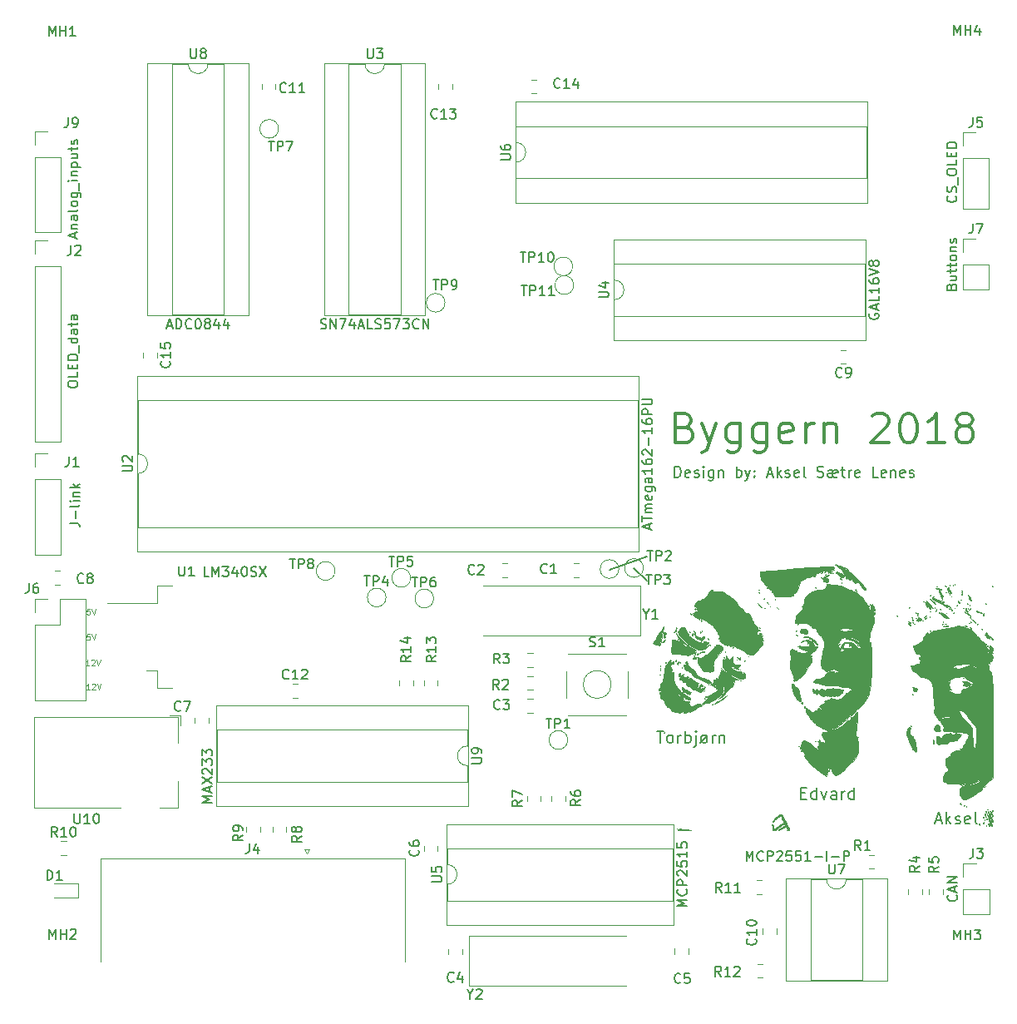
<source format=gbr>
G04 #@! TF.GenerationSoftware,KiCad,Pcbnew,5.0.0-fee4fd1~66~ubuntu16.04.1*
G04 #@! TF.CreationDate,2018-11-19T11:17:55+01:00*
G04 #@! TF.ProjectId,byggern,6279676765726E2E6B696361645F7063,rev?*
G04 #@! TF.SameCoordinates,Original*
G04 #@! TF.FileFunction,Legend,Top*
G04 #@! TF.FilePolarity,Positive*
%FSLAX46Y46*%
G04 Gerber Fmt 4.6, Leading zero omitted, Abs format (unit mm)*
G04 Created by KiCad (PCBNEW 5.0.0-fee4fd1~66~ubuntu16.04.1) date Mon Nov 19 11:17:55 2018*
%MOMM*%
%LPD*%
G01*
G04 APERTURE LIST*
%ADD10C,0.110000*%
%ADD11C,0.200000*%
%ADD12C,0.170000*%
%ADD13C,0.300000*%
%ADD14C,0.120000*%
%ADD15C,0.010000*%
%ADD16C,0.150000*%
G04 APERTURE END LIST*
D10*
X26285714Y-80821428D02*
X26000000Y-80821428D01*
X25971428Y-81107142D01*
X26000000Y-81078571D01*
X26057142Y-81050000D01*
X26200000Y-81050000D01*
X26257142Y-81078571D01*
X26285714Y-81107142D01*
X26314285Y-81164285D01*
X26314285Y-81307142D01*
X26285714Y-81364285D01*
X26257142Y-81392857D01*
X26200000Y-81421428D01*
X26057142Y-81421428D01*
X26000000Y-81392857D01*
X25971428Y-81364285D01*
X26485714Y-80821428D02*
X26685714Y-81421428D01*
X26885714Y-80821428D01*
X26285714Y-83421428D02*
X26000000Y-83421428D01*
X25971428Y-83707142D01*
X26000000Y-83678571D01*
X26057142Y-83650000D01*
X26200000Y-83650000D01*
X26257142Y-83678571D01*
X26285714Y-83707142D01*
X26314285Y-83764285D01*
X26314285Y-83907142D01*
X26285714Y-83964285D01*
X26257142Y-83992857D01*
X26200000Y-84021428D01*
X26057142Y-84021428D01*
X26000000Y-83992857D01*
X25971428Y-83964285D01*
X26485714Y-83421428D02*
X26685714Y-84021428D01*
X26885714Y-83421428D01*
X26278571Y-89071428D02*
X25935714Y-89071428D01*
X26107142Y-89071428D02*
X26107142Y-88471428D01*
X26050000Y-88557142D01*
X25992857Y-88614285D01*
X25935714Y-88642857D01*
X26507142Y-88528571D02*
X26535714Y-88500000D01*
X26592857Y-88471428D01*
X26735714Y-88471428D01*
X26792857Y-88500000D01*
X26821428Y-88528571D01*
X26850000Y-88585714D01*
X26850000Y-88642857D01*
X26821428Y-88728571D01*
X26478571Y-89071428D01*
X26850000Y-89071428D01*
X27021428Y-88471428D02*
X27221428Y-89071428D01*
X27421428Y-88471428D01*
X26228571Y-86621428D02*
X25885714Y-86621428D01*
X26057142Y-86621428D02*
X26057142Y-86021428D01*
X26000000Y-86107142D01*
X25942857Y-86164285D01*
X25885714Y-86192857D01*
X26457142Y-86078571D02*
X26485714Y-86050000D01*
X26542857Y-86021428D01*
X26685714Y-86021428D01*
X26742857Y-86050000D01*
X26771428Y-86078571D01*
X26800000Y-86135714D01*
X26800000Y-86192857D01*
X26771428Y-86278571D01*
X26428571Y-86621428D01*
X26800000Y-86621428D01*
X26971428Y-86021428D02*
X27171428Y-86621428D01*
X27371428Y-86021428D01*
D11*
X79200000Y-76900000D02*
X83000000Y-75500000D01*
X83000000Y-78000000D02*
X81700000Y-76700000D01*
X112414285Y-102400000D02*
X112985714Y-102400000D01*
X112300000Y-102742857D02*
X112700000Y-101542857D01*
X113100000Y-102742857D01*
X113500000Y-102742857D02*
X113500000Y-101542857D01*
X113614285Y-102285714D02*
X113957142Y-102742857D01*
X113957142Y-101942857D02*
X113500000Y-102400000D01*
X114414285Y-102685714D02*
X114528571Y-102742857D01*
X114757142Y-102742857D01*
X114871428Y-102685714D01*
X114928571Y-102571428D01*
X114928571Y-102514285D01*
X114871428Y-102400000D01*
X114757142Y-102342857D01*
X114585714Y-102342857D01*
X114471428Y-102285714D01*
X114414285Y-102171428D01*
X114414285Y-102114285D01*
X114471428Y-102000000D01*
X114585714Y-101942857D01*
X114757142Y-101942857D01*
X114871428Y-102000000D01*
X115900000Y-102685714D02*
X115785714Y-102742857D01*
X115557142Y-102742857D01*
X115442857Y-102685714D01*
X115385714Y-102571428D01*
X115385714Y-102114285D01*
X115442857Y-102000000D01*
X115557142Y-101942857D01*
X115785714Y-101942857D01*
X115900000Y-102000000D01*
X115957142Y-102114285D01*
X115957142Y-102228571D01*
X115385714Y-102342857D01*
X116642857Y-102742857D02*
X116528571Y-102685714D01*
X116471428Y-102571428D01*
X116471428Y-101542857D01*
X98685714Y-99614285D02*
X99085714Y-99614285D01*
X99257142Y-100242857D02*
X98685714Y-100242857D01*
X98685714Y-99042857D01*
X99257142Y-99042857D01*
X100285714Y-100242857D02*
X100285714Y-99042857D01*
X100285714Y-100185714D02*
X100171428Y-100242857D01*
X99942857Y-100242857D01*
X99828571Y-100185714D01*
X99771428Y-100128571D01*
X99714285Y-100014285D01*
X99714285Y-99671428D01*
X99771428Y-99557142D01*
X99828571Y-99500000D01*
X99942857Y-99442857D01*
X100171428Y-99442857D01*
X100285714Y-99500000D01*
X100742857Y-99442857D02*
X101028571Y-100242857D01*
X101314285Y-99442857D01*
X102285714Y-100242857D02*
X102285714Y-99614285D01*
X102228571Y-99500000D01*
X102114285Y-99442857D01*
X101885714Y-99442857D01*
X101771428Y-99500000D01*
X102285714Y-100185714D02*
X102171428Y-100242857D01*
X101885714Y-100242857D01*
X101771428Y-100185714D01*
X101714285Y-100071428D01*
X101714285Y-99957142D01*
X101771428Y-99842857D01*
X101885714Y-99785714D01*
X102171428Y-99785714D01*
X102285714Y-99728571D01*
X102857142Y-100242857D02*
X102857142Y-99442857D01*
X102857142Y-99671428D02*
X102914285Y-99557142D01*
X102971428Y-99500000D01*
X103085714Y-99442857D01*
X103200000Y-99442857D01*
X104114285Y-100242857D02*
X104114285Y-99042857D01*
X104114285Y-100185714D02*
X104000000Y-100242857D01*
X103771428Y-100242857D01*
X103657142Y-100185714D01*
X103600000Y-100128571D01*
X103542857Y-100014285D01*
X103542857Y-99671428D01*
X103600000Y-99557142D01*
X103657142Y-99500000D01*
X103771428Y-99442857D01*
X104000000Y-99442857D01*
X104114285Y-99500000D01*
X84007142Y-93292857D02*
X84692857Y-93292857D01*
X84350000Y-94492857D02*
X84350000Y-93292857D01*
X85264285Y-94492857D02*
X85150000Y-94435714D01*
X85092857Y-94378571D01*
X85035714Y-94264285D01*
X85035714Y-93921428D01*
X85092857Y-93807142D01*
X85150000Y-93750000D01*
X85264285Y-93692857D01*
X85435714Y-93692857D01*
X85550000Y-93750000D01*
X85607142Y-93807142D01*
X85664285Y-93921428D01*
X85664285Y-94264285D01*
X85607142Y-94378571D01*
X85550000Y-94435714D01*
X85435714Y-94492857D01*
X85264285Y-94492857D01*
X86178571Y-94492857D02*
X86178571Y-93692857D01*
X86178571Y-93921428D02*
X86235714Y-93807142D01*
X86292857Y-93750000D01*
X86407142Y-93692857D01*
X86521428Y-93692857D01*
X86921428Y-94492857D02*
X86921428Y-93292857D01*
X86921428Y-93750000D02*
X87035714Y-93692857D01*
X87264285Y-93692857D01*
X87378571Y-93750000D01*
X87435714Y-93807142D01*
X87492857Y-93921428D01*
X87492857Y-94264285D01*
X87435714Y-94378571D01*
X87378571Y-94435714D01*
X87264285Y-94492857D01*
X87035714Y-94492857D01*
X86921428Y-94435714D01*
X88007142Y-93692857D02*
X88007142Y-94721428D01*
X87950000Y-94835714D01*
X87835714Y-94892857D01*
X87778571Y-94892857D01*
X88007142Y-93292857D02*
X87950000Y-93350000D01*
X88007142Y-93407142D01*
X88064285Y-93350000D01*
X88007142Y-93292857D01*
X88007142Y-93407142D01*
X89207142Y-93692857D02*
X88464285Y-94492857D01*
X88750000Y-94492857D02*
X88635714Y-94435714D01*
X88578571Y-94378571D01*
X88521428Y-94264285D01*
X88521428Y-93921428D01*
X88578571Y-93807142D01*
X88635714Y-93750000D01*
X88750000Y-93692857D01*
X88921428Y-93692857D01*
X89035714Y-93750000D01*
X89092857Y-93807142D01*
X89150000Y-93921428D01*
X89150000Y-94264285D01*
X89092857Y-94378571D01*
X89035714Y-94435714D01*
X88921428Y-94492857D01*
X88750000Y-94492857D01*
X89664285Y-94492857D02*
X89664285Y-93692857D01*
X89664285Y-93921428D02*
X89721428Y-93807142D01*
X89778571Y-93750000D01*
X89892857Y-93692857D01*
X90007142Y-93692857D01*
X90407142Y-93692857D02*
X90407142Y-94492857D01*
X90407142Y-93807142D02*
X90464285Y-93750000D01*
X90578571Y-93692857D01*
X90750000Y-93692857D01*
X90864285Y-93750000D01*
X90921428Y-93864285D01*
X90921428Y-94492857D01*
D12*
X85847619Y-67447619D02*
X85847619Y-66347619D01*
X86109523Y-66347619D01*
X86266666Y-66400000D01*
X86371428Y-66504761D01*
X86423809Y-66609523D01*
X86476190Y-66819047D01*
X86476190Y-66976190D01*
X86423809Y-67185714D01*
X86371428Y-67290476D01*
X86266666Y-67395238D01*
X86109523Y-67447619D01*
X85847619Y-67447619D01*
X87366666Y-67395238D02*
X87261904Y-67447619D01*
X87052380Y-67447619D01*
X86947619Y-67395238D01*
X86895238Y-67290476D01*
X86895238Y-66871428D01*
X86947619Y-66766666D01*
X87052380Y-66714285D01*
X87261904Y-66714285D01*
X87366666Y-66766666D01*
X87419047Y-66871428D01*
X87419047Y-66976190D01*
X86895238Y-67080952D01*
X87838095Y-67395238D02*
X87942857Y-67447619D01*
X88152380Y-67447619D01*
X88257142Y-67395238D01*
X88309523Y-67290476D01*
X88309523Y-67238095D01*
X88257142Y-67133333D01*
X88152380Y-67080952D01*
X87995238Y-67080952D01*
X87890476Y-67028571D01*
X87838095Y-66923809D01*
X87838095Y-66871428D01*
X87890476Y-66766666D01*
X87995238Y-66714285D01*
X88152380Y-66714285D01*
X88257142Y-66766666D01*
X88780952Y-67447619D02*
X88780952Y-66714285D01*
X88780952Y-66347619D02*
X88728571Y-66400000D01*
X88780952Y-66452380D01*
X88833333Y-66400000D01*
X88780952Y-66347619D01*
X88780952Y-66452380D01*
X89776190Y-66714285D02*
X89776190Y-67604761D01*
X89723809Y-67709523D01*
X89671428Y-67761904D01*
X89566666Y-67814285D01*
X89409523Y-67814285D01*
X89304761Y-67761904D01*
X89776190Y-67395238D02*
X89671428Y-67447619D01*
X89461904Y-67447619D01*
X89357142Y-67395238D01*
X89304761Y-67342857D01*
X89252380Y-67238095D01*
X89252380Y-66923809D01*
X89304761Y-66819047D01*
X89357142Y-66766666D01*
X89461904Y-66714285D01*
X89671428Y-66714285D01*
X89776190Y-66766666D01*
X90300000Y-66714285D02*
X90300000Y-67447619D01*
X90300000Y-66819047D02*
X90352380Y-66766666D01*
X90457142Y-66714285D01*
X90614285Y-66714285D01*
X90719047Y-66766666D01*
X90771428Y-66871428D01*
X90771428Y-67447619D01*
X92133333Y-67447619D02*
X92133333Y-66347619D01*
X92133333Y-66766666D02*
X92238095Y-66714285D01*
X92447619Y-66714285D01*
X92552380Y-66766666D01*
X92604761Y-66819047D01*
X92657142Y-66923809D01*
X92657142Y-67238095D01*
X92604761Y-67342857D01*
X92552380Y-67395238D01*
X92447619Y-67447619D01*
X92238095Y-67447619D01*
X92133333Y-67395238D01*
X93023809Y-66714285D02*
X93285714Y-67447619D01*
X93547619Y-66714285D02*
X93285714Y-67447619D01*
X93180952Y-67709523D01*
X93128571Y-67761904D01*
X93023809Y-67814285D01*
X93966666Y-67342857D02*
X94019047Y-67395238D01*
X93966666Y-67447619D01*
X93914285Y-67395238D01*
X93966666Y-67342857D01*
X93966666Y-67447619D01*
X93966666Y-66766666D02*
X94019047Y-66819047D01*
X93966666Y-66871428D01*
X93914285Y-66819047D01*
X93966666Y-66766666D01*
X93966666Y-66871428D01*
X95276190Y-67133333D02*
X95800000Y-67133333D01*
X95171428Y-67447619D02*
X95538095Y-66347619D01*
X95904761Y-67447619D01*
X96271428Y-67447619D02*
X96271428Y-66347619D01*
X96376190Y-67028571D02*
X96690476Y-67447619D01*
X96690476Y-66714285D02*
X96271428Y-67133333D01*
X97109523Y-67395238D02*
X97214285Y-67447619D01*
X97423809Y-67447619D01*
X97528571Y-67395238D01*
X97580952Y-67290476D01*
X97580952Y-67238095D01*
X97528571Y-67133333D01*
X97423809Y-67080952D01*
X97266666Y-67080952D01*
X97161904Y-67028571D01*
X97109523Y-66923809D01*
X97109523Y-66871428D01*
X97161904Y-66766666D01*
X97266666Y-66714285D01*
X97423809Y-66714285D01*
X97528571Y-66766666D01*
X98471428Y-67395238D02*
X98366666Y-67447619D01*
X98157142Y-67447619D01*
X98052380Y-67395238D01*
X98000000Y-67290476D01*
X98000000Y-66871428D01*
X98052380Y-66766666D01*
X98157142Y-66714285D01*
X98366666Y-66714285D01*
X98471428Y-66766666D01*
X98523809Y-66871428D01*
X98523809Y-66976190D01*
X98000000Y-67080952D01*
X99152380Y-67447619D02*
X99047619Y-67395238D01*
X98995238Y-67290476D01*
X98995238Y-66347619D01*
X100357142Y-67395238D02*
X100514285Y-67447619D01*
X100776190Y-67447619D01*
X100880952Y-67395238D01*
X100933333Y-67342857D01*
X100985714Y-67238095D01*
X100985714Y-67133333D01*
X100933333Y-67028571D01*
X100880952Y-66976190D01*
X100776190Y-66923809D01*
X100566666Y-66871428D01*
X100461904Y-66819047D01*
X100409523Y-66766666D01*
X100357142Y-66661904D01*
X100357142Y-66557142D01*
X100409523Y-66452380D01*
X100461904Y-66400000D01*
X100566666Y-66347619D01*
X100828571Y-66347619D01*
X100985714Y-66400000D01*
X101457142Y-66766666D02*
X101561904Y-66714285D01*
X101771428Y-66714285D01*
X101876190Y-66766666D01*
X101928571Y-66871428D01*
X102400000Y-67395238D02*
X102295238Y-67447619D01*
X102085714Y-67447619D01*
X101980952Y-67395238D01*
X101928571Y-67290476D01*
X101928571Y-66871428D01*
X101980952Y-66766666D01*
X102085714Y-66714285D01*
X102295238Y-66714285D01*
X102400000Y-66766666D01*
X102452380Y-66871428D01*
X102452380Y-66976190D01*
X101928571Y-67028571D01*
X101561904Y-67028571D01*
X101457142Y-67080952D01*
X101404761Y-67185714D01*
X101404761Y-67290476D01*
X101457142Y-67395238D01*
X101561904Y-67447619D01*
X101771428Y-67447619D01*
X101876190Y-67395238D01*
X101928571Y-67290476D01*
X102766666Y-66714285D02*
X103185714Y-66714285D01*
X102923809Y-66347619D02*
X102923809Y-67290476D01*
X102976190Y-67395238D01*
X103080952Y-67447619D01*
X103185714Y-67447619D01*
X103552380Y-67447619D02*
X103552380Y-66714285D01*
X103552380Y-66923809D02*
X103604761Y-66819047D01*
X103657142Y-66766666D01*
X103761904Y-66714285D01*
X103866666Y-66714285D01*
X104652380Y-67395238D02*
X104547619Y-67447619D01*
X104338095Y-67447619D01*
X104233333Y-67395238D01*
X104180952Y-67290476D01*
X104180952Y-66871428D01*
X104233333Y-66766666D01*
X104338095Y-66714285D01*
X104547619Y-66714285D01*
X104652380Y-66766666D01*
X104704761Y-66871428D01*
X104704761Y-66976190D01*
X104180952Y-67080952D01*
X106538095Y-67447619D02*
X106014285Y-67447619D01*
X106014285Y-66347619D01*
X107323809Y-67395238D02*
X107219047Y-67447619D01*
X107009523Y-67447619D01*
X106904761Y-67395238D01*
X106852380Y-67290476D01*
X106852380Y-66871428D01*
X106904761Y-66766666D01*
X107009523Y-66714285D01*
X107219047Y-66714285D01*
X107323809Y-66766666D01*
X107376190Y-66871428D01*
X107376190Y-66976190D01*
X106852380Y-67080952D01*
X107847619Y-66714285D02*
X107847619Y-67447619D01*
X107847619Y-66819047D02*
X107900000Y-66766666D01*
X108004761Y-66714285D01*
X108161904Y-66714285D01*
X108266666Y-66766666D01*
X108319047Y-66871428D01*
X108319047Y-67447619D01*
X109261904Y-67395238D02*
X109157142Y-67447619D01*
X108947619Y-67447619D01*
X108842857Y-67395238D01*
X108790476Y-67290476D01*
X108790476Y-66871428D01*
X108842857Y-66766666D01*
X108947619Y-66714285D01*
X109157142Y-66714285D01*
X109261904Y-66766666D01*
X109314285Y-66871428D01*
X109314285Y-66976190D01*
X108790476Y-67080952D01*
X109733333Y-67395238D02*
X109838095Y-67447619D01*
X110047619Y-67447619D01*
X110152380Y-67395238D01*
X110204761Y-67290476D01*
X110204761Y-67238095D01*
X110152380Y-67133333D01*
X110047619Y-67080952D01*
X109890476Y-67080952D01*
X109785714Y-67028571D01*
X109733333Y-66923809D01*
X109733333Y-66871428D01*
X109785714Y-66766666D01*
X109890476Y-66714285D01*
X110047619Y-66714285D01*
X110152380Y-66766666D01*
D13*
X86928571Y-62385714D02*
X87357142Y-62528571D01*
X87500000Y-62671428D01*
X87642857Y-62957142D01*
X87642857Y-63385714D01*
X87500000Y-63671428D01*
X87357142Y-63814285D01*
X87071428Y-63957142D01*
X85928571Y-63957142D01*
X85928571Y-60957142D01*
X86928571Y-60957142D01*
X87214285Y-61100000D01*
X87357142Y-61242857D01*
X87500000Y-61528571D01*
X87500000Y-61814285D01*
X87357142Y-62100000D01*
X87214285Y-62242857D01*
X86928571Y-62385714D01*
X85928571Y-62385714D01*
X88642857Y-61957142D02*
X89357142Y-63957142D01*
X90071428Y-61957142D02*
X89357142Y-63957142D01*
X89071428Y-64671428D01*
X88928571Y-64814285D01*
X88642857Y-64957142D01*
X92500000Y-61957142D02*
X92500000Y-64385714D01*
X92357142Y-64671428D01*
X92214285Y-64814285D01*
X91928571Y-64957142D01*
X91500000Y-64957142D01*
X91214285Y-64814285D01*
X92500000Y-63814285D02*
X92214285Y-63957142D01*
X91642857Y-63957142D01*
X91357142Y-63814285D01*
X91214285Y-63671428D01*
X91071428Y-63385714D01*
X91071428Y-62528571D01*
X91214285Y-62242857D01*
X91357142Y-62100000D01*
X91642857Y-61957142D01*
X92214285Y-61957142D01*
X92500000Y-62100000D01*
X95214285Y-61957142D02*
X95214285Y-64385714D01*
X95071428Y-64671428D01*
X94928571Y-64814285D01*
X94642857Y-64957142D01*
X94214285Y-64957142D01*
X93928571Y-64814285D01*
X95214285Y-63814285D02*
X94928571Y-63957142D01*
X94357142Y-63957142D01*
X94071428Y-63814285D01*
X93928571Y-63671428D01*
X93785714Y-63385714D01*
X93785714Y-62528571D01*
X93928571Y-62242857D01*
X94071428Y-62100000D01*
X94357142Y-61957142D01*
X94928571Y-61957142D01*
X95214285Y-62100000D01*
X97785714Y-63814285D02*
X97500000Y-63957142D01*
X96928571Y-63957142D01*
X96642857Y-63814285D01*
X96500000Y-63528571D01*
X96500000Y-62385714D01*
X96642857Y-62100000D01*
X96928571Y-61957142D01*
X97500000Y-61957142D01*
X97785714Y-62100000D01*
X97928571Y-62385714D01*
X97928571Y-62671428D01*
X96500000Y-62957142D01*
X99214285Y-63957142D02*
X99214285Y-61957142D01*
X99214285Y-62528571D02*
X99357142Y-62242857D01*
X99500000Y-62100000D01*
X99785714Y-61957142D01*
X100071428Y-61957142D01*
X101071428Y-61957142D02*
X101071428Y-63957142D01*
X101071428Y-62242857D02*
X101214285Y-62100000D01*
X101500000Y-61957142D01*
X101928571Y-61957142D01*
X102214285Y-62100000D01*
X102357142Y-62385714D01*
X102357142Y-63957142D01*
X105928571Y-61242857D02*
X106071428Y-61100000D01*
X106357142Y-60957142D01*
X107071428Y-60957142D01*
X107357142Y-61100000D01*
X107500000Y-61242857D01*
X107642857Y-61528571D01*
X107642857Y-61814285D01*
X107500000Y-62242857D01*
X105785714Y-63957142D01*
X107642857Y-63957142D01*
X109500000Y-60957142D02*
X109785714Y-60957142D01*
X110071428Y-61100000D01*
X110214285Y-61242857D01*
X110357142Y-61528571D01*
X110500000Y-62100000D01*
X110500000Y-62814285D01*
X110357142Y-63385714D01*
X110214285Y-63671428D01*
X110071428Y-63814285D01*
X109785714Y-63957142D01*
X109500000Y-63957142D01*
X109214285Y-63814285D01*
X109071428Y-63671428D01*
X108928571Y-63385714D01*
X108785714Y-62814285D01*
X108785714Y-62100000D01*
X108928571Y-61528571D01*
X109071428Y-61242857D01*
X109214285Y-61100000D01*
X109500000Y-60957142D01*
X113357142Y-63957142D02*
X111642857Y-63957142D01*
X112500000Y-63957142D02*
X112500000Y-60957142D01*
X112214285Y-61385714D01*
X111928571Y-61671428D01*
X111642857Y-61814285D01*
X115071428Y-62242857D02*
X114785714Y-62100000D01*
X114642857Y-61957142D01*
X114500000Y-61671428D01*
X114500000Y-61528571D01*
X114642857Y-61242857D01*
X114785714Y-61100000D01*
X115071428Y-60957142D01*
X115642857Y-60957142D01*
X115928571Y-61100000D01*
X116071428Y-61242857D01*
X116214285Y-61528571D01*
X116214285Y-61671428D01*
X116071428Y-61957142D01*
X115928571Y-62100000D01*
X115642857Y-62242857D01*
X115071428Y-62242857D01*
X114785714Y-62385714D01*
X114642857Y-62528571D01*
X114500000Y-62814285D01*
X114500000Y-63385714D01*
X114642857Y-63671428D01*
X114785714Y-63814285D01*
X115071428Y-63957142D01*
X115642857Y-63957142D01*
X115928571Y-63814285D01*
X116071428Y-63671428D01*
X116214285Y-63385714D01*
X116214285Y-62814285D01*
X116071428Y-62528571D01*
X115928571Y-62385714D01*
X115642857Y-62242857D01*
D14*
G04 #@! TO.C,U3*
X56310000Y-25370000D02*
G75*
G02X54310000Y-25370000I-1000000J0D01*
G01*
X54310000Y-25370000D02*
X52660000Y-25370000D01*
X52660000Y-25370000D02*
X52660000Y-50890000D01*
X52660000Y-50890000D02*
X57960000Y-50890000D01*
X57960000Y-50890000D02*
X57960000Y-25370000D01*
X57960000Y-25370000D02*
X56310000Y-25370000D01*
X50170000Y-25310000D02*
X50170000Y-50950000D01*
X50170000Y-50950000D02*
X60450000Y-50950000D01*
X60450000Y-50950000D02*
X60450000Y-25310000D01*
X60450000Y-25310000D02*
X50170000Y-25310000D01*
G04 #@! TO.C,C1*
X75563748Y-76190000D02*
X76086252Y-76190000D01*
X75563748Y-77610000D02*
X76086252Y-77610000D01*
G04 #@! TO.C,C2*
X68786252Y-76190000D02*
X68263748Y-76190000D01*
X68786252Y-77610000D02*
X68263748Y-77610000D01*
G04 #@! TO.C,C3*
X71386252Y-89990000D02*
X70863748Y-89990000D01*
X71386252Y-91410000D02*
X70863748Y-91410000D01*
G04 #@! TO.C,C4*
X62790000Y-115986252D02*
X62790000Y-115463748D01*
X64210000Y-115986252D02*
X64210000Y-115463748D01*
G04 #@! TO.C,C5*
X85790000Y-115961252D02*
X85790000Y-115438748D01*
X87210000Y-115961252D02*
X87210000Y-115438748D01*
G04 #@! TO.C,C6*
X61710000Y-105486252D02*
X61710000Y-104963748D01*
X60290000Y-105486252D02*
X60290000Y-104963748D01*
G04 #@! TO.C,C7*
X38410000Y-92436252D02*
X38410000Y-91913748D01*
X36990000Y-92436252D02*
X36990000Y-91913748D01*
G04 #@! TO.C,C8*
X23236252Y-78410000D02*
X22713748Y-78410000D01*
X23236252Y-76990000D02*
X22713748Y-76990000D01*
G04 #@! TO.C,J4*
X27375000Y-116720000D02*
X27375000Y-106240000D01*
X27375000Y-106240000D02*
X58345000Y-106240000D01*
X58345000Y-106240000D02*
X58345000Y-116720000D01*
X48150000Y-105345662D02*
X48650000Y-105345662D01*
X48650000Y-105345662D02*
X48400000Y-105778675D01*
X48400000Y-105778675D02*
X48150000Y-105345662D01*
G04 #@! TO.C,R1*
X106136252Y-107310000D02*
X105613748Y-107310000D01*
X106136252Y-105890000D02*
X105613748Y-105890000D01*
G04 #@! TO.C,R2*
X71386252Y-89110000D02*
X70863748Y-89110000D01*
X71386252Y-87690000D02*
X70863748Y-87690000D01*
G04 #@! TO.C,R3*
X70863748Y-86810000D02*
X71386252Y-86810000D01*
X70863748Y-85390000D02*
X71386252Y-85390000D01*
G04 #@! TO.C,R4*
X109590000Y-109413748D02*
X109590000Y-109936252D01*
X111010000Y-109413748D02*
X111010000Y-109936252D01*
G04 #@! TO.C,R5*
X113160000Y-109413748D02*
X113160000Y-109936252D01*
X111740000Y-109413748D02*
X111740000Y-109936252D01*
G04 #@! TO.C,U1*
X34675000Y-78500000D02*
X33175000Y-78500000D01*
X33175000Y-78500000D02*
X33175000Y-80310000D01*
X33175000Y-80310000D02*
X28050000Y-80310000D01*
X34675000Y-88900000D02*
X33175000Y-88900000D01*
X33175000Y-88900000D02*
X33175000Y-87090000D01*
X33175000Y-87090000D02*
X32075000Y-87090000D01*
G04 #@! TO.C,U2*
X31170000Y-65080000D02*
G75*
G02X31170000Y-67080000I0J-1000000D01*
G01*
X31170000Y-67080000D02*
X31170000Y-72540000D01*
X31170000Y-72540000D02*
X82090000Y-72540000D01*
X82090000Y-72540000D02*
X82090000Y-59620000D01*
X82090000Y-59620000D02*
X31170000Y-59620000D01*
X31170000Y-59620000D02*
X31170000Y-65080000D01*
X31110000Y-75030000D02*
X82150000Y-75030000D01*
X82150000Y-75030000D02*
X82150000Y-57130000D01*
X82150000Y-57130000D02*
X31110000Y-57130000D01*
X31110000Y-57130000D02*
X31110000Y-75030000D01*
G04 #@! TO.C,U4*
X79670000Y-47390000D02*
G75*
G02X79670000Y-49390000I0J-1000000D01*
G01*
X79670000Y-49390000D02*
X79670000Y-51040000D01*
X79670000Y-51040000D02*
X105190000Y-51040000D01*
X105190000Y-51040000D02*
X105190000Y-45740000D01*
X105190000Y-45740000D02*
X79670000Y-45740000D01*
X79670000Y-45740000D02*
X79670000Y-47390000D01*
X79610000Y-53530000D02*
X105250000Y-53530000D01*
X105250000Y-53530000D02*
X105250000Y-43250000D01*
X105250000Y-43250000D02*
X79610000Y-43250000D01*
X79610000Y-43250000D02*
X79610000Y-53530000D01*
G04 #@! TO.C,U5*
X62670000Y-106890000D02*
G75*
G02X62670000Y-108890000I0J-1000000D01*
G01*
X62670000Y-108890000D02*
X62670000Y-110540000D01*
X62670000Y-110540000D02*
X85650000Y-110540000D01*
X85650000Y-110540000D02*
X85650000Y-105240000D01*
X85650000Y-105240000D02*
X62670000Y-105240000D01*
X62670000Y-105240000D02*
X62670000Y-106890000D01*
X62610000Y-113030000D02*
X85710000Y-113030000D01*
X85710000Y-113030000D02*
X85710000Y-102750000D01*
X85710000Y-102750000D02*
X62610000Y-102750000D01*
X62610000Y-102750000D02*
X62610000Y-113030000D01*
G04 #@! TO.C,U6*
X69670000Y-33390000D02*
G75*
G02X69670000Y-35390000I0J-1000000D01*
G01*
X69670000Y-35390000D02*
X69670000Y-37040000D01*
X69670000Y-37040000D02*
X105350000Y-37040000D01*
X105350000Y-37040000D02*
X105350000Y-31740000D01*
X105350000Y-31740000D02*
X69670000Y-31740000D01*
X69670000Y-31740000D02*
X69670000Y-33390000D01*
X69610000Y-39530000D02*
X105410000Y-39530000D01*
X105410000Y-39530000D02*
X105410000Y-29250000D01*
X105410000Y-29250000D02*
X69610000Y-29250000D01*
X69610000Y-29250000D02*
X69610000Y-39530000D01*
G04 #@! TO.C,U8*
X42450000Y-25310000D02*
X32170000Y-25310000D01*
X42450000Y-50950000D02*
X42450000Y-25310000D01*
X32170000Y-50950000D02*
X42450000Y-50950000D01*
X32170000Y-25310000D02*
X32170000Y-50950000D01*
X39960000Y-25370000D02*
X38310000Y-25370000D01*
X39960000Y-50890000D02*
X39960000Y-25370000D01*
X34660000Y-50890000D02*
X39960000Y-50890000D01*
X34660000Y-25370000D02*
X34660000Y-50890000D01*
X36310000Y-25370000D02*
X34660000Y-25370000D01*
X38310000Y-25370000D02*
G75*
G02X36310000Y-25370000I-1000000J0D01*
G01*
G04 #@! TO.C,U9*
X64730000Y-96810000D02*
G75*
G02X64730000Y-94810000I0J1000000D01*
G01*
X64730000Y-94810000D02*
X64730000Y-93160000D01*
X64730000Y-93160000D02*
X39210000Y-93160000D01*
X39210000Y-93160000D02*
X39210000Y-98460000D01*
X39210000Y-98460000D02*
X64730000Y-98460000D01*
X64730000Y-98460000D02*
X64730000Y-96810000D01*
X64790000Y-90670000D02*
X39150000Y-90670000D01*
X39150000Y-90670000D02*
X39150000Y-100950000D01*
X39150000Y-100950000D02*
X64790000Y-100950000D01*
X64790000Y-100950000D02*
X64790000Y-90670000D01*
G04 #@! TO.C,U10*
X35500000Y-92750000D02*
X35500000Y-91700000D01*
X34450000Y-91700000D02*
X35500000Y-91700000D01*
X29400000Y-101100000D02*
X20600000Y-101100000D01*
X20600000Y-101100000D02*
X20600000Y-91900000D01*
X35300000Y-98400000D02*
X35300000Y-101100000D01*
X35300000Y-101100000D02*
X33400000Y-101100000D01*
X20600000Y-91900000D02*
X35300000Y-91900000D01*
X35300000Y-91900000D02*
X35300000Y-94500000D01*
G04 #@! TO.C,Y1*
X66337500Y-83550000D02*
X82312500Y-83550000D01*
X82312500Y-83550000D02*
X82312500Y-78450000D01*
X82312500Y-78450000D02*
X66337500Y-78450000D01*
G04 #@! TO.C,Y2*
X64925000Y-119250000D02*
X80900000Y-119250000D01*
X64925000Y-114150000D02*
X64925000Y-119250000D01*
X80900000Y-114150000D02*
X64925000Y-114150000D01*
G04 #@! TO.C,J1*
X20670000Y-75350000D02*
X23330000Y-75350000D01*
X20670000Y-67670000D02*
X20670000Y-75350000D01*
X23330000Y-67670000D02*
X23330000Y-75350000D01*
X20670000Y-67670000D02*
X23330000Y-67670000D01*
X20670000Y-66400000D02*
X20670000Y-65070000D01*
X20670000Y-65070000D02*
X22000000Y-65070000D01*
G04 #@! TO.C,U7*
X103310000Y-108370000D02*
G75*
G02X101310000Y-108370000I-1000000J0D01*
G01*
X101310000Y-108370000D02*
X99660000Y-108370000D01*
X99660000Y-108370000D02*
X99660000Y-118650000D01*
X99660000Y-118650000D02*
X104960000Y-118650000D01*
X104960000Y-118650000D02*
X104960000Y-108370000D01*
X104960000Y-108370000D02*
X103310000Y-108370000D01*
X97170000Y-108310000D02*
X97170000Y-118710000D01*
X97170000Y-118710000D02*
X107450000Y-118710000D01*
X107450000Y-118710000D02*
X107450000Y-108310000D01*
X107450000Y-108310000D02*
X97170000Y-108310000D01*
G04 #@! TO.C,D1*
X22675000Y-110235000D02*
X25135000Y-110235000D01*
X25135000Y-110235000D02*
X25135000Y-108765000D01*
X25135000Y-108765000D02*
X22675000Y-108765000D01*
G04 #@! TO.C,R6*
X73290000Y-100436252D02*
X73290000Y-99913748D01*
X74710000Y-100436252D02*
X74710000Y-99913748D01*
G04 #@! TO.C,R7*
X72210000Y-100436252D02*
X72210000Y-99913748D01*
X70790000Y-100436252D02*
X70790000Y-99913748D01*
G04 #@! TO.C,R8*
X46310000Y-103561252D02*
X46310000Y-103038748D01*
X44890000Y-103561252D02*
X44890000Y-103038748D01*
G04 #@! TO.C,R9*
X42190000Y-103536252D02*
X42190000Y-103013748D01*
X43610000Y-103536252D02*
X43610000Y-103013748D01*
G04 #@! TO.C,R10*
X23363748Y-104490000D02*
X23886252Y-104490000D01*
X23363748Y-105910000D02*
X23886252Y-105910000D01*
G04 #@! TO.C,R11*
X94736252Y-109910000D02*
X94213748Y-109910000D01*
X94736252Y-108490000D02*
X94213748Y-108490000D01*
G04 #@! TO.C,R12*
X94786252Y-116990000D02*
X94263748Y-116990000D01*
X94786252Y-118410000D02*
X94263748Y-118410000D01*
G04 #@! TO.C,R13*
X60290000Y-88636252D02*
X60290000Y-88113748D01*
X61710000Y-88636252D02*
X61710000Y-88113748D01*
G04 #@! TO.C,R14*
X59210000Y-88636252D02*
X59210000Y-88113748D01*
X57790000Y-88636252D02*
X57790000Y-88113748D01*
G04 #@! TO.C,S1*
X79364214Y-88550000D02*
G75*
G03X79364214Y-88550000I-1414214J0D01*
G01*
X74980000Y-91670000D02*
X80920000Y-91670000D01*
X74980000Y-85430000D02*
X80920000Y-85430000D01*
X74830000Y-89890000D02*
X74830000Y-87210000D01*
X81070000Y-87210000D02*
X81070000Y-89890000D01*
G04 #@! TO.C,TP1*
X74950000Y-94200000D02*
G75*
G03X74950000Y-94200000I-950000J0D01*
G01*
G04 #@! TO.C,TP2*
X80150000Y-76800000D02*
G75*
G03X80150000Y-76800000I-950000J0D01*
G01*
G04 #@! TO.C,TP3*
X82650000Y-76700000D02*
G75*
G03X82650000Y-76700000I-950000J0D01*
G01*
G04 #@! TO.C,TP4*
X56450000Y-79700000D02*
G75*
G03X56450000Y-79700000I-950000J0D01*
G01*
G04 #@! TO.C,TP5*
X58950000Y-77700000D02*
G75*
G03X58950000Y-77700000I-950000J0D01*
G01*
G04 #@! TO.C,TP6*
X61300000Y-79800000D02*
G75*
G03X61300000Y-79800000I-950000J0D01*
G01*
G04 #@! TO.C,TP8*
X51250000Y-77000000D02*
G75*
G03X51250000Y-77000000I-950000J0D01*
G01*
G04 #@! TO.C,TP9*
X62450000Y-49700000D02*
G75*
G03X62450000Y-49700000I-950000J0D01*
G01*
G04 #@! TO.C,TP10*
X75450000Y-46000000D02*
G75*
G03X75450000Y-46000000I-950000J0D01*
G01*
G04 #@! TO.C,TP11*
X75550000Y-47900000D02*
G75*
G03X75550000Y-47900000I-950000J0D01*
G01*
G04 #@! TO.C,C9*
X103286252Y-54490000D02*
X102763748Y-54490000D01*
X103286252Y-55910000D02*
X102763748Y-55910000D01*
G04 #@! TO.C,C10*
X96210000Y-113413748D02*
X96210000Y-113936252D01*
X94790000Y-113413748D02*
X94790000Y-113936252D01*
G04 #@! TO.C,C11*
X45210000Y-27986252D02*
X45210000Y-27463748D01*
X43790000Y-27986252D02*
X43790000Y-27463748D01*
G04 #@! TO.C,C12*
X46913748Y-88490000D02*
X47436252Y-88490000D01*
X46913748Y-89910000D02*
X47436252Y-89910000D01*
G04 #@! TO.C,C13*
X63210000Y-27961252D02*
X63210000Y-27438748D01*
X61790000Y-27961252D02*
X61790000Y-27438748D01*
G04 #@! TO.C,C14*
X71786252Y-28410000D02*
X71263748Y-28410000D01*
X71786252Y-26990000D02*
X71263748Y-26990000D01*
G04 #@! TO.C,C15*
X33110000Y-54763748D02*
X33110000Y-55286252D01*
X31690000Y-54763748D02*
X31690000Y-55286252D01*
G04 #@! TO.C,J2*
X20670000Y-63810000D02*
X23330000Y-63810000D01*
X20670000Y-45970000D02*
X20670000Y-63810000D01*
X23330000Y-45970000D02*
X23330000Y-63810000D01*
X20670000Y-45970000D02*
X23330000Y-45970000D01*
X20670000Y-44700000D02*
X20670000Y-43370000D01*
X20670000Y-43370000D02*
X22000000Y-43370000D01*
G04 #@! TO.C,J5*
X115170000Y-40110000D02*
X117830000Y-40110000D01*
X115170000Y-34970000D02*
X115170000Y-40110000D01*
X117830000Y-34970000D02*
X117830000Y-40110000D01*
X115170000Y-34970000D02*
X117830000Y-34970000D01*
X115170000Y-33700000D02*
X115170000Y-32370000D01*
X115170000Y-32370000D02*
X116500000Y-32370000D01*
G04 #@! TO.C,J6*
X20670000Y-90150000D02*
X25870000Y-90150000D01*
X20670000Y-82470000D02*
X20670000Y-90150000D01*
X25870000Y-79870000D02*
X25870000Y-90150000D01*
X20670000Y-82470000D02*
X23270000Y-82470000D01*
X23270000Y-82470000D02*
X23270000Y-79870000D01*
X23270000Y-79870000D02*
X25870000Y-79870000D01*
X20670000Y-81200000D02*
X20670000Y-79870000D01*
X20670000Y-79870000D02*
X22000000Y-79870000D01*
G04 #@! TO.C,J9*
X20670000Y-42550000D02*
X23330000Y-42550000D01*
X20670000Y-34870000D02*
X20670000Y-42550000D01*
X23330000Y-34870000D02*
X23330000Y-42550000D01*
X20670000Y-34870000D02*
X23330000Y-34870000D01*
X20670000Y-33600000D02*
X20670000Y-32270000D01*
X20670000Y-32270000D02*
X22000000Y-32270000D01*
G04 #@! TO.C,J7*
X115170000Y-48370000D02*
X117830000Y-48370000D01*
X115170000Y-45770000D02*
X115170000Y-48370000D01*
X117830000Y-45770000D02*
X117830000Y-48370000D01*
X115170000Y-45770000D02*
X117830000Y-45770000D01*
X115170000Y-44500000D02*
X115170000Y-43170000D01*
X115170000Y-43170000D02*
X116500000Y-43170000D01*
D15*
G04 #@! TO.C,G\002A\002A\002A*
G36*
X91062444Y-87451111D02*
X91034222Y-87479334D01*
X91006000Y-87451111D01*
X91034222Y-87422889D01*
X91062444Y-87451111D01*
X91062444Y-87451111D01*
G37*
X91062444Y-87451111D02*
X91034222Y-87479334D01*
X91006000Y-87451111D01*
X91034222Y-87422889D01*
X91062444Y-87451111D01*
G36*
X102633555Y-84459556D02*
X102605333Y-84487778D01*
X102577111Y-84459556D01*
X102605333Y-84431334D01*
X102633555Y-84459556D01*
X102633555Y-84459556D01*
G37*
X102633555Y-84459556D02*
X102605333Y-84487778D01*
X102577111Y-84459556D01*
X102605333Y-84431334D01*
X102633555Y-84459556D01*
G36*
X104477407Y-84506593D02*
X104484162Y-84573579D01*
X104477407Y-84581852D01*
X104443851Y-84574104D01*
X104439778Y-84544222D01*
X104460430Y-84497762D01*
X104477407Y-84506593D01*
X104477407Y-84506593D01*
G37*
X104477407Y-84506593D02*
X104484162Y-84573579D01*
X104477407Y-84581852D01*
X104443851Y-84574104D01*
X104439778Y-84544222D01*
X104460430Y-84497762D01*
X104477407Y-84506593D01*
G36*
X103648908Y-84587893D02*
X103649555Y-84600667D01*
X103606163Y-84654942D01*
X103589780Y-84657111D01*
X103556069Y-84622531D01*
X103564889Y-84600667D01*
X103615610Y-84546820D01*
X103624664Y-84544222D01*
X103648908Y-84587893D01*
X103648908Y-84587893D01*
G37*
X103648908Y-84587893D02*
X103649555Y-84600667D01*
X103606163Y-84654942D01*
X103589780Y-84657111D01*
X103556069Y-84622531D01*
X103564889Y-84600667D01*
X103615610Y-84546820D01*
X103624664Y-84544222D01*
X103648908Y-84587893D01*
G36*
X115277111Y-87902667D02*
X115248889Y-87930889D01*
X115220666Y-87902667D01*
X115248889Y-87874445D01*
X115277111Y-87902667D01*
X115277111Y-87902667D01*
G37*
X115277111Y-87902667D02*
X115248889Y-87930889D01*
X115220666Y-87902667D01*
X115248889Y-87874445D01*
X115277111Y-87902667D01*
G36*
X113846597Y-88360580D02*
X113837778Y-88382445D01*
X113787056Y-88436292D01*
X113778002Y-88438889D01*
X113753758Y-88395218D01*
X113753111Y-88382445D01*
X113796503Y-88328169D01*
X113812886Y-88326000D01*
X113846597Y-88360580D01*
X113846597Y-88360580D01*
G37*
X113846597Y-88360580D02*
X113837778Y-88382445D01*
X113787056Y-88436292D01*
X113778002Y-88438889D01*
X113753758Y-88395218D01*
X113753111Y-88382445D01*
X113796503Y-88328169D01*
X113812886Y-88326000D01*
X113846597Y-88360580D01*
G36*
X116217852Y-88514148D02*
X116210103Y-88547704D01*
X116180222Y-88551778D01*
X116133762Y-88531126D01*
X116142592Y-88514148D01*
X116209579Y-88507393D01*
X116217852Y-88514148D01*
X116217852Y-88514148D01*
G37*
X116217852Y-88514148D02*
X116210103Y-88547704D01*
X116180222Y-88551778D01*
X116133762Y-88531126D01*
X116142592Y-88514148D01*
X116209579Y-88507393D01*
X116217852Y-88514148D01*
G36*
X115275471Y-88594731D02*
X115277111Y-88608222D01*
X115234158Y-88663027D01*
X115220666Y-88664667D01*
X115165862Y-88621714D01*
X115164222Y-88608222D01*
X115207175Y-88553418D01*
X115220666Y-88551778D01*
X115275471Y-88594731D01*
X115275471Y-88594731D01*
G37*
X115275471Y-88594731D02*
X115277111Y-88608222D01*
X115234158Y-88663027D01*
X115220666Y-88664667D01*
X115165862Y-88621714D01*
X115164222Y-88608222D01*
X115207175Y-88553418D01*
X115220666Y-88551778D01*
X115275471Y-88594731D01*
G36*
X115337106Y-88215822D02*
X115534311Y-88239555D01*
X115732372Y-88297420D01*
X115895666Y-88375425D01*
X115988573Y-88459577D01*
X115995066Y-88474278D01*
X115961625Y-88532761D01*
X115857638Y-88612388D01*
X115717655Y-88693090D01*
X115576227Y-88754799D01*
X115472928Y-88777556D01*
X115406175Y-88729596D01*
X115390000Y-88653644D01*
X115352315Y-88532789D01*
X115259519Y-88394754D01*
X115238328Y-88371422D01*
X115086657Y-88213111D01*
X115337106Y-88215822D01*
X115337106Y-88215822D01*
G37*
X115337106Y-88215822D02*
X115534311Y-88239555D01*
X115732372Y-88297420D01*
X115895666Y-88375425D01*
X115988573Y-88459577D01*
X115995066Y-88474278D01*
X115961625Y-88532761D01*
X115857638Y-88612388D01*
X115717655Y-88693090D01*
X115576227Y-88754799D01*
X115472928Y-88777556D01*
X115406175Y-88729596D01*
X115390000Y-88653644D01*
X115352315Y-88532789D01*
X115259519Y-88394754D01*
X115238328Y-88371422D01*
X115086657Y-88213111D01*
X115337106Y-88215822D01*
G36*
X114825555Y-91232889D02*
X114797333Y-91261111D01*
X114769111Y-91232889D01*
X114797333Y-91204667D01*
X114825555Y-91232889D01*
X114825555Y-91232889D01*
G37*
X114825555Y-91232889D02*
X114797333Y-91261111D01*
X114769111Y-91232889D01*
X114797333Y-91204667D01*
X114825555Y-91232889D01*
G36*
X102049708Y-76845913D02*
X102040889Y-76867778D01*
X101990167Y-76921625D01*
X101981113Y-76924222D01*
X101956869Y-76880552D01*
X101956222Y-76867778D01*
X101999614Y-76813503D01*
X102015998Y-76811334D01*
X102049708Y-76845913D01*
X102049708Y-76845913D01*
G37*
X102049708Y-76845913D02*
X102040889Y-76867778D01*
X101990167Y-76921625D01*
X101981113Y-76924222D01*
X101956869Y-76880552D01*
X101956222Y-76867778D01*
X101999614Y-76813503D01*
X102015998Y-76811334D01*
X102049708Y-76845913D01*
G36*
X103762444Y-77178222D02*
X103734222Y-77206445D01*
X103706000Y-77178222D01*
X103734222Y-77150000D01*
X103762444Y-77178222D01*
X103762444Y-77178222D01*
G37*
X103762444Y-77178222D02*
X103734222Y-77206445D01*
X103706000Y-77178222D01*
X103734222Y-77150000D01*
X103762444Y-77178222D01*
G36*
X101649123Y-77004091D02*
X101790383Y-77026001D01*
X101875196Y-77055283D01*
X101886098Y-77081320D01*
X101805626Y-77093497D01*
X101796296Y-77093556D01*
X101699585Y-77115553D01*
X101674000Y-77150000D01*
X101631047Y-77204804D01*
X101617555Y-77206445D01*
X101562751Y-77163492D01*
X101561111Y-77150000D01*
X101515167Y-77100464D01*
X101473113Y-77093556D01*
X101413797Y-77067455D01*
X101418245Y-77039951D01*
X101491312Y-77008706D01*
X101626915Y-77002449D01*
X101649123Y-77004091D01*
X101649123Y-77004091D01*
G37*
X101649123Y-77004091D02*
X101790383Y-77026001D01*
X101875196Y-77055283D01*
X101886098Y-77081320D01*
X101805626Y-77093497D01*
X101796296Y-77093556D01*
X101699585Y-77115553D01*
X101674000Y-77150000D01*
X101631047Y-77204804D01*
X101617555Y-77206445D01*
X101562751Y-77163492D01*
X101561111Y-77150000D01*
X101515167Y-77100464D01*
X101473113Y-77093556D01*
X101413797Y-77067455D01*
X101418245Y-77039951D01*
X101491312Y-77008706D01*
X101626915Y-77002449D01*
X101649123Y-77004091D01*
G36*
X101956222Y-77234667D02*
X101928000Y-77262889D01*
X101899778Y-77234667D01*
X101928000Y-77206445D01*
X101956222Y-77234667D01*
X101956222Y-77234667D01*
G37*
X101956222Y-77234667D02*
X101928000Y-77262889D01*
X101899778Y-77234667D01*
X101928000Y-77206445D01*
X101956222Y-77234667D01*
G36*
X101824518Y-77225259D02*
X101816770Y-77258816D01*
X101786889Y-77262889D01*
X101740428Y-77242237D01*
X101749259Y-77225259D01*
X101816245Y-77218504D01*
X101824518Y-77225259D01*
X101824518Y-77225259D01*
G37*
X101824518Y-77225259D02*
X101816770Y-77258816D01*
X101786889Y-77262889D01*
X101740428Y-77242237D01*
X101749259Y-77225259D01*
X101816245Y-77218504D01*
X101824518Y-77225259D01*
G36*
X101504666Y-77234667D02*
X101476444Y-77262889D01*
X101448222Y-77234667D01*
X101476444Y-77206445D01*
X101504666Y-77234667D01*
X101504666Y-77234667D01*
G37*
X101504666Y-77234667D02*
X101476444Y-77262889D01*
X101448222Y-77234667D01*
X101476444Y-77206445D01*
X101504666Y-77234667D01*
G36*
X100865652Y-77175020D02*
X100827333Y-77206445D01*
X100724434Y-77254207D01*
X100686222Y-77261160D01*
X100676125Y-77237869D01*
X100714444Y-77206445D01*
X100817343Y-77158682D01*
X100855555Y-77151729D01*
X100865652Y-77175020D01*
X100865652Y-77175020D01*
G37*
X100865652Y-77175020D02*
X100827333Y-77206445D01*
X100724434Y-77254207D01*
X100686222Y-77261160D01*
X100676125Y-77237869D01*
X100714444Y-77206445D01*
X100817343Y-77158682D01*
X100855555Y-77151729D01*
X100865652Y-77175020D01*
G36*
X101260074Y-77338148D02*
X101252326Y-77371704D01*
X101222444Y-77375778D01*
X101175984Y-77355126D01*
X101184815Y-77338148D01*
X101251801Y-77331393D01*
X101260074Y-77338148D01*
X101260074Y-77338148D01*
G37*
X101260074Y-77338148D02*
X101252326Y-77371704D01*
X101222444Y-77375778D01*
X101175984Y-77355126D01*
X101184815Y-77338148D01*
X101251801Y-77331393D01*
X101260074Y-77338148D01*
G36*
X102516521Y-77104590D02*
X102565663Y-77175638D01*
X102646791Y-77295226D01*
X102727909Y-77309672D01*
X102776429Y-77260037D01*
X102828502Y-77260540D01*
X102914105Y-77324825D01*
X103004143Y-77422750D01*
X103069519Y-77524172D01*
X103085042Y-77579748D01*
X103035016Y-77620569D01*
X102909638Y-77641692D01*
X102872902Y-77642606D01*
X102730148Y-77629285D01*
X102631477Y-77571063D01*
X102533099Y-77440553D01*
X102522031Y-77423170D01*
X102416143Y-77286647D01*
X102327971Y-77231000D01*
X102306806Y-77233113D01*
X102249792Y-77221570D01*
X102249031Y-77163913D01*
X102308985Y-77068884D01*
X102411432Y-77049602D01*
X102516521Y-77104590D01*
X102516521Y-77104590D01*
G37*
X102516521Y-77104590D02*
X102565663Y-77175638D01*
X102646791Y-77295226D01*
X102727909Y-77309672D01*
X102776429Y-77260037D01*
X102828502Y-77260540D01*
X102914105Y-77324825D01*
X103004143Y-77422750D01*
X103069519Y-77524172D01*
X103085042Y-77579748D01*
X103035016Y-77620569D01*
X102909638Y-77641692D01*
X102872902Y-77642606D01*
X102730148Y-77629285D01*
X102631477Y-77571063D01*
X102533099Y-77440553D01*
X102522031Y-77423170D01*
X102416143Y-77286647D01*
X102327971Y-77231000D01*
X102306806Y-77233113D01*
X102249792Y-77221570D01*
X102249031Y-77163913D01*
X102308985Y-77068884D01*
X102411432Y-77049602D01*
X102516521Y-77104590D01*
G36*
X100812046Y-77623898D02*
X100795212Y-77649553D01*
X100737963Y-77653544D01*
X100677735Y-77639759D01*
X100703861Y-77619442D01*
X100792077Y-77612713D01*
X100812046Y-77623898D01*
X100812046Y-77623898D01*
G37*
X100812046Y-77623898D02*
X100795212Y-77649553D01*
X100737963Y-77653544D01*
X100677735Y-77639759D01*
X100703861Y-77619442D01*
X100792077Y-77612713D01*
X100812046Y-77623898D01*
G36*
X102727629Y-77733259D02*
X102734385Y-77800246D01*
X102727629Y-77808519D01*
X102694073Y-77800771D01*
X102690000Y-77770889D01*
X102710652Y-77724429D01*
X102727629Y-77733259D01*
X102727629Y-77733259D01*
G37*
X102727629Y-77733259D02*
X102734385Y-77800246D01*
X102727629Y-77808519D01*
X102694073Y-77800771D01*
X102690000Y-77770889D01*
X102710652Y-77724429D01*
X102727629Y-77733259D01*
G36*
X102859333Y-77855556D02*
X102831111Y-77883778D01*
X102802889Y-77855556D01*
X102831111Y-77827334D01*
X102859333Y-77855556D01*
X102859333Y-77855556D01*
G37*
X102859333Y-77855556D02*
X102831111Y-77883778D01*
X102802889Y-77855556D01*
X102831111Y-77827334D01*
X102859333Y-77855556D01*
G36*
X102359695Y-76346047D02*
X102544229Y-76425701D01*
X102670627Y-76484215D01*
X102866097Y-76570995D01*
X103026365Y-76633487D01*
X103120570Y-76659807D01*
X103126837Y-76659921D01*
X103171140Y-76686132D01*
X103163790Y-76708132D01*
X103173809Y-76774580D01*
X103228806Y-76888450D01*
X103307487Y-77016530D01*
X103388556Y-77125603D01*
X103450719Y-77182455D01*
X103467382Y-77181655D01*
X103458041Y-77121523D01*
X103402738Y-77002247D01*
X103372037Y-76947741D01*
X103302216Y-76815933D01*
X103271612Y-76730208D01*
X103273568Y-76716950D01*
X103324813Y-76733371D01*
X103406884Y-76823679D01*
X103501720Y-76960006D01*
X103591260Y-77114484D01*
X103657445Y-77259244D01*
X103681018Y-77345659D01*
X103706797Y-77551648D01*
X103730673Y-77742667D01*
X103738366Y-77883873D01*
X103706761Y-77929983D01*
X103624839Y-77883294D01*
X103521272Y-77786283D01*
X103421831Y-77695036D01*
X103376882Y-77682954D01*
X103367333Y-77733170D01*
X103342858Y-77801018D01*
X103310889Y-77799111D01*
X103263472Y-77719498D01*
X103254444Y-77654669D01*
X103235847Y-77564693D01*
X103211315Y-77545111D01*
X103162981Y-77498811D01*
X103094122Y-77382954D01*
X103069944Y-77333445D01*
X102988633Y-77167674D01*
X102913338Y-77028687D01*
X102901406Y-77008889D01*
X102803881Y-76880342D01*
X102666765Y-76732497D01*
X102516463Y-76589970D01*
X102379383Y-76477381D01*
X102281930Y-76419345D01*
X102265675Y-76416222D01*
X102191199Y-76385430D01*
X102182000Y-76359778D01*
X102195953Y-76317510D01*
X102249394Y-76311458D01*
X102359695Y-76346047D01*
X102359695Y-76346047D01*
G37*
X102359695Y-76346047D02*
X102544229Y-76425701D01*
X102670627Y-76484215D01*
X102866097Y-76570995D01*
X103026365Y-76633487D01*
X103120570Y-76659807D01*
X103126837Y-76659921D01*
X103171140Y-76686132D01*
X103163790Y-76708132D01*
X103173809Y-76774580D01*
X103228806Y-76888450D01*
X103307487Y-77016530D01*
X103388556Y-77125603D01*
X103450719Y-77182455D01*
X103467382Y-77181655D01*
X103458041Y-77121523D01*
X103402738Y-77002247D01*
X103372037Y-76947741D01*
X103302216Y-76815933D01*
X103271612Y-76730208D01*
X103273568Y-76716950D01*
X103324813Y-76733371D01*
X103406884Y-76823679D01*
X103501720Y-76960006D01*
X103591260Y-77114484D01*
X103657445Y-77259244D01*
X103681018Y-77345659D01*
X103706797Y-77551648D01*
X103730673Y-77742667D01*
X103738366Y-77883873D01*
X103706761Y-77929983D01*
X103624839Y-77883294D01*
X103521272Y-77786283D01*
X103421831Y-77695036D01*
X103376882Y-77682954D01*
X103367333Y-77733170D01*
X103342858Y-77801018D01*
X103310889Y-77799111D01*
X103263472Y-77719498D01*
X103254444Y-77654669D01*
X103235847Y-77564693D01*
X103211315Y-77545111D01*
X103162981Y-77498811D01*
X103094122Y-77382954D01*
X103069944Y-77333445D01*
X102988633Y-77167674D01*
X102913338Y-77028687D01*
X102901406Y-77008889D01*
X102803881Y-76880342D01*
X102666765Y-76732497D01*
X102516463Y-76589970D01*
X102379383Y-76477381D01*
X102281930Y-76419345D01*
X102265675Y-76416222D01*
X102191199Y-76385430D01*
X102182000Y-76359778D01*
X102195953Y-76317510D01*
X102249394Y-76311458D01*
X102359695Y-76346047D01*
G36*
X101504666Y-78024889D02*
X101476444Y-78053111D01*
X101448222Y-78024889D01*
X101476444Y-77996667D01*
X101504666Y-78024889D01*
X101504666Y-78024889D01*
G37*
X101504666Y-78024889D02*
X101476444Y-78053111D01*
X101448222Y-78024889D01*
X101476444Y-77996667D01*
X101504666Y-78024889D01*
G36*
X101582514Y-77392698D02*
X101567527Y-77425199D01*
X101470020Y-77491465D01*
X101310083Y-77578197D01*
X101278889Y-77593650D01*
X100912000Y-77773136D01*
X101166000Y-77744463D01*
X101420000Y-77715789D01*
X101250666Y-77809092D01*
X101156607Y-77875481D01*
X101140381Y-77920368D01*
X101148759Y-77924970D01*
X101248728Y-77918639D01*
X101328493Y-77887439D01*
X101464577Y-77829204D01*
X101513603Y-77835911D01*
X101469939Y-77894310D01*
X101363555Y-77969917D01*
X101214840Y-78059534D01*
X101127686Y-78098245D01*
X101067288Y-78093942D01*
X100998842Y-78054517D01*
X100996666Y-78053111D01*
X100950741Y-78007471D01*
X100982555Y-77997531D01*
X101048155Y-77961009D01*
X101053111Y-77940222D01*
X101009632Y-77886061D01*
X100992635Y-77883778D01*
X100905497Y-77847534D01*
X100853620Y-77805240D01*
X100826482Y-77758004D01*
X100856711Y-77708301D01*
X100960036Y-77642400D01*
X101147167Y-77548967D01*
X101337356Y-77464771D01*
X101491407Y-77408714D01*
X101578640Y-77391808D01*
X101582514Y-77392698D01*
X101582514Y-77392698D01*
G37*
X101582514Y-77392698D02*
X101567527Y-77425199D01*
X101470020Y-77491465D01*
X101310083Y-77578197D01*
X101278889Y-77593650D01*
X100912000Y-77773136D01*
X101166000Y-77744463D01*
X101420000Y-77715789D01*
X101250666Y-77809092D01*
X101156607Y-77875481D01*
X101140381Y-77920368D01*
X101148759Y-77924970D01*
X101248728Y-77918639D01*
X101328493Y-77887439D01*
X101464577Y-77829204D01*
X101513603Y-77835911D01*
X101469939Y-77894310D01*
X101363555Y-77969917D01*
X101214840Y-78059534D01*
X101127686Y-78098245D01*
X101067288Y-78093942D01*
X100998842Y-78054517D01*
X100996666Y-78053111D01*
X100950741Y-78007471D01*
X100982555Y-77997531D01*
X101048155Y-77961009D01*
X101053111Y-77940222D01*
X101009632Y-77886061D01*
X100992635Y-77883778D01*
X100905497Y-77847534D01*
X100853620Y-77805240D01*
X100826482Y-77758004D01*
X100856711Y-77708301D01*
X100960036Y-77642400D01*
X101147167Y-77548967D01*
X101337356Y-77464771D01*
X101491407Y-77408714D01*
X101578640Y-77391808D01*
X101582514Y-77392698D01*
G36*
X101363156Y-78110202D02*
X101302785Y-78156993D01*
X101238088Y-78164845D01*
X101222444Y-78143817D01*
X101266719Y-78107566D01*
X101310042Y-78088019D01*
X101368309Y-78084074D01*
X101363156Y-78110202D01*
X101363156Y-78110202D01*
G37*
X101363156Y-78110202D02*
X101302785Y-78156993D01*
X101238088Y-78164845D01*
X101222444Y-78143817D01*
X101266719Y-78107566D01*
X101310042Y-78088019D01*
X101368309Y-78084074D01*
X101363156Y-78110202D01*
G36*
X102859333Y-78194222D02*
X102831111Y-78222445D01*
X102802889Y-78194222D01*
X102831111Y-78166000D01*
X102859333Y-78194222D01*
X102859333Y-78194222D01*
G37*
X102859333Y-78194222D02*
X102831111Y-78222445D01*
X102802889Y-78194222D01*
X102831111Y-78166000D01*
X102859333Y-78194222D01*
G36*
X114374000Y-78363556D02*
X114345778Y-78391778D01*
X114317555Y-78363556D01*
X114345778Y-78335334D01*
X114374000Y-78363556D01*
X114374000Y-78363556D01*
G37*
X114374000Y-78363556D02*
X114345778Y-78391778D01*
X114317555Y-78363556D01*
X114345778Y-78335334D01*
X114374000Y-78363556D01*
G36*
X114185852Y-78410593D02*
X114192607Y-78477579D01*
X114185852Y-78485852D01*
X114152295Y-78478104D01*
X114148222Y-78448222D01*
X114168874Y-78401762D01*
X114185852Y-78410593D01*
X114185852Y-78410593D01*
G37*
X114185852Y-78410593D02*
X114192607Y-78477579D01*
X114185852Y-78485852D01*
X114152295Y-78478104D01*
X114148222Y-78448222D01*
X114168874Y-78401762D01*
X114185852Y-78410593D01*
G36*
X113866000Y-78476445D02*
X113837778Y-78504667D01*
X113809555Y-78476445D01*
X113837778Y-78448222D01*
X113866000Y-78476445D01*
X113866000Y-78476445D01*
G37*
X113866000Y-78476445D02*
X113837778Y-78504667D01*
X113809555Y-78476445D01*
X113837778Y-78448222D01*
X113866000Y-78476445D01*
G36*
X118194335Y-78494084D02*
X118201064Y-78582299D01*
X118189879Y-78602269D01*
X118164225Y-78585435D01*
X118160234Y-78528185D01*
X118174019Y-78467957D01*
X118194335Y-78494084D01*
X118194335Y-78494084D01*
G37*
X118194335Y-78494084D02*
X118201064Y-78582299D01*
X118189879Y-78602269D01*
X118164225Y-78585435D01*
X118160234Y-78528185D01*
X118174019Y-78467957D01*
X118194335Y-78494084D01*
G36*
X113331214Y-78465936D02*
X113372111Y-78497467D01*
X113459864Y-78579854D01*
X113459482Y-78616629D01*
X113449578Y-78617556D01*
X113402461Y-78578983D01*
X113350800Y-78518778D01*
X113301984Y-78451920D01*
X113331214Y-78465936D01*
X113331214Y-78465936D01*
G37*
X113331214Y-78465936D02*
X113372111Y-78497467D01*
X113459864Y-78579854D01*
X113459482Y-78616629D01*
X113449578Y-78617556D01*
X113402461Y-78578983D01*
X113350800Y-78518778D01*
X113301984Y-78451920D01*
X113331214Y-78465936D01*
G36*
X112567778Y-78589334D02*
X112539555Y-78617556D01*
X112511333Y-78589334D01*
X112539555Y-78561111D01*
X112567778Y-78589334D01*
X112567778Y-78589334D01*
G37*
X112567778Y-78589334D02*
X112539555Y-78617556D01*
X112511333Y-78589334D01*
X112539555Y-78561111D01*
X112567778Y-78589334D01*
G36*
X113687945Y-78640388D02*
X113748541Y-78697222D01*
X113736111Y-78729895D01*
X113728220Y-78730445D01*
X113680478Y-78690353D01*
X113663054Y-78665279D01*
X113656401Y-78626654D01*
X113687945Y-78640388D01*
X113687945Y-78640388D01*
G37*
X113687945Y-78640388D02*
X113748541Y-78697222D01*
X113736111Y-78729895D01*
X113728220Y-78730445D01*
X113680478Y-78690353D01*
X113663054Y-78665279D01*
X113656401Y-78626654D01*
X113687945Y-78640388D01*
G36*
X100206444Y-78702222D02*
X100178222Y-78730445D01*
X100150000Y-78702222D01*
X100178222Y-78674000D01*
X100206444Y-78702222D01*
X100206444Y-78702222D01*
G37*
X100206444Y-78702222D02*
X100178222Y-78730445D01*
X100150000Y-78702222D01*
X100178222Y-78674000D01*
X100206444Y-78702222D01*
G36*
X95366333Y-78693063D02*
X95373424Y-78713664D01*
X95295778Y-78721532D01*
X95215647Y-78712662D01*
X95225222Y-78693063D01*
X95340783Y-78685607D01*
X95366333Y-78693063D01*
X95366333Y-78693063D01*
G37*
X95366333Y-78693063D02*
X95373424Y-78713664D01*
X95295778Y-78721532D01*
X95215647Y-78712662D01*
X95225222Y-78693063D01*
X95340783Y-78685607D01*
X95366333Y-78693063D01*
G36*
X112683638Y-78750197D02*
X112856288Y-78791205D01*
X112979077Y-78850278D01*
X113019333Y-78908838D01*
X112994248Y-78948111D01*
X112902036Y-78935518D01*
X112850000Y-78919417D01*
X112727830Y-78873361D01*
X112652444Y-78841554D01*
X112503843Y-78791959D01*
X112398444Y-78768702D01*
X112354263Y-78753646D01*
X112416222Y-78742180D01*
X112494566Y-78738131D01*
X112683638Y-78750197D01*
X112683638Y-78750197D01*
G37*
X112683638Y-78750197D02*
X112856288Y-78791205D01*
X112979077Y-78850278D01*
X113019333Y-78908838D01*
X112994248Y-78948111D01*
X112902036Y-78935518D01*
X112850000Y-78919417D01*
X112727830Y-78873361D01*
X112652444Y-78841554D01*
X112503843Y-78791959D01*
X112398444Y-78768702D01*
X112354263Y-78753646D01*
X112416222Y-78742180D01*
X112494566Y-78738131D01*
X112683638Y-78750197D01*
G36*
X103875333Y-77250020D02*
X103919643Y-77311082D01*
X104008406Y-77371476D01*
X104121345Y-77463910D01*
X104242251Y-77608583D01*
X104276517Y-77659947D01*
X104390955Y-77812185D01*
X104512869Y-77928683D01*
X104546902Y-77950938D01*
X104661285Y-78037885D01*
X104806763Y-78181745D01*
X104962429Y-78357198D01*
X105107372Y-78538922D01*
X105220683Y-78701595D01*
X105281455Y-78819896D01*
X105286444Y-78846546D01*
X105247649Y-78937938D01*
X105195739Y-78956222D01*
X105131875Y-78922198D01*
X105138648Y-78868624D01*
X105144095Y-78809462D01*
X105122151Y-78811996D01*
X105059720Y-78792109D01*
X104961294Y-78708832D01*
X104854146Y-78592267D01*
X104765550Y-78472518D01*
X104722779Y-78379685D01*
X104722000Y-78370340D01*
X104690702Y-78286190D01*
X104619190Y-78203336D01*
X104541034Y-78151128D01*
X104489802Y-78158913D01*
X104487143Y-78165015D01*
X104437646Y-78175951D01*
X104340913Y-78110345D01*
X104331471Y-78101711D01*
X104196586Y-77976046D01*
X104235193Y-78129868D01*
X104256646Y-78235042D01*
X104227796Y-78249126D01*
X104136801Y-78193925D01*
X104022129Y-78079481D01*
X103918357Y-77908760D01*
X103835137Y-77710883D01*
X103782120Y-77514970D01*
X103768956Y-77350142D01*
X103805296Y-77245519D01*
X103818889Y-77234667D01*
X103871137Y-77233656D01*
X103875333Y-77250020D01*
X103875333Y-77250020D01*
G37*
X103875333Y-77250020D02*
X103919643Y-77311082D01*
X104008406Y-77371476D01*
X104121345Y-77463910D01*
X104242251Y-77608583D01*
X104276517Y-77659947D01*
X104390955Y-77812185D01*
X104512869Y-77928683D01*
X104546902Y-77950938D01*
X104661285Y-78037885D01*
X104806763Y-78181745D01*
X104962429Y-78357198D01*
X105107372Y-78538922D01*
X105220683Y-78701595D01*
X105281455Y-78819896D01*
X105286444Y-78846546D01*
X105247649Y-78937938D01*
X105195739Y-78956222D01*
X105131875Y-78922198D01*
X105138648Y-78868624D01*
X105144095Y-78809462D01*
X105122151Y-78811996D01*
X105059720Y-78792109D01*
X104961294Y-78708832D01*
X104854146Y-78592267D01*
X104765550Y-78472518D01*
X104722779Y-78379685D01*
X104722000Y-78370340D01*
X104690702Y-78286190D01*
X104619190Y-78203336D01*
X104541034Y-78151128D01*
X104489802Y-78158913D01*
X104487143Y-78165015D01*
X104437646Y-78175951D01*
X104340913Y-78110345D01*
X104331471Y-78101711D01*
X104196586Y-77976046D01*
X104235193Y-78129868D01*
X104256646Y-78235042D01*
X104227796Y-78249126D01*
X104136801Y-78193925D01*
X104022129Y-78079481D01*
X103918357Y-77908760D01*
X103835137Y-77710883D01*
X103782120Y-77514970D01*
X103768956Y-77350142D01*
X103805296Y-77245519D01*
X103818889Y-77234667D01*
X103871137Y-77233656D01*
X103875333Y-77250020D01*
G36*
X94449111Y-78928000D02*
X94420889Y-78956222D01*
X94392666Y-78928000D01*
X94420889Y-78899778D01*
X94449111Y-78928000D01*
X94449111Y-78928000D01*
G37*
X94449111Y-78928000D02*
X94420889Y-78956222D01*
X94392666Y-78928000D01*
X94420889Y-78899778D01*
X94449111Y-78928000D01*
G36*
X115107778Y-79040889D02*
X115079555Y-79069111D01*
X115051333Y-79040889D01*
X115079555Y-79012667D01*
X115107778Y-79040889D01*
X115107778Y-79040889D01*
G37*
X115107778Y-79040889D02*
X115079555Y-79069111D01*
X115051333Y-79040889D01*
X115079555Y-79012667D01*
X115107778Y-79040889D01*
G36*
X104277334Y-78918123D02*
X104314729Y-79011653D01*
X104310813Y-79047557D01*
X104272312Y-79027433D01*
X104249195Y-78982263D01*
X104217215Y-78875084D01*
X104230346Y-78853701D01*
X104277334Y-78918123D01*
X104277334Y-78918123D01*
G37*
X104277334Y-78918123D02*
X104314729Y-79011653D01*
X104310813Y-79047557D01*
X104272312Y-79027433D01*
X104249195Y-78982263D01*
X104217215Y-78875084D01*
X104230346Y-78853701D01*
X104277334Y-78918123D01*
G36*
X113508518Y-79144371D02*
X113500770Y-79177927D01*
X113470889Y-79182000D01*
X113424428Y-79161348D01*
X113433259Y-79144371D01*
X113500245Y-79137615D01*
X113508518Y-79144371D01*
X113508518Y-79144371D01*
G37*
X113508518Y-79144371D02*
X113500770Y-79177927D01*
X113470889Y-79182000D01*
X113424428Y-79161348D01*
X113433259Y-79144371D01*
X113500245Y-79137615D01*
X113508518Y-79144371D01*
G36*
X115107778Y-79210222D02*
X115079555Y-79238445D01*
X115051333Y-79210222D01*
X115079555Y-79182000D01*
X115107778Y-79210222D01*
X115107778Y-79210222D01*
G37*
X115107778Y-79210222D02*
X115079555Y-79238445D01*
X115051333Y-79210222D01*
X115079555Y-79182000D01*
X115107778Y-79210222D01*
G36*
X94449111Y-79210222D02*
X94420889Y-79238445D01*
X94392666Y-79210222D01*
X94420889Y-79182000D01*
X94449111Y-79210222D01*
X94449111Y-79210222D01*
G37*
X94449111Y-79210222D02*
X94420889Y-79238445D01*
X94392666Y-79210222D01*
X94420889Y-79182000D01*
X94449111Y-79210222D01*
G36*
X115088963Y-79313704D02*
X115095718Y-79380690D01*
X115088963Y-79388963D01*
X115055407Y-79381215D01*
X115051333Y-79351334D01*
X115071985Y-79304873D01*
X115088963Y-79313704D01*
X115088963Y-79313704D01*
G37*
X115088963Y-79313704D02*
X115095718Y-79380690D01*
X115088963Y-79388963D01*
X115055407Y-79381215D01*
X115051333Y-79351334D01*
X115071985Y-79304873D01*
X115088963Y-79313704D01*
G36*
X113635915Y-78777935D02*
X113747757Y-78887744D01*
X113795444Y-78941128D01*
X113898006Y-79075458D01*
X113963802Y-79191700D01*
X113983953Y-79267657D01*
X113949581Y-79281133D01*
X113926716Y-79269307D01*
X113874350Y-79286548D01*
X113853878Y-79336531D01*
X113833768Y-79392747D01*
X113809128Y-79346054D01*
X113798425Y-79308922D01*
X113789659Y-79223932D01*
X113814819Y-79213476D01*
X113860416Y-79214159D01*
X113850925Y-79145020D01*
X113815286Y-79076450D01*
X113766109Y-79034477D01*
X113709387Y-79088785D01*
X113698999Y-79104673D01*
X113649816Y-79178101D01*
X113649418Y-79155549D01*
X113665463Y-79103491D01*
X113661364Y-78979206D01*
X113611979Y-78863602D01*
X113556419Y-78760959D01*
X113568266Y-78734038D01*
X113635915Y-78777935D01*
X113635915Y-78777935D01*
G37*
X113635915Y-78777935D02*
X113747757Y-78887744D01*
X113795444Y-78941128D01*
X113898006Y-79075458D01*
X113963802Y-79191700D01*
X113983953Y-79267657D01*
X113949581Y-79281133D01*
X113926716Y-79269307D01*
X113874350Y-79286548D01*
X113853878Y-79336531D01*
X113833768Y-79392747D01*
X113809128Y-79346054D01*
X113798425Y-79308922D01*
X113789659Y-79223932D01*
X113814819Y-79213476D01*
X113860416Y-79214159D01*
X113850925Y-79145020D01*
X113815286Y-79076450D01*
X113766109Y-79034477D01*
X113709387Y-79088785D01*
X113698999Y-79104673D01*
X113649816Y-79178101D01*
X113649418Y-79155549D01*
X113665463Y-79103491D01*
X113661364Y-78979206D01*
X113611979Y-78863602D01*
X113556419Y-78760959D01*
X113568266Y-78734038D01*
X113635915Y-78777935D01*
G36*
X111890444Y-79492445D02*
X111862222Y-79520667D01*
X111834000Y-79492445D01*
X111862222Y-79464222D01*
X111890444Y-79492445D01*
X111890444Y-79492445D01*
G37*
X111890444Y-79492445D02*
X111862222Y-79520667D01*
X111834000Y-79492445D01*
X111862222Y-79464222D01*
X111890444Y-79492445D01*
G36*
X113169852Y-79483037D02*
X113176607Y-79550024D01*
X113169852Y-79558296D01*
X113136295Y-79550548D01*
X113132222Y-79520667D01*
X113152874Y-79474207D01*
X113169852Y-79483037D01*
X113169852Y-79483037D01*
G37*
X113169852Y-79483037D02*
X113176607Y-79550024D01*
X113169852Y-79558296D01*
X113136295Y-79550548D01*
X113132222Y-79520667D01*
X113152874Y-79474207D01*
X113169852Y-79483037D01*
G36*
X114035333Y-79605334D02*
X114007111Y-79633556D01*
X113978889Y-79605334D01*
X114007111Y-79577111D01*
X114035333Y-79605334D01*
X114035333Y-79605334D01*
G37*
X114035333Y-79605334D02*
X114007111Y-79633556D01*
X113978889Y-79605334D01*
X114007111Y-79577111D01*
X114035333Y-79605334D01*
G36*
X112229111Y-79605334D02*
X112200889Y-79633556D01*
X112172666Y-79605334D01*
X112200889Y-79577111D01*
X112229111Y-79605334D01*
X112229111Y-79605334D01*
G37*
X112229111Y-79605334D02*
X112200889Y-79633556D01*
X112172666Y-79605334D01*
X112200889Y-79577111D01*
X112229111Y-79605334D01*
G36*
X101948071Y-76559344D02*
X101988071Y-76566536D01*
X102063451Y-76625626D01*
X102032735Y-76690331D01*
X101955402Y-76726927D01*
X101878164Y-76775785D01*
X101874067Y-76815397D01*
X101856459Y-76861613D01*
X101804331Y-76874982D01*
X101548750Y-76902906D01*
X101361924Y-76943491D01*
X101259483Y-76992220D01*
X101249523Y-77035261D01*
X101232018Y-77086295D01*
X101157310Y-77127425D01*
X101079957Y-77132839D01*
X101063847Y-77123107D01*
X101077548Y-77095741D01*
X101100148Y-77093556D01*
X101162284Y-77055760D01*
X101166000Y-77037111D01*
X101119680Y-76988750D01*
X100998064Y-76987223D01*
X100827163Y-77029561D01*
X100671328Y-77093556D01*
X100522024Y-77161320D01*
X100415721Y-77201636D01*
X100392615Y-77206514D01*
X100306906Y-77244406D01*
X100202377Y-77333674D01*
X100114142Y-77437998D01*
X100077319Y-77521058D01*
X100078878Y-77531000D01*
X100067832Y-77594864D01*
X100045953Y-77601556D01*
X99984312Y-77555720D01*
X99970694Y-77520533D01*
X99942358Y-77477597D01*
X99869845Y-77485450D01*
X99726666Y-77546840D01*
X99565004Y-77613960D01*
X99432511Y-77652585D01*
X99402959Y-77656085D01*
X99302763Y-77685510D01*
X99148485Y-77759250D01*
X99029827Y-77827334D01*
X98870614Y-77919794D01*
X98747563Y-77981299D01*
X98699851Y-77996667D01*
X98631989Y-78045004D01*
X98558347Y-78164428D01*
X98500717Y-78316554D01*
X98488708Y-78368556D01*
X98415022Y-78674633D01*
X98329202Y-78871126D01*
X98231839Y-78956784D01*
X98207843Y-78960679D01*
X98142679Y-78974371D01*
X98160333Y-78993604D01*
X98223847Y-79067892D01*
X98230889Y-79108076D01*
X98193903Y-79168141D01*
X98149097Y-79162691D01*
X98092702Y-79164131D01*
X98102451Y-79222896D01*
X98107526Y-79287858D01*
X98047804Y-79280030D01*
X97961264Y-79292958D01*
X97908742Y-79371302D01*
X97921353Y-79465694D01*
X97904322Y-79497745D01*
X97805998Y-79525743D01*
X97619241Y-79550525D01*
X97336911Y-79572928D01*
X96951867Y-79593790D01*
X96755470Y-79602390D01*
X96448565Y-79612855D01*
X96235350Y-79613535D01*
X96096941Y-79603120D01*
X96014458Y-79580301D01*
X95972448Y-79548090D01*
X95937107Y-79478168D01*
X95962868Y-79464222D01*
X96046264Y-79505582D01*
X96057778Y-79520667D01*
X96132003Y-79574995D01*
X96148410Y-79577111D01*
X96158853Y-79538827D01*
X96108690Y-79445836D01*
X96102746Y-79437518D01*
X96010765Y-79346499D01*
X95931237Y-79322699D01*
X95930778Y-79322857D01*
X95869044Y-79301792D01*
X95860222Y-79264895D01*
X95815001Y-79191608D01*
X95775555Y-79182000D01*
X95699874Y-79153434D01*
X95704904Y-79098908D01*
X95785011Y-79065179D01*
X95789666Y-79064925D01*
X95804636Y-79042762D01*
X95731843Y-78991076D01*
X95662666Y-78956222D01*
X95528962Y-78891947D01*
X95490313Y-78860744D01*
X95538701Y-78849646D01*
X95595442Y-78847520D01*
X95700169Y-78822051D01*
X95711788Y-78774577D01*
X95636733Y-78736342D01*
X95571337Y-78730445D01*
X95495517Y-78708029D01*
X95493579Y-78673602D01*
X95478866Y-78613105D01*
X95426355Y-78583479D01*
X95417550Y-78579926D01*
X95653259Y-78579926D01*
X95661007Y-78613482D01*
X95690889Y-78617556D01*
X95737349Y-78596904D01*
X95728518Y-78579926D01*
X95661532Y-78573171D01*
X95653259Y-78579926D01*
X95417550Y-78579926D01*
X95183441Y-78485465D01*
X95034351Y-78382259D01*
X94987541Y-78280173D01*
X94991611Y-78259109D01*
X94998603Y-78184899D01*
X94963835Y-78190066D01*
X94885293Y-78181308D01*
X94776344Y-78108918D01*
X94764848Y-78098357D01*
X94684463Y-77996255D01*
X94625763Y-77849898D01*
X94578464Y-77630279D01*
X94562022Y-77526185D01*
X94533503Y-77317654D01*
X94516281Y-77158074D01*
X94513200Y-77075108D01*
X94515074Y-77069494D01*
X94574412Y-77060656D01*
X94729087Y-77044389D01*
X94961908Y-77022313D01*
X95255687Y-76996045D01*
X95593232Y-76967205D01*
X95662666Y-76961422D01*
X96083902Y-76925911D01*
X96537719Y-76886688D01*
X96985434Y-76847159D01*
X97388364Y-76810730D01*
X97638222Y-76787463D01*
X98116942Y-76746613D01*
X98702699Y-76704606D01*
X99389649Y-76661798D01*
X100171950Y-76618547D01*
X101043760Y-76575207D01*
X101353071Y-76560811D01*
X101598884Y-76552946D01*
X101806876Y-76552545D01*
X101948071Y-76559344D01*
X101948071Y-76559344D01*
G37*
X101948071Y-76559344D02*
X101988071Y-76566536D01*
X102063451Y-76625626D01*
X102032735Y-76690331D01*
X101955402Y-76726927D01*
X101878164Y-76775785D01*
X101874067Y-76815397D01*
X101856459Y-76861613D01*
X101804331Y-76874982D01*
X101548750Y-76902906D01*
X101361924Y-76943491D01*
X101259483Y-76992220D01*
X101249523Y-77035261D01*
X101232018Y-77086295D01*
X101157310Y-77127425D01*
X101079957Y-77132839D01*
X101063847Y-77123107D01*
X101077548Y-77095741D01*
X101100148Y-77093556D01*
X101162284Y-77055760D01*
X101166000Y-77037111D01*
X101119680Y-76988750D01*
X100998064Y-76987223D01*
X100827163Y-77029561D01*
X100671328Y-77093556D01*
X100522024Y-77161320D01*
X100415721Y-77201636D01*
X100392615Y-77206514D01*
X100306906Y-77244406D01*
X100202377Y-77333674D01*
X100114142Y-77437998D01*
X100077319Y-77521058D01*
X100078878Y-77531000D01*
X100067832Y-77594864D01*
X100045953Y-77601556D01*
X99984312Y-77555720D01*
X99970694Y-77520533D01*
X99942358Y-77477597D01*
X99869845Y-77485450D01*
X99726666Y-77546840D01*
X99565004Y-77613960D01*
X99432511Y-77652585D01*
X99402959Y-77656085D01*
X99302763Y-77685510D01*
X99148485Y-77759250D01*
X99029827Y-77827334D01*
X98870614Y-77919794D01*
X98747563Y-77981299D01*
X98699851Y-77996667D01*
X98631989Y-78045004D01*
X98558347Y-78164428D01*
X98500717Y-78316554D01*
X98488708Y-78368556D01*
X98415022Y-78674633D01*
X98329202Y-78871126D01*
X98231839Y-78956784D01*
X98207843Y-78960679D01*
X98142679Y-78974371D01*
X98160333Y-78993604D01*
X98223847Y-79067892D01*
X98230889Y-79108076D01*
X98193903Y-79168141D01*
X98149097Y-79162691D01*
X98092702Y-79164131D01*
X98102451Y-79222896D01*
X98107526Y-79287858D01*
X98047804Y-79280030D01*
X97961264Y-79292958D01*
X97908742Y-79371302D01*
X97921353Y-79465694D01*
X97904322Y-79497745D01*
X97805998Y-79525743D01*
X97619241Y-79550525D01*
X97336911Y-79572928D01*
X96951867Y-79593790D01*
X96755470Y-79602390D01*
X96448565Y-79612855D01*
X96235350Y-79613535D01*
X96096941Y-79603120D01*
X96014458Y-79580301D01*
X95972448Y-79548090D01*
X95937107Y-79478168D01*
X95962868Y-79464222D01*
X96046264Y-79505582D01*
X96057778Y-79520667D01*
X96132003Y-79574995D01*
X96148410Y-79577111D01*
X96158853Y-79538827D01*
X96108690Y-79445836D01*
X96102746Y-79437518D01*
X96010765Y-79346499D01*
X95931237Y-79322699D01*
X95930778Y-79322857D01*
X95869044Y-79301792D01*
X95860222Y-79264895D01*
X95815001Y-79191608D01*
X95775555Y-79182000D01*
X95699874Y-79153434D01*
X95704904Y-79098908D01*
X95785011Y-79065179D01*
X95789666Y-79064925D01*
X95804636Y-79042762D01*
X95731843Y-78991076D01*
X95662666Y-78956222D01*
X95528962Y-78891947D01*
X95490313Y-78860744D01*
X95538701Y-78849646D01*
X95595442Y-78847520D01*
X95700169Y-78822051D01*
X95711788Y-78774577D01*
X95636733Y-78736342D01*
X95571337Y-78730445D01*
X95495517Y-78708029D01*
X95493579Y-78673602D01*
X95478866Y-78613105D01*
X95426355Y-78583479D01*
X95417550Y-78579926D01*
X95653259Y-78579926D01*
X95661007Y-78613482D01*
X95690889Y-78617556D01*
X95737349Y-78596904D01*
X95728518Y-78579926D01*
X95661532Y-78573171D01*
X95653259Y-78579926D01*
X95417550Y-78579926D01*
X95183441Y-78485465D01*
X95034351Y-78382259D01*
X94987541Y-78280173D01*
X94991611Y-78259109D01*
X94998603Y-78184899D01*
X94963835Y-78190066D01*
X94885293Y-78181308D01*
X94776344Y-78108918D01*
X94764848Y-78098357D01*
X94684463Y-77996255D01*
X94625763Y-77849898D01*
X94578464Y-77630279D01*
X94562022Y-77526185D01*
X94533503Y-77317654D01*
X94516281Y-77158074D01*
X94513200Y-77075108D01*
X94515074Y-77069494D01*
X94574412Y-77060656D01*
X94729087Y-77044389D01*
X94961908Y-77022313D01*
X95255687Y-76996045D01*
X95593232Y-76967205D01*
X95662666Y-76961422D01*
X96083902Y-76925911D01*
X96537719Y-76886688D01*
X96985434Y-76847159D01*
X97388364Y-76810730D01*
X97638222Y-76787463D01*
X98116942Y-76746613D01*
X98702699Y-76704606D01*
X99389649Y-76661798D01*
X100171950Y-76618547D01*
X101043760Y-76575207D01*
X101353071Y-76560811D01*
X101598884Y-76552946D01*
X101806876Y-76552545D01*
X101948071Y-76559344D01*
G36*
X94957111Y-79831111D02*
X94928889Y-79859334D01*
X94900666Y-79831111D01*
X94928889Y-79802889D01*
X94957111Y-79831111D01*
X94957111Y-79831111D01*
G37*
X94957111Y-79831111D02*
X94928889Y-79859334D01*
X94900666Y-79831111D01*
X94928889Y-79802889D01*
X94957111Y-79831111D01*
G36*
X112808852Y-79005117D02*
X112891874Y-79129868D01*
X112972250Y-79297576D01*
X113033520Y-79475345D01*
X113056361Y-79589301D01*
X113079436Y-79747044D01*
X113104155Y-79854411D01*
X113111237Y-79871044D01*
X113102269Y-79914348D01*
X113091212Y-79915778D01*
X113052234Y-79866335D01*
X112987842Y-79733917D01*
X112909077Y-79542387D01*
X112869237Y-79436000D01*
X112797423Y-79225812D01*
X112750252Y-79062421D01*
X112734040Y-78969208D01*
X112739642Y-78956222D01*
X112808852Y-79005117D01*
X112808852Y-79005117D01*
G37*
X112808852Y-79005117D02*
X112891874Y-79129868D01*
X112972250Y-79297576D01*
X113033520Y-79475345D01*
X113056361Y-79589301D01*
X113079436Y-79747044D01*
X113104155Y-79854411D01*
X113111237Y-79871044D01*
X113102269Y-79914348D01*
X113091212Y-79915778D01*
X113052234Y-79866335D01*
X112987842Y-79733917D01*
X112909077Y-79542387D01*
X112869237Y-79436000D01*
X112797423Y-79225812D01*
X112750252Y-79062421D01*
X112734040Y-78969208D01*
X112739642Y-78956222D01*
X112808852Y-79005117D01*
G36*
X96086000Y-79887556D02*
X96057778Y-79915778D01*
X96029555Y-79887556D01*
X96057778Y-79859334D01*
X96086000Y-79887556D01*
X96086000Y-79887556D01*
G37*
X96086000Y-79887556D02*
X96057778Y-79915778D01*
X96029555Y-79887556D01*
X96057778Y-79859334D01*
X96086000Y-79887556D01*
G36*
X114994889Y-79944000D02*
X114966666Y-79972222D01*
X114938444Y-79944000D01*
X114966666Y-79915778D01*
X114994889Y-79944000D01*
X114994889Y-79944000D01*
G37*
X114994889Y-79944000D02*
X114966666Y-79972222D01*
X114938444Y-79944000D01*
X114966666Y-79915778D01*
X114994889Y-79944000D01*
G36*
X115839153Y-79577111D02*
X115917016Y-79702198D01*
X115978282Y-79841849D01*
X116007636Y-79955692D01*
X115999525Y-79999823D01*
X115952496Y-79976677D01*
X115892151Y-79922607D01*
X115819747Y-79804732D01*
X115767506Y-79643561D01*
X115765588Y-79633556D01*
X115729540Y-79436000D01*
X115839153Y-79577111D01*
X115839153Y-79577111D01*
G37*
X115839153Y-79577111D02*
X115917016Y-79702198D01*
X115978282Y-79841849D01*
X116007636Y-79955692D01*
X115999525Y-79999823D01*
X115952496Y-79976677D01*
X115892151Y-79922607D01*
X115819747Y-79804732D01*
X115767506Y-79643561D01*
X115765588Y-79633556D01*
X115729540Y-79436000D01*
X115839153Y-79577111D01*
G36*
X111213111Y-80113334D02*
X111184889Y-80141556D01*
X111156666Y-80113334D01*
X111184889Y-80085111D01*
X111213111Y-80113334D01*
X111213111Y-80113334D01*
G37*
X111213111Y-80113334D02*
X111184889Y-80141556D01*
X111156666Y-80113334D01*
X111184889Y-80085111D01*
X111213111Y-80113334D01*
G36*
X113226296Y-80103926D02*
X113233051Y-80170912D01*
X113226296Y-80179185D01*
X113192740Y-80171437D01*
X113188666Y-80141556D01*
X113209319Y-80095096D01*
X113226296Y-80103926D01*
X113226296Y-80103926D01*
G37*
X113226296Y-80103926D02*
X113233051Y-80170912D01*
X113226296Y-80179185D01*
X113192740Y-80171437D01*
X113188666Y-80141556D01*
X113209319Y-80095096D01*
X113226296Y-80103926D01*
G36*
X114718239Y-80068185D02*
X114766524Y-80136721D01*
X114807949Y-80235239D01*
X114784026Y-80242984D01*
X114711534Y-80168414D01*
X114666648Y-80084527D01*
X114671828Y-80050691D01*
X114718239Y-80068185D01*
X114718239Y-80068185D01*
G37*
X114718239Y-80068185D02*
X114766524Y-80136721D01*
X114807949Y-80235239D01*
X114784026Y-80242984D01*
X114711534Y-80168414D01*
X114666648Y-80084527D01*
X114671828Y-80050691D01*
X114718239Y-80068185D01*
G36*
X117516074Y-80273259D02*
X117522829Y-80340246D01*
X117516074Y-80348519D01*
X117482518Y-80340771D01*
X117478444Y-80310889D01*
X117499096Y-80264429D01*
X117516074Y-80273259D01*
X117516074Y-80273259D01*
G37*
X117516074Y-80273259D02*
X117522829Y-80340246D01*
X117516074Y-80348519D01*
X117482518Y-80340771D01*
X117478444Y-80310889D01*
X117499096Y-80264429D01*
X117516074Y-80273259D01*
G36*
X115672222Y-80339111D02*
X115644000Y-80367334D01*
X115615778Y-80339111D01*
X115644000Y-80310889D01*
X115672222Y-80339111D01*
X115672222Y-80339111D01*
G37*
X115672222Y-80339111D02*
X115644000Y-80367334D01*
X115615778Y-80339111D01*
X115644000Y-80310889D01*
X115672222Y-80339111D01*
G36*
X111880930Y-79858561D02*
X112012004Y-79967908D01*
X112167321Y-80101713D01*
X112314431Y-80225557D01*
X112342000Y-80248252D01*
X112425665Y-80330028D01*
X112414113Y-80363711D01*
X112396322Y-80365456D01*
X112315510Y-80328379D01*
X112186092Y-80229250D01*
X112035681Y-80089290D01*
X112031555Y-80085111D01*
X111881008Y-79925900D01*
X111805248Y-79832239D01*
X111804986Y-79808378D01*
X111880930Y-79858561D01*
X111880930Y-79858561D01*
G37*
X111880930Y-79858561D02*
X112012004Y-79967908D01*
X112167321Y-80101713D01*
X112314431Y-80225557D01*
X112342000Y-80248252D01*
X112425665Y-80330028D01*
X112414113Y-80363711D01*
X112396322Y-80365456D01*
X112315510Y-80328379D01*
X112186092Y-80229250D01*
X112035681Y-80089290D01*
X112031555Y-80085111D01*
X111881008Y-79925900D01*
X111805248Y-79832239D01*
X111804986Y-79808378D01*
X111880930Y-79858561D01*
G36*
X95268991Y-80215714D02*
X95309889Y-80247245D01*
X95397642Y-80329632D01*
X95397260Y-80366407D01*
X95387355Y-80367334D01*
X95340239Y-80328761D01*
X95288578Y-80268556D01*
X95239762Y-80201698D01*
X95268991Y-80215714D01*
X95268991Y-80215714D01*
G37*
X95268991Y-80215714D02*
X95309889Y-80247245D01*
X95397642Y-80329632D01*
X95397260Y-80366407D01*
X95387355Y-80367334D01*
X95340239Y-80328761D01*
X95288578Y-80268556D01*
X95239762Y-80201698D01*
X95268991Y-80215714D01*
G36*
X115898000Y-80508445D02*
X115869778Y-80536667D01*
X115841555Y-80508445D01*
X115869778Y-80480222D01*
X115898000Y-80508445D01*
X115898000Y-80508445D01*
G37*
X115898000Y-80508445D02*
X115869778Y-80536667D01*
X115841555Y-80508445D01*
X115869778Y-80480222D01*
X115898000Y-80508445D01*
G36*
X114599778Y-80508445D02*
X114571555Y-80536667D01*
X114543333Y-80508445D01*
X114571555Y-80480222D01*
X114599778Y-80508445D01*
X114599778Y-80508445D01*
G37*
X114599778Y-80508445D02*
X114571555Y-80536667D01*
X114543333Y-80508445D01*
X114571555Y-80480222D01*
X114599778Y-80508445D01*
G36*
X105606296Y-80499037D02*
X105613051Y-80566024D01*
X105606296Y-80574296D01*
X105572740Y-80566548D01*
X105568666Y-80536667D01*
X105589319Y-80490207D01*
X105606296Y-80499037D01*
X105606296Y-80499037D01*
G37*
X105606296Y-80499037D02*
X105613051Y-80566024D01*
X105606296Y-80574296D01*
X105572740Y-80566548D01*
X105568666Y-80536667D01*
X105589319Y-80490207D01*
X105606296Y-80499037D01*
G36*
X95578000Y-80621334D02*
X95549778Y-80649556D01*
X95521555Y-80621334D01*
X95549778Y-80593111D01*
X95578000Y-80621334D01*
X95578000Y-80621334D01*
G37*
X95578000Y-80621334D02*
X95549778Y-80649556D01*
X95521555Y-80621334D01*
X95549778Y-80593111D01*
X95578000Y-80621334D01*
G36*
X113475875Y-80580864D02*
X113552321Y-80625948D01*
X113613693Y-80687216D01*
X113589917Y-80704022D01*
X113502298Y-80669476D01*
X113472523Y-80651760D01*
X113414786Y-80594864D01*
X113416168Y-80572573D01*
X113475875Y-80580864D01*
X113475875Y-80580864D01*
G37*
X113475875Y-80580864D02*
X113552321Y-80625948D01*
X113613693Y-80687216D01*
X113589917Y-80704022D01*
X113502298Y-80669476D01*
X113472523Y-80651760D01*
X113414786Y-80594864D01*
X113416168Y-80572573D01*
X113475875Y-80580864D01*
G36*
X94463222Y-80477184D02*
X94601115Y-80607293D01*
X94665170Y-80678398D01*
X94667473Y-80704714D01*
X94657739Y-80706000D01*
X94613282Y-80668230D01*
X94518250Y-80571581D01*
X94446072Y-80494334D01*
X94251555Y-80282667D01*
X94463222Y-80477184D01*
X94463222Y-80477184D01*
G37*
X94463222Y-80477184D02*
X94601115Y-80607293D01*
X94665170Y-80678398D01*
X94667473Y-80704714D01*
X94657739Y-80706000D01*
X94613282Y-80668230D01*
X94518250Y-80571581D01*
X94446072Y-80494334D01*
X94251555Y-80282667D01*
X94463222Y-80477184D01*
G36*
X112082882Y-79693798D02*
X112193414Y-79770862D01*
X112370841Y-79864909D01*
X112593306Y-79931384D01*
X112655144Y-79941733D01*
X112836849Y-79973819D01*
X112978933Y-80012804D01*
X113022032Y-80032315D01*
X113042934Y-80061976D01*
X112957672Y-80056445D01*
X112920555Y-80049755D01*
X112782146Y-80033871D01*
X112745559Y-80055400D01*
X112808277Y-80108652D01*
X112967787Y-80187935D01*
X112984893Y-80195335D01*
X113139525Y-80270463D01*
X113247131Y-80338989D01*
X113270446Y-80362662D01*
X113349866Y-80408614D01*
X113460109Y-80424642D01*
X113591546Y-80437400D01*
X113693239Y-80490141D01*
X113808358Y-80607307D01*
X113832415Y-80635445D01*
X113907885Y-80733008D01*
X113904219Y-80752530D01*
X113823515Y-80694359D01*
X113735703Y-80619422D01*
X113584270Y-80519943D01*
X113419850Y-80500536D01*
X113376729Y-80504829D01*
X113234614Y-80509565D01*
X113166443Y-80468662D01*
X113148878Y-80424931D01*
X113080409Y-80342336D01*
X112932350Y-80247324D01*
X112734667Y-80154702D01*
X112517326Y-80079278D01*
X112385019Y-80047488D01*
X112185599Y-79971229D01*
X112057972Y-79842702D01*
X112024081Y-79734523D01*
X112031952Y-79681953D01*
X112082882Y-79693798D01*
X112082882Y-79693798D01*
G37*
X112082882Y-79693798D02*
X112193414Y-79770862D01*
X112370841Y-79864909D01*
X112593306Y-79931384D01*
X112655144Y-79941733D01*
X112836849Y-79973819D01*
X112978933Y-80012804D01*
X113022032Y-80032315D01*
X113042934Y-80061976D01*
X112957672Y-80056445D01*
X112920555Y-80049755D01*
X112782146Y-80033871D01*
X112745559Y-80055400D01*
X112808277Y-80108652D01*
X112967787Y-80187935D01*
X112984893Y-80195335D01*
X113139525Y-80270463D01*
X113247131Y-80338989D01*
X113270446Y-80362662D01*
X113349866Y-80408614D01*
X113460109Y-80424642D01*
X113591546Y-80437400D01*
X113693239Y-80490141D01*
X113808358Y-80607307D01*
X113832415Y-80635445D01*
X113907885Y-80733008D01*
X113904219Y-80752530D01*
X113823515Y-80694359D01*
X113735703Y-80619422D01*
X113584270Y-80519943D01*
X113419850Y-80500536D01*
X113376729Y-80504829D01*
X113234614Y-80509565D01*
X113166443Y-80468662D01*
X113148878Y-80424931D01*
X113080409Y-80342336D01*
X112932350Y-80247324D01*
X112734667Y-80154702D01*
X112517326Y-80079278D01*
X112385019Y-80047488D01*
X112185599Y-79971229D01*
X112057972Y-79842702D01*
X112024081Y-79734523D01*
X112031952Y-79681953D01*
X112082882Y-79693798D01*
G36*
X112323185Y-80668371D02*
X112329940Y-80735357D01*
X112323185Y-80743630D01*
X112289629Y-80735882D01*
X112285555Y-80706000D01*
X112306207Y-80659540D01*
X112323185Y-80668371D01*
X112323185Y-80668371D01*
G37*
X112323185Y-80668371D02*
X112329940Y-80735357D01*
X112323185Y-80743630D01*
X112289629Y-80735882D01*
X112285555Y-80706000D01*
X112306207Y-80659540D01*
X112323185Y-80668371D01*
G36*
X109745555Y-80734222D02*
X109717333Y-80762445D01*
X109689111Y-80734222D01*
X109717333Y-80706000D01*
X109745555Y-80734222D01*
X109745555Y-80734222D01*
G37*
X109745555Y-80734222D02*
X109717333Y-80762445D01*
X109689111Y-80734222D01*
X109717333Y-80706000D01*
X109745555Y-80734222D01*
G36*
X115277111Y-80790667D02*
X115248889Y-80818889D01*
X115220666Y-80790667D01*
X115248889Y-80762445D01*
X115277111Y-80790667D01*
X115277111Y-80790667D01*
G37*
X115277111Y-80790667D02*
X115248889Y-80818889D01*
X115220666Y-80790667D01*
X115248889Y-80762445D01*
X115277111Y-80790667D01*
G36*
X114374000Y-80790667D02*
X114345778Y-80818889D01*
X114317555Y-80790667D01*
X114345778Y-80762445D01*
X114374000Y-80790667D01*
X114374000Y-80790667D01*
G37*
X114374000Y-80790667D02*
X114345778Y-80818889D01*
X114317555Y-80790667D01*
X114345778Y-80762445D01*
X114374000Y-80790667D01*
G36*
X112116222Y-80790667D02*
X112088000Y-80818889D01*
X112059778Y-80790667D01*
X112088000Y-80762445D01*
X112116222Y-80790667D01*
X112116222Y-80790667D01*
G37*
X112116222Y-80790667D02*
X112088000Y-80818889D01*
X112059778Y-80790667D01*
X112088000Y-80762445D01*
X112116222Y-80790667D01*
G36*
X95013555Y-80790667D02*
X94985333Y-80818889D01*
X94957111Y-80790667D01*
X94985333Y-80762445D01*
X95013555Y-80790667D01*
X95013555Y-80790667D01*
G37*
X95013555Y-80790667D02*
X94985333Y-80818889D01*
X94957111Y-80790667D01*
X94985333Y-80762445D01*
X95013555Y-80790667D01*
G36*
X115954444Y-80847111D02*
X115926222Y-80875334D01*
X115898000Y-80847111D01*
X115926222Y-80818889D01*
X115954444Y-80847111D01*
X115954444Y-80847111D01*
G37*
X115954444Y-80847111D02*
X115926222Y-80875334D01*
X115898000Y-80847111D01*
X115926222Y-80818889D01*
X115954444Y-80847111D01*
G36*
X115728666Y-80847111D02*
X115700444Y-80875334D01*
X115672222Y-80847111D01*
X115700444Y-80818889D01*
X115728666Y-80847111D01*
X115728666Y-80847111D01*
G37*
X115728666Y-80847111D02*
X115700444Y-80875334D01*
X115672222Y-80847111D01*
X115700444Y-80818889D01*
X115728666Y-80847111D01*
G36*
X115494167Y-80785277D02*
X115554288Y-80837747D01*
X115559333Y-80850442D01*
X115532546Y-80873642D01*
X115476775Y-80821658D01*
X115469276Y-80810168D01*
X115462624Y-80771543D01*
X115494167Y-80785277D01*
X115494167Y-80785277D01*
G37*
X115494167Y-80785277D02*
X115554288Y-80837747D01*
X115559333Y-80850442D01*
X115532546Y-80873642D01*
X115476775Y-80821658D01*
X115469276Y-80810168D01*
X115462624Y-80771543D01*
X115494167Y-80785277D01*
G36*
X113809555Y-80847111D02*
X113781333Y-80875334D01*
X113753111Y-80847111D01*
X113781333Y-80818889D01*
X113809555Y-80847111D01*
X113809555Y-80847111D01*
G37*
X113809555Y-80847111D02*
X113781333Y-80875334D01*
X113753111Y-80847111D01*
X113781333Y-80818889D01*
X113809555Y-80847111D01*
G36*
X96261926Y-80692757D02*
X96339687Y-80762099D01*
X96412132Y-80851450D01*
X96400947Y-80865687D01*
X96307334Y-80804179D01*
X96287676Y-80789455D01*
X96215340Y-80716767D01*
X96208059Y-80678015D01*
X96261926Y-80692757D01*
X96261926Y-80692757D01*
G37*
X96261926Y-80692757D02*
X96339687Y-80762099D01*
X96412132Y-80851450D01*
X96400947Y-80865687D01*
X96307334Y-80804179D01*
X96287676Y-80789455D01*
X96215340Y-80716767D01*
X96208059Y-80678015D01*
X96261926Y-80692757D01*
G36*
X112906444Y-80903556D02*
X112878222Y-80931778D01*
X112850000Y-80903556D01*
X112878222Y-80875334D01*
X112906444Y-80903556D01*
X112906444Y-80903556D01*
G37*
X112906444Y-80903556D02*
X112878222Y-80931778D01*
X112850000Y-80903556D01*
X112878222Y-80875334D01*
X112906444Y-80903556D01*
G36*
X112511333Y-80903556D02*
X112483111Y-80931778D01*
X112454889Y-80903556D01*
X112483111Y-80875334D01*
X112511333Y-80903556D01*
X112511333Y-80903556D01*
G37*
X112511333Y-80903556D02*
X112483111Y-80931778D01*
X112454889Y-80903556D01*
X112483111Y-80875334D01*
X112511333Y-80903556D01*
G36*
X111531669Y-80059322D02*
X111574743Y-80100013D01*
X111646856Y-80196580D01*
X111664666Y-80250413D01*
X111710034Y-80304721D01*
X111745490Y-80310889D01*
X111821473Y-80352542D01*
X111921857Y-80451222D01*
X112012370Y-80567513D01*
X112058744Y-80661995D01*
X112059778Y-80672380D01*
X112036936Y-80716056D01*
X111986138Y-80683675D01*
X111933974Y-80598016D01*
X111917826Y-80550778D01*
X111882036Y-80461902D01*
X111852417Y-80460911D01*
X111851602Y-80462982D01*
X111856311Y-80562059D01*
X111889170Y-80647174D01*
X111920384Y-80793224D01*
X111900519Y-80855326D01*
X111861652Y-80890455D01*
X111812185Y-80850589D01*
X111738343Y-80722396D01*
X111714689Y-80675444D01*
X111637018Y-80523504D01*
X111594510Y-80463296D01*
X111573332Y-80484848D01*
X111561200Y-80564820D01*
X111547292Y-80655920D01*
X111526021Y-80667863D01*
X111483245Y-80591627D01*
X111434200Y-80483791D01*
X111397186Y-80395556D01*
X111721111Y-80395556D01*
X111749333Y-80423778D01*
X111777555Y-80395556D01*
X111749333Y-80367334D01*
X111721111Y-80395556D01*
X111397186Y-80395556D01*
X111355953Y-80297265D01*
X111332333Y-80209288D01*
X111363349Y-80219947D01*
X111412462Y-80279344D01*
X111473338Y-80344090D01*
X111500510Y-80320494D01*
X111500325Y-80198494D01*
X111496324Y-80146378D01*
X111495421Y-80053246D01*
X111531669Y-80059322D01*
X111531669Y-80059322D01*
G37*
X111531669Y-80059322D02*
X111574743Y-80100013D01*
X111646856Y-80196580D01*
X111664666Y-80250413D01*
X111710034Y-80304721D01*
X111745490Y-80310889D01*
X111821473Y-80352542D01*
X111921857Y-80451222D01*
X112012370Y-80567513D01*
X112058744Y-80661995D01*
X112059778Y-80672380D01*
X112036936Y-80716056D01*
X111986138Y-80683675D01*
X111933974Y-80598016D01*
X111917826Y-80550778D01*
X111882036Y-80461902D01*
X111852417Y-80460911D01*
X111851602Y-80462982D01*
X111856311Y-80562059D01*
X111889170Y-80647174D01*
X111920384Y-80793224D01*
X111900519Y-80855326D01*
X111861652Y-80890455D01*
X111812185Y-80850589D01*
X111738343Y-80722396D01*
X111714689Y-80675444D01*
X111637018Y-80523504D01*
X111594510Y-80463296D01*
X111573332Y-80484848D01*
X111561200Y-80564820D01*
X111547292Y-80655920D01*
X111526021Y-80667863D01*
X111483245Y-80591627D01*
X111434200Y-80483791D01*
X111397186Y-80395556D01*
X111721111Y-80395556D01*
X111749333Y-80423778D01*
X111777555Y-80395556D01*
X111749333Y-80367334D01*
X111721111Y-80395556D01*
X111397186Y-80395556D01*
X111355953Y-80297265D01*
X111332333Y-80209288D01*
X111363349Y-80219947D01*
X111412462Y-80279344D01*
X111473338Y-80344090D01*
X111500510Y-80320494D01*
X111500325Y-80198494D01*
X111496324Y-80146378D01*
X111495421Y-80053246D01*
X111531669Y-80059322D01*
G36*
X87955703Y-80859863D02*
X87958000Y-80875334D01*
X87938742Y-80930310D01*
X87933109Y-80931778D01*
X87884918Y-80892225D01*
X87873333Y-80875334D01*
X87877808Y-80823321D01*
X87898224Y-80818889D01*
X87955703Y-80859863D01*
X87955703Y-80859863D01*
G37*
X87955703Y-80859863D02*
X87958000Y-80875334D01*
X87938742Y-80930310D01*
X87933109Y-80931778D01*
X87884918Y-80892225D01*
X87873333Y-80875334D01*
X87877808Y-80823321D01*
X87898224Y-80818889D01*
X87955703Y-80859863D01*
G36*
X115841555Y-80960000D02*
X115813333Y-80988222D01*
X115785111Y-80960000D01*
X115813333Y-80931778D01*
X115841555Y-80960000D01*
X115841555Y-80960000D01*
G37*
X115841555Y-80960000D02*
X115813333Y-80988222D01*
X115785111Y-80960000D01*
X115813333Y-80931778D01*
X115841555Y-80960000D01*
G36*
X114042592Y-80910602D02*
X114086076Y-80980677D01*
X114077251Y-81021564D01*
X114026139Y-81006355D01*
X113980021Y-80961364D01*
X113943620Y-80890392D01*
X113968646Y-80875334D01*
X114042592Y-80910602D01*
X114042592Y-80910602D01*
G37*
X114042592Y-80910602D02*
X114086076Y-80980677D01*
X114077251Y-81021564D01*
X114026139Y-81006355D01*
X113980021Y-80961364D01*
X113943620Y-80890392D01*
X113968646Y-80875334D01*
X114042592Y-80910602D01*
G36*
X112454889Y-81072889D02*
X112426666Y-81101111D01*
X112398444Y-81072889D01*
X112426666Y-81044667D01*
X112454889Y-81072889D01*
X112454889Y-81072889D01*
G37*
X112454889Y-81072889D02*
X112426666Y-81101111D01*
X112398444Y-81072889D01*
X112426666Y-81044667D01*
X112454889Y-81072889D01*
G36*
X111890444Y-81129334D02*
X111862222Y-81157556D01*
X111834000Y-81129334D01*
X111862222Y-81101111D01*
X111890444Y-81129334D01*
X111890444Y-81129334D01*
G37*
X111890444Y-81129334D02*
X111862222Y-81157556D01*
X111834000Y-81129334D01*
X111862222Y-81101111D01*
X111890444Y-81129334D01*
G36*
X115518076Y-80970003D02*
X115610485Y-81030888D01*
X115665990Y-81111068D01*
X115665878Y-81144088D01*
X115612501Y-81159998D01*
X115515786Y-81100914D01*
X115440091Y-81018747D01*
X115436247Y-80966319D01*
X115436915Y-80965889D01*
X115518076Y-80970003D01*
X115518076Y-80970003D01*
G37*
X115518076Y-80970003D02*
X115610485Y-81030888D01*
X115665990Y-81111068D01*
X115665878Y-81144088D01*
X115612501Y-81159998D01*
X115515786Y-81100914D01*
X115440091Y-81018747D01*
X115436247Y-80966319D01*
X115436915Y-80965889D01*
X115518076Y-80970003D01*
G36*
X116617666Y-81039994D02*
X116732644Y-81093399D01*
X116896022Y-81160793D01*
X116942222Y-81178675D01*
X117069857Y-81231398D01*
X117097804Y-81257852D01*
X117033905Y-81266148D01*
X117026889Y-81266251D01*
X116878329Y-81242184D01*
X116711004Y-81181641D01*
X116702333Y-81177443D01*
X116581550Y-81105486D01*
X116520649Y-81044902D01*
X116518889Y-81037138D01*
X116558949Y-81018271D01*
X116617666Y-81039994D01*
X116617666Y-81039994D01*
G37*
X116617666Y-81039994D02*
X116732644Y-81093399D01*
X116896022Y-81160793D01*
X116942222Y-81178675D01*
X117069857Y-81231398D01*
X117097804Y-81257852D01*
X117033905Y-81266148D01*
X117026889Y-81266251D01*
X116878329Y-81242184D01*
X116711004Y-81181641D01*
X116702333Y-81177443D01*
X116581550Y-81105486D01*
X116520649Y-81044902D01*
X116518889Y-81037138D01*
X116558949Y-81018271D01*
X116617666Y-81039994D01*
G36*
X110404074Y-81176371D02*
X110410829Y-81243357D01*
X110404074Y-81251630D01*
X110370518Y-81243882D01*
X110366444Y-81214000D01*
X110387096Y-81167540D01*
X110404074Y-81176371D01*
X110404074Y-81176371D01*
G37*
X110404074Y-81176371D02*
X110410829Y-81243357D01*
X110404074Y-81251630D01*
X110370518Y-81243882D01*
X110366444Y-81214000D01*
X110387096Y-81167540D01*
X110404074Y-81176371D01*
G36*
X114242296Y-81232815D02*
X114249051Y-81299801D01*
X114242296Y-81308074D01*
X114208740Y-81300326D01*
X114204666Y-81270445D01*
X114225319Y-81223984D01*
X114242296Y-81232815D01*
X114242296Y-81232815D01*
G37*
X114242296Y-81232815D02*
X114249051Y-81299801D01*
X114242296Y-81308074D01*
X114208740Y-81300326D01*
X114204666Y-81270445D01*
X114225319Y-81223984D01*
X114242296Y-81232815D01*
G36*
X113527333Y-81298667D02*
X113499111Y-81326889D01*
X113470889Y-81298667D01*
X113499111Y-81270445D01*
X113527333Y-81298667D01*
X113527333Y-81298667D01*
G37*
X113527333Y-81298667D02*
X113499111Y-81326889D01*
X113470889Y-81298667D01*
X113499111Y-81270445D01*
X113527333Y-81298667D01*
G36*
X110591090Y-81297303D02*
X110627490Y-81368275D01*
X110602464Y-81383334D01*
X110519735Y-81341793D01*
X110505234Y-81323134D01*
X110484105Y-81249654D01*
X110527908Y-81243625D01*
X110591090Y-81297303D01*
X110591090Y-81297303D01*
G37*
X110591090Y-81297303D02*
X110627490Y-81368275D01*
X110602464Y-81383334D01*
X110519735Y-81341793D01*
X110505234Y-81323134D01*
X110484105Y-81249654D01*
X110527908Y-81243625D01*
X110591090Y-81297303D01*
G36*
X106196446Y-81232345D02*
X106233840Y-81325876D01*
X106229924Y-81361779D01*
X106191423Y-81341656D01*
X106168306Y-81296485D01*
X106136327Y-81189307D01*
X106149457Y-81167923D01*
X106196446Y-81232345D01*
X106196446Y-81232345D01*
G37*
X106196446Y-81232345D02*
X106233840Y-81325876D01*
X106229924Y-81361779D01*
X106191423Y-81341656D01*
X106168306Y-81296485D01*
X106136327Y-81189307D01*
X106149457Y-81167923D01*
X106196446Y-81232345D01*
G36*
X87450000Y-81355111D02*
X87421778Y-81383334D01*
X87393555Y-81355111D01*
X87421778Y-81326889D01*
X87450000Y-81355111D01*
X87450000Y-81355111D01*
G37*
X87450000Y-81355111D02*
X87421778Y-81383334D01*
X87393555Y-81355111D01*
X87421778Y-81326889D01*
X87450000Y-81355111D01*
G36*
X87562889Y-81411556D02*
X87534666Y-81439778D01*
X87506444Y-81411556D01*
X87534666Y-81383334D01*
X87562889Y-81411556D01*
X87562889Y-81411556D01*
G37*
X87562889Y-81411556D02*
X87534666Y-81439778D01*
X87506444Y-81411556D01*
X87534666Y-81383334D01*
X87562889Y-81411556D01*
G36*
X117304946Y-81326156D02*
X117307394Y-81397445D01*
X117297423Y-81525035D01*
X117262558Y-81543863D01*
X117224720Y-81496669D01*
X117221367Y-81407268D01*
X117247895Y-81341447D01*
X117288976Y-81286301D01*
X117304946Y-81326156D01*
X117304946Y-81326156D01*
G37*
X117304946Y-81326156D02*
X117307394Y-81397445D01*
X117297423Y-81525035D01*
X117262558Y-81543863D01*
X117224720Y-81496669D01*
X117221367Y-81407268D01*
X117247895Y-81341447D01*
X117288976Y-81286301D01*
X117304946Y-81326156D01*
G36*
X110592222Y-81524445D02*
X110564000Y-81552667D01*
X110535778Y-81524445D01*
X110564000Y-81496222D01*
X110592222Y-81524445D01*
X110592222Y-81524445D01*
G37*
X110592222Y-81524445D02*
X110564000Y-81552667D01*
X110535778Y-81524445D01*
X110564000Y-81496222D01*
X110592222Y-81524445D01*
G36*
X115422254Y-81181746D02*
X115537229Y-81254374D01*
X115609970Y-81270445D01*
X115706621Y-81307628D01*
X115823749Y-81395147D01*
X115919956Y-81496949D01*
X115954444Y-81570416D01*
X115921741Y-81609269D01*
X115839327Y-81571513D01*
X115751659Y-81490444D01*
X115618007Y-81373928D01*
X115488911Y-81291439D01*
X115379701Y-81217818D01*
X115333563Y-81152664D01*
X115333555Y-81152074D01*
X115365283Y-81138650D01*
X115422254Y-81181746D01*
X115422254Y-81181746D01*
G37*
X115422254Y-81181746D02*
X115537229Y-81254374D01*
X115609970Y-81270445D01*
X115706621Y-81307628D01*
X115823749Y-81395147D01*
X115919956Y-81496949D01*
X115954444Y-81570416D01*
X115921741Y-81609269D01*
X115839327Y-81571513D01*
X115751659Y-81490444D01*
X115618007Y-81373928D01*
X115488911Y-81291439D01*
X115379701Y-81217818D01*
X115333563Y-81152664D01*
X115333555Y-81152074D01*
X115365283Y-81138650D01*
X115422254Y-81181746D01*
G36*
X111438889Y-81580889D02*
X111410666Y-81609111D01*
X111382444Y-81580889D01*
X111410666Y-81552667D01*
X111438889Y-81580889D01*
X111438889Y-81580889D01*
G37*
X111438889Y-81580889D02*
X111410666Y-81609111D01*
X111382444Y-81580889D01*
X111410666Y-81552667D01*
X111438889Y-81580889D01*
G36*
X108503778Y-81580889D02*
X108475555Y-81609111D01*
X108447333Y-81580889D01*
X108475555Y-81552667D01*
X108503778Y-81580889D01*
X108503778Y-81580889D01*
G37*
X108503778Y-81580889D02*
X108475555Y-81609111D01*
X108447333Y-81580889D01*
X108475555Y-81552667D01*
X108503778Y-81580889D01*
G36*
X111834000Y-81693778D02*
X111805778Y-81722000D01*
X111777555Y-81693778D01*
X111805778Y-81665556D01*
X111834000Y-81693778D01*
X111834000Y-81693778D01*
G37*
X111834000Y-81693778D02*
X111805778Y-81722000D01*
X111777555Y-81693778D01*
X111805778Y-81665556D01*
X111834000Y-81693778D01*
G36*
X112762497Y-81208020D02*
X112797366Y-81228937D01*
X112893920Y-81270357D01*
X112950644Y-81233093D01*
X112953725Y-81228283D01*
X113007968Y-81204025D01*
X113111785Y-81248461D01*
X113234225Y-81331944D01*
X113368728Y-81443149D01*
X113454467Y-81537650D01*
X113470889Y-81574876D01*
X113517874Y-81642703D01*
X113626111Y-81705099D01*
X113781333Y-81766435D01*
X113612000Y-81765892D01*
X113453993Y-81756974D01*
X113343889Y-81739536D01*
X113260183Y-81693041D01*
X113245111Y-81661417D01*
X113199422Y-81614794D01*
X113161745Y-81609111D01*
X113073355Y-81565754D01*
X113036407Y-81524445D01*
X113301555Y-81524445D01*
X113329778Y-81552667D01*
X113358000Y-81524445D01*
X113329778Y-81496222D01*
X113301555Y-81524445D01*
X113036407Y-81524445D01*
X112985920Y-81468000D01*
X112977711Y-81458593D01*
X113094592Y-81458593D01*
X113102340Y-81492149D01*
X113132222Y-81496222D01*
X113178682Y-81475570D01*
X113169852Y-81458593D01*
X113102865Y-81451837D01*
X113094592Y-81458593D01*
X112977711Y-81458593D01*
X112897566Y-81366753D01*
X112821325Y-81326889D01*
X112753770Y-81289259D01*
X112981703Y-81289259D01*
X112989452Y-81322816D01*
X113019333Y-81326889D01*
X113065793Y-81306237D01*
X113056963Y-81289259D01*
X112989976Y-81282504D01*
X112981703Y-81289259D01*
X112753770Y-81289259D01*
X112739872Y-81281518D01*
X112717016Y-81243048D01*
X112707658Y-81189476D01*
X112762497Y-81208020D01*
X112762497Y-81208020D01*
G37*
X112762497Y-81208020D02*
X112797366Y-81228937D01*
X112893920Y-81270357D01*
X112950644Y-81233093D01*
X112953725Y-81228283D01*
X113007968Y-81204025D01*
X113111785Y-81248461D01*
X113234225Y-81331944D01*
X113368728Y-81443149D01*
X113454467Y-81537650D01*
X113470889Y-81574876D01*
X113517874Y-81642703D01*
X113626111Y-81705099D01*
X113781333Y-81766435D01*
X113612000Y-81765892D01*
X113453993Y-81756974D01*
X113343889Y-81739536D01*
X113260183Y-81693041D01*
X113245111Y-81661417D01*
X113199422Y-81614794D01*
X113161745Y-81609111D01*
X113073355Y-81565754D01*
X113036407Y-81524445D01*
X113301555Y-81524445D01*
X113329778Y-81552667D01*
X113358000Y-81524445D01*
X113329778Y-81496222D01*
X113301555Y-81524445D01*
X113036407Y-81524445D01*
X112985920Y-81468000D01*
X112977711Y-81458593D01*
X113094592Y-81458593D01*
X113102340Y-81492149D01*
X113132222Y-81496222D01*
X113178682Y-81475570D01*
X113169852Y-81458593D01*
X113102865Y-81451837D01*
X113094592Y-81458593D01*
X112977711Y-81458593D01*
X112897566Y-81366753D01*
X112821325Y-81326889D01*
X112753770Y-81289259D01*
X112981703Y-81289259D01*
X112989452Y-81322816D01*
X113019333Y-81326889D01*
X113065793Y-81306237D01*
X113056963Y-81289259D01*
X112989976Y-81282504D01*
X112981703Y-81289259D01*
X112753770Y-81289259D01*
X112739872Y-81281518D01*
X112717016Y-81243048D01*
X112707658Y-81189476D01*
X112762497Y-81208020D01*
G36*
X111476518Y-81684371D02*
X111483274Y-81751357D01*
X111476518Y-81759630D01*
X111442962Y-81751882D01*
X111438889Y-81722000D01*
X111459541Y-81675540D01*
X111476518Y-81684371D01*
X111476518Y-81684371D01*
G37*
X111476518Y-81684371D02*
X111483274Y-81751357D01*
X111476518Y-81759630D01*
X111442962Y-81751882D01*
X111438889Y-81722000D01*
X111459541Y-81675540D01*
X111476518Y-81684371D01*
G36*
X110027778Y-81750222D02*
X109999555Y-81778445D01*
X109971333Y-81750222D01*
X109999555Y-81722000D01*
X110027778Y-81750222D01*
X110027778Y-81750222D01*
G37*
X110027778Y-81750222D02*
X109999555Y-81778445D01*
X109971333Y-81750222D01*
X109999555Y-81722000D01*
X110027778Y-81750222D01*
G36*
X110422889Y-81806667D02*
X110394666Y-81834889D01*
X110366444Y-81806667D01*
X110394666Y-81778445D01*
X110422889Y-81806667D01*
X110422889Y-81806667D01*
G37*
X110422889Y-81806667D02*
X110394666Y-81834889D01*
X110366444Y-81806667D01*
X110394666Y-81778445D01*
X110422889Y-81806667D01*
G36*
X88466000Y-81806667D02*
X88437778Y-81834889D01*
X88409555Y-81806667D01*
X88437778Y-81778445D01*
X88466000Y-81806667D01*
X88466000Y-81806667D01*
G37*
X88466000Y-81806667D02*
X88437778Y-81834889D01*
X88409555Y-81806667D01*
X88437778Y-81778445D01*
X88466000Y-81806667D01*
G36*
X115927658Y-81739714D02*
X115968555Y-81771245D01*
X116046729Y-81840874D01*
X116067333Y-81870023D01*
X116039877Y-81886918D01*
X115964841Y-81814409D01*
X115947244Y-81792556D01*
X115898429Y-81725698D01*
X115927658Y-81739714D01*
X115927658Y-81739714D01*
G37*
X115927658Y-81739714D02*
X115968555Y-81771245D01*
X116046729Y-81840874D01*
X116067333Y-81870023D01*
X116039877Y-81886918D01*
X115964841Y-81814409D01*
X115947244Y-81792556D01*
X115898429Y-81725698D01*
X115927658Y-81739714D01*
G36*
X111318852Y-81708400D02*
X111364241Y-81795890D01*
X111368890Y-81866462D01*
X111365899Y-81870249D01*
X111316391Y-81853822D01*
X111279903Y-81822659D01*
X111218875Y-81730905D01*
X111233334Y-81672436D01*
X111263516Y-81665556D01*
X111318852Y-81708400D01*
X111318852Y-81708400D01*
G37*
X111318852Y-81708400D02*
X111364241Y-81795890D01*
X111368890Y-81866462D01*
X111365899Y-81870249D01*
X111316391Y-81853822D01*
X111279903Y-81822659D01*
X111218875Y-81730905D01*
X111233334Y-81672436D01*
X111263516Y-81665556D01*
X111318852Y-81708400D01*
G36*
X88353111Y-81919556D02*
X88324889Y-81947778D01*
X88296666Y-81919556D01*
X88324889Y-81891334D01*
X88353111Y-81919556D01*
X88353111Y-81919556D01*
G37*
X88353111Y-81919556D02*
X88324889Y-81947778D01*
X88296666Y-81919556D01*
X88324889Y-81891334D01*
X88353111Y-81919556D01*
G36*
X111137852Y-82023037D02*
X111130103Y-82056593D01*
X111100222Y-82060667D01*
X111053762Y-82040015D01*
X111062592Y-82023037D01*
X111129579Y-82016282D01*
X111137852Y-82023037D01*
X111137852Y-82023037D01*
G37*
X111137852Y-82023037D02*
X111130103Y-82056593D01*
X111100222Y-82060667D01*
X111053762Y-82040015D01*
X111062592Y-82023037D01*
X111129579Y-82016282D01*
X111137852Y-82023037D01*
G36*
X110814503Y-81775955D02*
X110926135Y-81868790D01*
X110950908Y-81937058D01*
X110926316Y-81981509D01*
X110850556Y-82049163D01*
X110777320Y-82036797D01*
X110675121Y-81937781D01*
X110665302Y-81926552D01*
X110581626Y-81793655D01*
X110588995Y-81714132D01*
X110672136Y-81703397D01*
X110814503Y-81775955D01*
X110814503Y-81775955D01*
G37*
X110814503Y-81775955D02*
X110926135Y-81868790D01*
X110950908Y-81937058D01*
X110926316Y-81981509D01*
X110850556Y-82049163D01*
X110777320Y-82036797D01*
X110675121Y-81937781D01*
X110665302Y-81926552D01*
X110581626Y-81793655D01*
X110588995Y-81714132D01*
X110672136Y-81703397D01*
X110814503Y-81775955D01*
G36*
X110086356Y-81935471D02*
X110104634Y-81976000D01*
X110105807Y-82048681D01*
X110082450Y-82060667D01*
X110033937Y-82014922D01*
X110027778Y-81976000D01*
X110039854Y-81900692D01*
X110049961Y-81891334D01*
X110086356Y-81935471D01*
X110086356Y-81935471D01*
G37*
X110086356Y-81935471D02*
X110104634Y-81976000D01*
X110105807Y-82048681D01*
X110082450Y-82060667D01*
X110033937Y-82014922D01*
X110027778Y-81976000D01*
X110039854Y-81900692D01*
X110049961Y-81891334D01*
X110086356Y-81935471D01*
G36*
X110579821Y-81941267D02*
X110592222Y-81947778D01*
X110694283Y-82027787D01*
X110703349Y-82088163D01*
X110627899Y-82102481D01*
X110549889Y-82079729D01*
X110485527Y-82005291D01*
X110479333Y-81969311D01*
X110500079Y-81917122D01*
X110579821Y-81941267D01*
X110579821Y-81941267D01*
G37*
X110579821Y-81941267D02*
X110592222Y-81947778D01*
X110694283Y-82027787D01*
X110703349Y-82088163D01*
X110627899Y-82102481D01*
X110549889Y-82079729D01*
X110485527Y-82005291D01*
X110479333Y-81969311D01*
X110500079Y-81917122D01*
X110579821Y-81941267D01*
G36*
X88576592Y-82045196D02*
X88578889Y-82060667D01*
X88559631Y-82115644D01*
X88553998Y-82117111D01*
X88505807Y-82077559D01*
X88494222Y-82060667D01*
X88498697Y-82008654D01*
X88519113Y-82004222D01*
X88576592Y-82045196D01*
X88576592Y-82045196D01*
G37*
X88576592Y-82045196D02*
X88578889Y-82060667D01*
X88559631Y-82115644D01*
X88553998Y-82117111D01*
X88505807Y-82077559D01*
X88494222Y-82060667D01*
X88498697Y-82008654D01*
X88519113Y-82004222D01*
X88576592Y-82045196D01*
G36*
X116010889Y-82201778D02*
X115982666Y-82230000D01*
X115954444Y-82201778D01*
X115982666Y-82173556D01*
X116010889Y-82201778D01*
X116010889Y-82201778D01*
G37*
X116010889Y-82201778D02*
X115982666Y-82230000D01*
X115954444Y-82201778D01*
X115982666Y-82173556D01*
X116010889Y-82201778D01*
G36*
X113188666Y-82201778D02*
X113160444Y-82230000D01*
X113132222Y-82201778D01*
X113160444Y-82173556D01*
X113188666Y-82201778D01*
X113188666Y-82201778D01*
G37*
X113188666Y-82201778D02*
X113160444Y-82230000D01*
X113132222Y-82201778D01*
X113160444Y-82173556D01*
X113188666Y-82201778D01*
G36*
X116187775Y-81992767D02*
X116293771Y-82067348D01*
X116353089Y-82115987D01*
X116456048Y-82213330D01*
X116498449Y-82273262D01*
X116490666Y-82282367D01*
X116414861Y-82248312D01*
X116299212Y-82163504D01*
X116272487Y-82140655D01*
X116174881Y-82044314D01*
X116133292Y-81981623D01*
X116134910Y-81974276D01*
X116187775Y-81992767D01*
X116187775Y-81992767D01*
G37*
X116187775Y-81992767D02*
X116293771Y-82067348D01*
X116353089Y-82115987D01*
X116456048Y-82213330D01*
X116498449Y-82273262D01*
X116490666Y-82282367D01*
X116414861Y-82248312D01*
X116299212Y-82163504D01*
X116272487Y-82140655D01*
X116174881Y-82044314D01*
X116133292Y-81981623D01*
X116134910Y-81974276D01*
X116187775Y-81992767D01*
G36*
X115841555Y-82314667D02*
X115813333Y-82342889D01*
X115785111Y-82314667D01*
X115813333Y-82286445D01*
X115841555Y-82314667D01*
X115841555Y-82314667D01*
G37*
X115841555Y-82314667D02*
X115813333Y-82342889D01*
X115785111Y-82314667D01*
X115813333Y-82286445D01*
X115841555Y-82314667D01*
G36*
X109696705Y-82144830D02*
X109807977Y-82187669D01*
X109848472Y-82248766D01*
X109856764Y-82322673D01*
X109825836Y-82329081D01*
X109734296Y-82266431D01*
X109696705Y-82237698D01*
X109563189Y-82135017D01*
X109696705Y-82144830D01*
X109696705Y-82144830D01*
G37*
X109696705Y-82144830D02*
X109807977Y-82187669D01*
X109848472Y-82248766D01*
X109856764Y-82322673D01*
X109825836Y-82329081D01*
X109734296Y-82266431D01*
X109696705Y-82237698D01*
X109563189Y-82135017D01*
X109696705Y-82144830D01*
G36*
X113513222Y-82360425D02*
X113530789Y-82376785D01*
X113452741Y-82385692D01*
X113414444Y-82386238D01*
X113311754Y-82380353D01*
X113299651Y-82365702D01*
X113315666Y-82360425D01*
X113458822Y-82351647D01*
X113513222Y-82360425D01*
X113513222Y-82360425D01*
G37*
X113513222Y-82360425D02*
X113530789Y-82376785D01*
X113452741Y-82385692D01*
X113414444Y-82386238D01*
X113311754Y-82380353D01*
X113299651Y-82365702D01*
X113315666Y-82360425D01*
X113458822Y-82351647D01*
X113513222Y-82360425D01*
G36*
X116688222Y-82427556D02*
X116660000Y-82455778D01*
X116631778Y-82427556D01*
X116660000Y-82399334D01*
X116688222Y-82427556D01*
X116688222Y-82427556D01*
G37*
X116688222Y-82427556D02*
X116660000Y-82455778D01*
X116631778Y-82427556D01*
X116660000Y-82399334D01*
X116688222Y-82427556D01*
G36*
X113132222Y-82427556D02*
X113104000Y-82455778D01*
X113075778Y-82427556D01*
X113104000Y-82399334D01*
X113132222Y-82427556D01*
X113132222Y-82427556D01*
G37*
X113132222Y-82427556D02*
X113104000Y-82455778D01*
X113075778Y-82427556D01*
X113104000Y-82399334D01*
X113132222Y-82427556D01*
G36*
X110102081Y-82233903D02*
X110143874Y-82270766D01*
X110225319Y-82364872D01*
X110246192Y-82424899D01*
X110244352Y-82427352D01*
X110189341Y-82418192D01*
X110157498Y-82386586D01*
X110076817Y-82269899D01*
X110057860Y-82214880D01*
X110102081Y-82233903D01*
X110102081Y-82233903D01*
G37*
X110102081Y-82233903D02*
X110143874Y-82270766D01*
X110225319Y-82364872D01*
X110246192Y-82424899D01*
X110244352Y-82427352D01*
X110189341Y-82418192D01*
X110157498Y-82386586D01*
X110076817Y-82269899D01*
X110057860Y-82214880D01*
X110102081Y-82233903D01*
G36*
X98400222Y-82427556D02*
X98372000Y-82455778D01*
X98343778Y-82427556D01*
X98372000Y-82399334D01*
X98400222Y-82427556D01*
X98400222Y-82427556D01*
G37*
X98400222Y-82427556D02*
X98372000Y-82455778D01*
X98343778Y-82427556D01*
X98372000Y-82399334D01*
X98400222Y-82427556D01*
G36*
X109644698Y-82325225D02*
X109747919Y-82390046D01*
X109751670Y-82393063D01*
X109835646Y-82478679D01*
X109853532Y-82535615D01*
X109852329Y-82536997D01*
X109789968Y-82529887D01*
X109686747Y-82465066D01*
X109682996Y-82462048D01*
X109599020Y-82376432D01*
X109581134Y-82319496D01*
X109582337Y-82318114D01*
X109644698Y-82325225D01*
X109644698Y-82325225D01*
G37*
X109644698Y-82325225D02*
X109747919Y-82390046D01*
X109751670Y-82393063D01*
X109835646Y-82478679D01*
X109853532Y-82535615D01*
X109852329Y-82536997D01*
X109789968Y-82529887D01*
X109686747Y-82465066D01*
X109682996Y-82462048D01*
X109599020Y-82376432D01*
X109581134Y-82319496D01*
X109582337Y-82318114D01*
X109644698Y-82325225D01*
G36*
X115440087Y-82519378D02*
X115540597Y-82556427D01*
X115558621Y-82567033D01*
X115599533Y-82604859D01*
X115540029Y-82612058D01*
X115511996Y-82610278D01*
X115398692Y-82585543D01*
X115354154Y-82556332D01*
X115364539Y-82518645D01*
X115440087Y-82519378D01*
X115440087Y-82519378D01*
G37*
X115440087Y-82519378D02*
X115540597Y-82556427D01*
X115558621Y-82567033D01*
X115599533Y-82604859D01*
X115540029Y-82612058D01*
X115511996Y-82610278D01*
X115398692Y-82585543D01*
X115354154Y-82556332D01*
X115364539Y-82518645D01*
X115440087Y-82519378D01*
G36*
X113693945Y-82562929D02*
X113696666Y-82570078D01*
X113646880Y-82605782D01*
X113523763Y-82624361D01*
X113489703Y-82625111D01*
X113362235Y-82620377D01*
X113305423Y-82608638D01*
X113306259Y-82604997D01*
X113387751Y-82571361D01*
X113510811Y-82550340D01*
X113628516Y-82546130D01*
X113693945Y-82562929D01*
X113693945Y-82562929D01*
G37*
X113693945Y-82562929D02*
X113696666Y-82570078D01*
X113646880Y-82605782D01*
X113523763Y-82624361D01*
X113489703Y-82625111D01*
X113362235Y-82620377D01*
X113305423Y-82608638D01*
X113306259Y-82604997D01*
X113387751Y-82571361D01*
X113510811Y-82550340D01*
X113628516Y-82546130D01*
X113693945Y-82562929D01*
G36*
X113226296Y-82587482D02*
X113233051Y-82654468D01*
X113226296Y-82662741D01*
X113192740Y-82654993D01*
X113188666Y-82625111D01*
X113209319Y-82578651D01*
X113226296Y-82587482D01*
X113226296Y-82587482D01*
G37*
X113226296Y-82587482D02*
X113233051Y-82654468D01*
X113226296Y-82662741D01*
X113192740Y-82654993D01*
X113188666Y-82625111D01*
X113209319Y-82578651D01*
X113226296Y-82587482D01*
G36*
X94486740Y-82756815D02*
X94493496Y-82823801D01*
X94486740Y-82832074D01*
X94453184Y-82824326D01*
X94449111Y-82794445D01*
X94469763Y-82747984D01*
X94486740Y-82756815D01*
X94486740Y-82756815D01*
G37*
X94486740Y-82756815D02*
X94493496Y-82823801D01*
X94486740Y-82832074D01*
X94453184Y-82824326D01*
X94449111Y-82794445D01*
X94469763Y-82747984D01*
X94486740Y-82756815D01*
G36*
X86020074Y-82756815D02*
X86026829Y-82823801D01*
X86020074Y-82832074D01*
X85986518Y-82824326D01*
X85982444Y-82794445D01*
X86003096Y-82747984D01*
X86020074Y-82756815D01*
X86020074Y-82756815D01*
G37*
X86020074Y-82756815D02*
X86026829Y-82823801D01*
X86020074Y-82832074D01*
X85986518Y-82824326D01*
X85982444Y-82794445D01*
X86003096Y-82747984D01*
X86020074Y-82756815D01*
G36*
X115955575Y-82753605D02*
X116051760Y-82784902D01*
X116058004Y-82841423D01*
X116025000Y-82869856D01*
X115956810Y-82856423D01*
X115913242Y-82820336D01*
X115878611Y-82763404D01*
X115941113Y-82752648D01*
X115955575Y-82753605D01*
X115955575Y-82753605D01*
G37*
X115955575Y-82753605D02*
X116051760Y-82784902D01*
X116058004Y-82841423D01*
X116025000Y-82869856D01*
X115956810Y-82856423D01*
X115913242Y-82820336D01*
X115878611Y-82763404D01*
X115941113Y-82752648D01*
X115955575Y-82753605D01*
G36*
X117139778Y-82935556D02*
X117111555Y-82963778D01*
X117083333Y-82935556D01*
X117111555Y-82907334D01*
X117139778Y-82935556D01*
X117139778Y-82935556D01*
G37*
X117139778Y-82935556D02*
X117111555Y-82963778D01*
X117083333Y-82935556D01*
X117111555Y-82907334D01*
X117139778Y-82935556D01*
G36*
X111890444Y-83104889D02*
X111862222Y-83133111D01*
X111834000Y-83104889D01*
X111862222Y-83076667D01*
X111890444Y-83104889D01*
X111890444Y-83104889D01*
G37*
X111890444Y-83104889D02*
X111862222Y-83133111D01*
X111834000Y-83104889D01*
X111862222Y-83076667D01*
X111890444Y-83104889D01*
G36*
X98230889Y-83104889D02*
X98202666Y-83133111D01*
X98174444Y-83104889D01*
X98202666Y-83076667D01*
X98230889Y-83104889D01*
X98230889Y-83104889D01*
G37*
X98230889Y-83104889D02*
X98202666Y-83133111D01*
X98174444Y-83104889D01*
X98202666Y-83076667D01*
X98230889Y-83104889D01*
G36*
X94180276Y-82617378D02*
X94245084Y-82734369D01*
X94278767Y-82875932D01*
X94279778Y-82901851D01*
X94307298Y-82986034D01*
X94358735Y-82986381D01*
X94452995Y-82997525D01*
X94480345Y-83025096D01*
X94490899Y-83067517D01*
X94455359Y-83052306D01*
X94360787Y-83048516D01*
X94305527Y-83078719D01*
X94242851Y-83112227D01*
X94223787Y-83051374D01*
X94223333Y-83024331D01*
X94197539Y-82887158D01*
X94137217Y-82735197D01*
X94094120Y-82624120D01*
X94101176Y-82569758D01*
X94107009Y-82568667D01*
X94180276Y-82617378D01*
X94180276Y-82617378D01*
G37*
X94180276Y-82617378D02*
X94245084Y-82734369D01*
X94278767Y-82875932D01*
X94279778Y-82901851D01*
X94307298Y-82986034D01*
X94358735Y-82986381D01*
X94452995Y-82997525D01*
X94480345Y-83025096D01*
X94490899Y-83067517D01*
X94455359Y-83052306D01*
X94360787Y-83048516D01*
X94305527Y-83078719D01*
X94242851Y-83112227D01*
X94223787Y-83051374D01*
X94223333Y-83024331D01*
X94197539Y-82887158D01*
X94137217Y-82735197D01*
X94094120Y-82624120D01*
X94101176Y-82569758D01*
X94107009Y-82568667D01*
X94180276Y-82617378D01*
G36*
X88635333Y-83104889D02*
X88607111Y-83133111D01*
X88578889Y-83104889D01*
X88607111Y-83076667D01*
X88635333Y-83104889D01*
X88635333Y-83104889D01*
G37*
X88635333Y-83104889D02*
X88607111Y-83133111D01*
X88578889Y-83104889D01*
X88607111Y-83076667D01*
X88635333Y-83104889D01*
G36*
X87788666Y-83104889D02*
X87760444Y-83133111D01*
X87732222Y-83104889D01*
X87760444Y-83076667D01*
X87788666Y-83104889D01*
X87788666Y-83104889D01*
G37*
X87788666Y-83104889D02*
X87760444Y-83133111D01*
X87732222Y-83104889D01*
X87760444Y-83076667D01*
X87788666Y-83104889D01*
G36*
X85978417Y-82954833D02*
X85982444Y-83020222D01*
X85960998Y-83111976D01*
X85931284Y-83133111D01*
X85902250Y-83088160D01*
X85909645Y-83020222D01*
X85942412Y-82929035D01*
X85960805Y-82907334D01*
X85978417Y-82954833D01*
X85978417Y-82954833D01*
G37*
X85978417Y-82954833D02*
X85982444Y-83020222D01*
X85960998Y-83111976D01*
X85931284Y-83133111D01*
X85902250Y-83088160D01*
X85909645Y-83020222D01*
X85942412Y-82929035D01*
X85960805Y-82907334D01*
X85978417Y-82954833D01*
G36*
X87393555Y-83217778D02*
X87365333Y-83246000D01*
X87337111Y-83217778D01*
X87365333Y-83189556D01*
X87393555Y-83217778D01*
X87393555Y-83217778D01*
G37*
X87393555Y-83217778D02*
X87365333Y-83246000D01*
X87337111Y-83217778D01*
X87365333Y-83189556D01*
X87393555Y-83217778D01*
G36*
X85813111Y-83217778D02*
X85784889Y-83246000D01*
X85756666Y-83217778D01*
X85784889Y-83189556D01*
X85813111Y-83217778D01*
X85813111Y-83217778D01*
G37*
X85813111Y-83217778D02*
X85784889Y-83246000D01*
X85756666Y-83217778D01*
X85784889Y-83189556D01*
X85813111Y-83217778D01*
G36*
X88503042Y-83224136D02*
X88494222Y-83246000D01*
X88443501Y-83299847D01*
X88434446Y-83302445D01*
X88410202Y-83258774D01*
X88409555Y-83246000D01*
X88452947Y-83191725D01*
X88469331Y-83189556D01*
X88503042Y-83224136D01*
X88503042Y-83224136D01*
G37*
X88503042Y-83224136D02*
X88494222Y-83246000D01*
X88443501Y-83299847D01*
X88434446Y-83302445D01*
X88410202Y-83258774D01*
X88409555Y-83246000D01*
X88452947Y-83191725D01*
X88469331Y-83189556D01*
X88503042Y-83224136D01*
G36*
X99116311Y-82914000D02*
X99259015Y-82979624D01*
X99367005Y-83061209D01*
X99395639Y-83104443D01*
X99390706Y-83214979D01*
X99315252Y-83317138D01*
X99202351Y-83390023D01*
X99085075Y-83412740D01*
X98996499Y-83364394D01*
X98992889Y-83358889D01*
X98914671Y-83314356D01*
X98827135Y-83302445D01*
X98715878Y-83276330D01*
X98623485Y-83215508D01*
X98576712Y-83146255D01*
X98597312Y-83104889D01*
X98795333Y-83104889D01*
X98823555Y-83133111D01*
X98851778Y-83104889D01*
X98823555Y-83076667D01*
X98795333Y-83104889D01*
X98597312Y-83104889D01*
X98602310Y-83094854D01*
X98611889Y-83091006D01*
X98659272Y-83039037D01*
X98927037Y-83039037D01*
X98934785Y-83072593D01*
X98964666Y-83076667D01*
X99011127Y-83056015D01*
X99002296Y-83039037D01*
X98935310Y-83032282D01*
X98927037Y-83039037D01*
X98659272Y-83039037D01*
X98675185Y-83021584D01*
X98682444Y-82981258D01*
X98719680Y-82920968D01*
X98760233Y-82925106D01*
X98863875Y-82919452D01*
X98893916Y-82899062D01*
X98980682Y-82881444D01*
X99116311Y-82914000D01*
X99116311Y-82914000D01*
G37*
X99116311Y-82914000D02*
X99259015Y-82979624D01*
X99367005Y-83061209D01*
X99395639Y-83104443D01*
X99390706Y-83214979D01*
X99315252Y-83317138D01*
X99202351Y-83390023D01*
X99085075Y-83412740D01*
X98996499Y-83364394D01*
X98992889Y-83358889D01*
X98914671Y-83314356D01*
X98827135Y-83302445D01*
X98715878Y-83276330D01*
X98623485Y-83215508D01*
X98576712Y-83146255D01*
X98597312Y-83104889D01*
X98795333Y-83104889D01*
X98823555Y-83133111D01*
X98851778Y-83104889D01*
X98823555Y-83076667D01*
X98795333Y-83104889D01*
X98597312Y-83104889D01*
X98602310Y-83094854D01*
X98611889Y-83091006D01*
X98659272Y-83039037D01*
X98927037Y-83039037D01*
X98934785Y-83072593D01*
X98964666Y-83076667D01*
X99011127Y-83056015D01*
X99002296Y-83039037D01*
X98935310Y-83032282D01*
X98927037Y-83039037D01*
X98659272Y-83039037D01*
X98675185Y-83021584D01*
X98682444Y-82981258D01*
X98719680Y-82920968D01*
X98760233Y-82925106D01*
X98863875Y-82919452D01*
X98893916Y-82899062D01*
X98980682Y-82881444D01*
X99116311Y-82914000D01*
G36*
X87732222Y-83387111D02*
X87704000Y-83415334D01*
X87675778Y-83387111D01*
X87704000Y-83358889D01*
X87732222Y-83387111D01*
X87732222Y-83387111D01*
G37*
X87732222Y-83387111D02*
X87704000Y-83415334D01*
X87675778Y-83387111D01*
X87704000Y-83358889D01*
X87732222Y-83387111D01*
G36*
X86038889Y-83387111D02*
X86010666Y-83415334D01*
X85982444Y-83387111D01*
X86010666Y-83358889D01*
X86038889Y-83387111D01*
X86038889Y-83387111D01*
G37*
X86038889Y-83387111D02*
X86010666Y-83415334D01*
X85982444Y-83387111D01*
X86010666Y-83358889D01*
X86038889Y-83387111D01*
G36*
X98230889Y-83500000D02*
X98202666Y-83528222D01*
X98174444Y-83500000D01*
X98202666Y-83471778D01*
X98230889Y-83500000D01*
X98230889Y-83500000D01*
G37*
X98230889Y-83500000D02*
X98202666Y-83528222D01*
X98174444Y-83500000D01*
X98202666Y-83471778D01*
X98230889Y-83500000D01*
G36*
X98381407Y-83547037D02*
X98373659Y-83580593D01*
X98343778Y-83584667D01*
X98297317Y-83564015D01*
X98306148Y-83547037D01*
X98373134Y-83540282D01*
X98381407Y-83547037D01*
X98381407Y-83547037D01*
G37*
X98381407Y-83547037D02*
X98373659Y-83580593D01*
X98343778Y-83584667D01*
X98297317Y-83564015D01*
X98306148Y-83547037D01*
X98373134Y-83540282D01*
X98381407Y-83547037D01*
G36*
X87617614Y-83456412D02*
X87638811Y-83497566D01*
X87653254Y-83577099D01*
X87615337Y-83561663D01*
X87588790Y-83524467D01*
X87571440Y-83450592D01*
X87578486Y-83437366D01*
X87617614Y-83456412D01*
X87617614Y-83456412D01*
G37*
X87617614Y-83456412D02*
X87638811Y-83497566D01*
X87653254Y-83577099D01*
X87615337Y-83561663D01*
X87588790Y-83524467D01*
X87571440Y-83450592D01*
X87578486Y-83437366D01*
X87617614Y-83456412D01*
G36*
X84923849Y-83304428D02*
X84942266Y-83392253D01*
X84878353Y-83502283D01*
X84826716Y-83557382D01*
X84829868Y-83533612D01*
X84840719Y-83481936D01*
X84805832Y-83494610D01*
X84746359Y-83581523D01*
X84740666Y-83619551D01*
X84768897Y-83675359D01*
X84797111Y-83669334D01*
X84845433Y-83682129D01*
X84853555Y-83722447D01*
X84824913Y-83801079D01*
X84764271Y-83791450D01*
X84718483Y-83721161D01*
X84694192Y-83602939D01*
X84684222Y-83446646D01*
X84696869Y-83318404D01*
X84748889Y-83270696D01*
X84806547Y-83267818D01*
X84923849Y-83304428D01*
X84923849Y-83304428D01*
G37*
X84923849Y-83304428D02*
X84942266Y-83392253D01*
X84878353Y-83502283D01*
X84826716Y-83557382D01*
X84829868Y-83533612D01*
X84840719Y-83481936D01*
X84805832Y-83494610D01*
X84746359Y-83581523D01*
X84740666Y-83619551D01*
X84768897Y-83675359D01*
X84797111Y-83669334D01*
X84845433Y-83682129D01*
X84853555Y-83722447D01*
X84824913Y-83801079D01*
X84764271Y-83791450D01*
X84718483Y-83721161D01*
X84694192Y-83602939D01*
X84684222Y-83446646D01*
X84696869Y-83318404D01*
X84748889Y-83270696D01*
X84806547Y-83267818D01*
X84923849Y-83304428D01*
G36*
X117622071Y-83326341D02*
X117662440Y-83401222D01*
X117765074Y-83583733D01*
X117865464Y-83670074D01*
X117939159Y-83663673D01*
X117981542Y-83660304D01*
X117967814Y-83721135D01*
X117935858Y-83815435D01*
X117930000Y-83843283D01*
X117895964Y-83877010D01*
X117825675Y-83855997D01*
X117766859Y-83800948D01*
X117756699Y-83768111D01*
X117749384Y-83700880D01*
X117725750Y-83738333D01*
X117712598Y-83771047D01*
X117663331Y-83836543D01*
X117631898Y-83832195D01*
X117600361Y-83749299D01*
X117591333Y-83653887D01*
X117571677Y-83554889D01*
X117505882Y-83548935D01*
X117446450Y-83547168D01*
X117430680Y-83463250D01*
X117433221Y-83413863D01*
X117469831Y-83283104D01*
X117539212Y-83253576D01*
X117622071Y-83326341D01*
X117622071Y-83326341D01*
G37*
X117622071Y-83326341D02*
X117662440Y-83401222D01*
X117765074Y-83583733D01*
X117865464Y-83670074D01*
X117939159Y-83663673D01*
X117981542Y-83660304D01*
X117967814Y-83721135D01*
X117935858Y-83815435D01*
X117930000Y-83843283D01*
X117895964Y-83877010D01*
X117825675Y-83855997D01*
X117766859Y-83800948D01*
X117756699Y-83768111D01*
X117749384Y-83700880D01*
X117725750Y-83738333D01*
X117712598Y-83771047D01*
X117663331Y-83836543D01*
X117631898Y-83832195D01*
X117600361Y-83749299D01*
X117591333Y-83653887D01*
X117571677Y-83554889D01*
X117505882Y-83548935D01*
X117446450Y-83547168D01*
X117430680Y-83463250D01*
X117433221Y-83413863D01*
X117469831Y-83283104D01*
X117539212Y-83253576D01*
X117622071Y-83326341D01*
G36*
X99520390Y-83833277D02*
X99580985Y-83890110D01*
X99568555Y-83922784D01*
X99560664Y-83923334D01*
X99512923Y-83883242D01*
X99495499Y-83858168D01*
X99488846Y-83819543D01*
X99520390Y-83833277D01*
X99520390Y-83833277D01*
G37*
X99520390Y-83833277D02*
X99580985Y-83890110D01*
X99568555Y-83922784D01*
X99560664Y-83923334D01*
X99512923Y-83883242D01*
X99495499Y-83858168D01*
X99488846Y-83819543D01*
X99520390Y-83833277D01*
G36*
X90367224Y-83799861D02*
X90373953Y-83888077D01*
X90362768Y-83908046D01*
X90337114Y-83891213D01*
X90333123Y-83833963D01*
X90346907Y-83773735D01*
X90367224Y-83799861D01*
X90367224Y-83799861D01*
G37*
X90367224Y-83799861D02*
X90373953Y-83888077D01*
X90362768Y-83908046D01*
X90337114Y-83891213D01*
X90333123Y-83833963D01*
X90346907Y-83773735D01*
X90367224Y-83799861D01*
G36*
X89301897Y-83896359D02*
X89312666Y-83923334D01*
X89272155Y-83978162D01*
X89259553Y-83979778D01*
X89183108Y-83938749D01*
X89171555Y-83923334D01*
X89184351Y-83875011D01*
X89224669Y-83866889D01*
X89301897Y-83896359D01*
X89301897Y-83896359D01*
G37*
X89301897Y-83896359D02*
X89312666Y-83923334D01*
X89272155Y-83978162D01*
X89259553Y-83979778D01*
X89183108Y-83938749D01*
X89171555Y-83923334D01*
X89184351Y-83875011D01*
X89224669Y-83866889D01*
X89301897Y-83896359D01*
G36*
X86208222Y-83951556D02*
X86180000Y-83979778D01*
X86151778Y-83951556D01*
X86180000Y-83923334D01*
X86208222Y-83951556D01*
X86208222Y-83951556D01*
G37*
X86208222Y-83951556D02*
X86180000Y-83979778D01*
X86151778Y-83951556D01*
X86180000Y-83923334D01*
X86208222Y-83951556D01*
G36*
X118108526Y-83785174D02*
X118165362Y-83857159D01*
X118200207Y-83947684D01*
X118198794Y-83991841D01*
X118160819Y-84009441D01*
X118104217Y-83932460D01*
X118060170Y-83826706D01*
X118058494Y-83776024D01*
X118108526Y-83785174D01*
X118108526Y-83785174D01*
G37*
X118108526Y-83785174D02*
X118165362Y-83857159D01*
X118200207Y-83947684D01*
X118198794Y-83991841D01*
X118160819Y-84009441D01*
X118104217Y-83932460D01*
X118060170Y-83826706D01*
X118058494Y-83776024D01*
X118108526Y-83785174D01*
G36*
X94844222Y-84064445D02*
X94816000Y-84092667D01*
X94787778Y-84064445D01*
X94816000Y-84036222D01*
X94844222Y-84064445D01*
X94844222Y-84064445D01*
G37*
X94844222Y-84064445D02*
X94816000Y-84092667D01*
X94787778Y-84064445D01*
X94816000Y-84036222D01*
X94844222Y-84064445D01*
G36*
X87889582Y-83236948D02*
X87901555Y-83306155D01*
X87940869Y-83488582D01*
X88068159Y-83630522D01*
X88229434Y-83720913D01*
X88376906Y-83780565D01*
X88478410Y-83789827D01*
X88588636Y-83749418D01*
X88634461Y-83726229D01*
X88787060Y-83668442D01*
X88875694Y-83689572D01*
X88876493Y-83690360D01*
X88897939Y-83773277D01*
X88839652Y-83860001D01*
X88729068Y-83918867D01*
X88670755Y-83927790D01*
X88603001Y-83941001D01*
X88618051Y-83959659D01*
X88661268Y-84019869D01*
X88634536Y-84098722D01*
X88558364Y-84147323D01*
X88538589Y-84149111D01*
X88480189Y-84112843D01*
X88487536Y-84061513D01*
X88491535Y-84003352D01*
X88467412Y-84007127D01*
X88393217Y-83996154D01*
X88302253Y-83928920D01*
X88212807Y-83864166D01*
X88169863Y-83880410D01*
X88113996Y-83912844D01*
X88075642Y-83898049D01*
X88031989Y-83849096D01*
X88078974Y-83804253D01*
X88124236Y-83762849D01*
X88070889Y-83748180D01*
X87964786Y-83746151D01*
X87939693Y-83748714D01*
X87920084Y-83720259D01*
X87932813Y-83692644D01*
X87935370Y-83612574D01*
X87915878Y-83592467D01*
X87863591Y-83519349D01*
X87825072Y-83400768D01*
X87808408Y-83280029D01*
X87821687Y-83200435D01*
X87840626Y-83189556D01*
X87889582Y-83236948D01*
X87889582Y-83236948D01*
G37*
X87889582Y-83236948D02*
X87901555Y-83306155D01*
X87940869Y-83488582D01*
X88068159Y-83630522D01*
X88229434Y-83720913D01*
X88376906Y-83780565D01*
X88478410Y-83789827D01*
X88588636Y-83749418D01*
X88634461Y-83726229D01*
X88787060Y-83668442D01*
X88875694Y-83689572D01*
X88876493Y-83690360D01*
X88897939Y-83773277D01*
X88839652Y-83860001D01*
X88729068Y-83918867D01*
X88670755Y-83927790D01*
X88603001Y-83941001D01*
X88618051Y-83959659D01*
X88661268Y-84019869D01*
X88634536Y-84098722D01*
X88558364Y-84147323D01*
X88538589Y-84149111D01*
X88480189Y-84112843D01*
X88487536Y-84061513D01*
X88491535Y-84003352D01*
X88467412Y-84007127D01*
X88393217Y-83996154D01*
X88302253Y-83928920D01*
X88212807Y-83864166D01*
X88169863Y-83880410D01*
X88113996Y-83912844D01*
X88075642Y-83898049D01*
X88031989Y-83849096D01*
X88078974Y-83804253D01*
X88124236Y-83762849D01*
X88070889Y-83748180D01*
X87964786Y-83746151D01*
X87939693Y-83748714D01*
X87920084Y-83720259D01*
X87932813Y-83692644D01*
X87935370Y-83612574D01*
X87915878Y-83592467D01*
X87863591Y-83519349D01*
X87825072Y-83400768D01*
X87808408Y-83280029D01*
X87821687Y-83200435D01*
X87840626Y-83189556D01*
X87889582Y-83236948D01*
G36*
X86375258Y-84077196D02*
X86377555Y-84092667D01*
X86358297Y-84147644D01*
X86352664Y-84149111D01*
X86304474Y-84109559D01*
X86292889Y-84092667D01*
X86297364Y-84040654D01*
X86317780Y-84036222D01*
X86375258Y-84077196D01*
X86375258Y-84077196D01*
G37*
X86375258Y-84077196D02*
X86377555Y-84092667D01*
X86358297Y-84147644D01*
X86352664Y-84149111D01*
X86304474Y-84109559D01*
X86292889Y-84092667D01*
X86297364Y-84040654D01*
X86317780Y-84036222D01*
X86375258Y-84077196D01*
G36*
X117196222Y-84177334D02*
X117168000Y-84205556D01*
X117139778Y-84177334D01*
X117168000Y-84149111D01*
X117196222Y-84177334D01*
X117196222Y-84177334D01*
G37*
X117196222Y-84177334D02*
X117168000Y-84205556D01*
X117139778Y-84177334D01*
X117168000Y-84149111D01*
X117196222Y-84177334D01*
G36*
X99021111Y-84052380D02*
X98980518Y-84094737D01*
X98880091Y-84175429D01*
X98851778Y-84196631D01*
X98744201Y-84263173D01*
X98685886Y-84273959D01*
X98682444Y-84265139D01*
X98727698Y-84203264D01*
X98838029Y-84128185D01*
X98851778Y-84120889D01*
X98964930Y-84067285D01*
X99020067Y-84050805D01*
X99021111Y-84052380D01*
X99021111Y-84052380D01*
G37*
X99021111Y-84052380D02*
X98980518Y-84094737D01*
X98880091Y-84175429D01*
X98851778Y-84196631D01*
X98744201Y-84263173D01*
X98685886Y-84273959D01*
X98682444Y-84265139D01*
X98727698Y-84203264D01*
X98838029Y-84128185D01*
X98851778Y-84120889D01*
X98964930Y-84067285D01*
X99020067Y-84050805D01*
X99021111Y-84052380D01*
G36*
X86603333Y-84290222D02*
X86575111Y-84318445D01*
X86546889Y-84290222D01*
X86575111Y-84262000D01*
X86603333Y-84290222D01*
X86603333Y-84290222D01*
G37*
X86603333Y-84290222D02*
X86575111Y-84318445D01*
X86546889Y-84290222D01*
X86575111Y-84262000D01*
X86603333Y-84290222D01*
G36*
X84835491Y-83998506D02*
X84803228Y-84103018D01*
X84797111Y-84140150D01*
X84754945Y-84196241D01*
X84684222Y-84248901D01*
X84598393Y-84290293D01*
X84571333Y-84284738D01*
X84604708Y-84223923D01*
X84688134Y-84113948D01*
X84722603Y-84072593D01*
X84804947Y-83987484D01*
X84839973Y-83975522D01*
X84835491Y-83998506D01*
X84835491Y-83998506D01*
G37*
X84835491Y-83998506D02*
X84803228Y-84103018D01*
X84797111Y-84140150D01*
X84754945Y-84196241D01*
X84684222Y-84248901D01*
X84598393Y-84290293D01*
X84571333Y-84284738D01*
X84604708Y-84223923D01*
X84688134Y-84113948D01*
X84722603Y-84072593D01*
X84804947Y-83987484D01*
X84839973Y-83975522D01*
X84835491Y-83998506D01*
G36*
X99415575Y-84362115D02*
X99416222Y-84374889D01*
X99372830Y-84429164D01*
X99356446Y-84431334D01*
X99322736Y-84396754D01*
X99331555Y-84374889D01*
X99382277Y-84321042D01*
X99391331Y-84318445D01*
X99415575Y-84362115D01*
X99415575Y-84362115D01*
G37*
X99415575Y-84362115D02*
X99416222Y-84374889D01*
X99372830Y-84429164D01*
X99356446Y-84431334D01*
X99322736Y-84396754D01*
X99331555Y-84374889D01*
X99382277Y-84321042D01*
X99391331Y-84318445D01*
X99415575Y-84362115D01*
G36*
X99386353Y-83664946D02*
X99552670Y-83724482D01*
X99711792Y-83804856D01*
X99834636Y-83890342D01*
X99892116Y-83965210D01*
X99888645Y-83991679D01*
X99885396Y-84027437D01*
X99909355Y-84017189D01*
X99972727Y-84036596D01*
X100077586Y-84117787D01*
X100196535Y-84233110D01*
X100302176Y-84354913D01*
X100367111Y-84455543D01*
X100375778Y-84487941D01*
X100371743Y-84529469D01*
X100345860Y-84529322D01*
X100277461Y-84475919D01*
X100150000Y-84361422D01*
X100037221Y-84253407D01*
X99972881Y-84180842D01*
X99966555Y-84165521D01*
X99958370Y-84163222D01*
X99900763Y-84143519D01*
X99818358Y-84069678D01*
X99748606Y-83981738D01*
X99739041Y-83951556D01*
X99754889Y-83951556D01*
X99783111Y-83979778D01*
X99811333Y-83951556D01*
X99783111Y-83923334D01*
X99754889Y-83951556D01*
X99739041Y-83951556D01*
X99728956Y-83919738D01*
X99729578Y-83918622D01*
X99712234Y-83860604D01*
X99621504Y-83802493D01*
X99495332Y-83762888D01*
X99399028Y-83756613D01*
X99255041Y-83761490D01*
X99080477Y-83759487D01*
X99077555Y-83759384D01*
X98964354Y-83742316D01*
X98944955Y-83710665D01*
X99003320Y-83675888D01*
X99123407Y-83649442D01*
X99241930Y-83641976D01*
X99386353Y-83664946D01*
X99386353Y-83664946D01*
G37*
X99386353Y-83664946D02*
X99552670Y-83724482D01*
X99711792Y-83804856D01*
X99834636Y-83890342D01*
X99892116Y-83965210D01*
X99888645Y-83991679D01*
X99885396Y-84027437D01*
X99909355Y-84017189D01*
X99972727Y-84036596D01*
X100077586Y-84117787D01*
X100196535Y-84233110D01*
X100302176Y-84354913D01*
X100367111Y-84455543D01*
X100375778Y-84487941D01*
X100371743Y-84529469D01*
X100345860Y-84529322D01*
X100277461Y-84475919D01*
X100150000Y-84361422D01*
X100037221Y-84253407D01*
X99972881Y-84180842D01*
X99966555Y-84165521D01*
X99958370Y-84163222D01*
X99900763Y-84143519D01*
X99818358Y-84069678D01*
X99748606Y-83981738D01*
X99739041Y-83951556D01*
X99754889Y-83951556D01*
X99783111Y-83979778D01*
X99811333Y-83951556D01*
X99783111Y-83923334D01*
X99754889Y-83951556D01*
X99739041Y-83951556D01*
X99728956Y-83919738D01*
X99729578Y-83918622D01*
X99712234Y-83860604D01*
X99621504Y-83802493D01*
X99495332Y-83762888D01*
X99399028Y-83756613D01*
X99255041Y-83761490D01*
X99080477Y-83759487D01*
X99077555Y-83759384D01*
X98964354Y-83742316D01*
X98944955Y-83710665D01*
X99003320Y-83675888D01*
X99123407Y-83649442D01*
X99241930Y-83641976D01*
X99386353Y-83664946D01*
G36*
X88982822Y-84160728D02*
X89135071Y-84220824D01*
X89249756Y-84279443D01*
X89264813Y-84319005D01*
X89233849Y-84336612D01*
X89155171Y-84410636D01*
X89143333Y-84457784D01*
X89119575Y-84534762D01*
X89047268Y-84512030D01*
X88939043Y-84405578D01*
X88814176Y-84245790D01*
X88779061Y-84152461D01*
X88834882Y-84124479D01*
X88982822Y-84160728D01*
X88982822Y-84160728D01*
G37*
X88982822Y-84160728D02*
X89135071Y-84220824D01*
X89249756Y-84279443D01*
X89264813Y-84319005D01*
X89233849Y-84336612D01*
X89155171Y-84410636D01*
X89143333Y-84457784D01*
X89119575Y-84534762D01*
X89047268Y-84512030D01*
X88939043Y-84405578D01*
X88814176Y-84245790D01*
X88779061Y-84152461D01*
X88834882Y-84124479D01*
X88982822Y-84160728D01*
G36*
X89482000Y-84572445D02*
X89453778Y-84600667D01*
X89425555Y-84572445D01*
X89453778Y-84544222D01*
X89482000Y-84572445D01*
X89482000Y-84572445D01*
G37*
X89482000Y-84572445D02*
X89453778Y-84600667D01*
X89425555Y-84572445D01*
X89453778Y-84544222D01*
X89482000Y-84572445D01*
G36*
X84723859Y-82726917D02*
X84695433Y-82871172D01*
X84655251Y-83002447D01*
X84591358Y-83235198D01*
X84544065Y-83486199D01*
X84535585Y-83556445D01*
X84510545Y-83743628D01*
X84471182Y-83961107D01*
X84423850Y-84181783D01*
X84374906Y-84378553D01*
X84330705Y-84524316D01*
X84297603Y-84591972D01*
X84292341Y-84593662D01*
X84224080Y-84575961D01*
X84084300Y-84538448D01*
X83983617Y-84511123D01*
X83769300Y-84443322D01*
X83656260Y-84378109D01*
X83633851Y-84303335D01*
X83691429Y-84206852D01*
X83704136Y-84192192D01*
X83786624Y-84084535D01*
X83910851Y-83904973D01*
X84060740Y-83678562D01*
X84220212Y-83430356D01*
X84373190Y-83185410D01*
X84503595Y-82968779D01*
X84595350Y-82805518D01*
X84601088Y-82794445D01*
X84673784Y-82677408D01*
X84715675Y-82658614D01*
X84723859Y-82726917D01*
X84723859Y-82726917D01*
G37*
X84723859Y-82726917D02*
X84695433Y-82871172D01*
X84655251Y-83002447D01*
X84591358Y-83235198D01*
X84544065Y-83486199D01*
X84535585Y-83556445D01*
X84510545Y-83743628D01*
X84471182Y-83961107D01*
X84423850Y-84181783D01*
X84374906Y-84378553D01*
X84330705Y-84524316D01*
X84297603Y-84591972D01*
X84292341Y-84593662D01*
X84224080Y-84575961D01*
X84084300Y-84538448D01*
X83983617Y-84511123D01*
X83769300Y-84443322D01*
X83656260Y-84378109D01*
X83633851Y-84303335D01*
X83691429Y-84206852D01*
X83704136Y-84192192D01*
X83786624Y-84084535D01*
X83910851Y-83904973D01*
X84060740Y-83678562D01*
X84220212Y-83430356D01*
X84373190Y-83185410D01*
X84503595Y-82968779D01*
X84595350Y-82805518D01*
X84601088Y-82794445D01*
X84673784Y-82677408D01*
X84715675Y-82658614D01*
X84723859Y-82726917D01*
G36*
X117704222Y-84628889D02*
X117758069Y-84679610D01*
X117760666Y-84688665D01*
X117716996Y-84712909D01*
X117704222Y-84713556D01*
X117649947Y-84670164D01*
X117647778Y-84653780D01*
X117682357Y-84620069D01*
X117704222Y-84628889D01*
X117704222Y-84628889D01*
G37*
X117704222Y-84628889D02*
X117758069Y-84679610D01*
X117760666Y-84688665D01*
X117716996Y-84712909D01*
X117704222Y-84713556D01*
X117649947Y-84670164D01*
X117647778Y-84653780D01*
X117682357Y-84620069D01*
X117704222Y-84628889D01*
G36*
X98437852Y-84675926D02*
X98430103Y-84709482D01*
X98400222Y-84713556D01*
X98353762Y-84692904D01*
X98362592Y-84675926D01*
X98429579Y-84669171D01*
X98437852Y-84675926D01*
X98437852Y-84675926D01*
G37*
X98437852Y-84675926D02*
X98430103Y-84709482D01*
X98400222Y-84713556D01*
X98353762Y-84692904D01*
X98362592Y-84675926D01*
X98429579Y-84669171D01*
X98437852Y-84675926D01*
G36*
X91796222Y-84798222D02*
X91768000Y-84826445D01*
X91739778Y-84798222D01*
X91768000Y-84770000D01*
X91796222Y-84798222D01*
X91796222Y-84798222D01*
G37*
X91796222Y-84798222D02*
X91768000Y-84826445D01*
X91739778Y-84798222D01*
X91768000Y-84770000D01*
X91796222Y-84798222D01*
G36*
X86694681Y-82702905D02*
X86811924Y-82744475D01*
X86897835Y-82801499D01*
X86913596Y-82851182D01*
X86926494Y-82915168D01*
X86971377Y-82943809D01*
X87027705Y-82986169D01*
X86998159Y-83020399D01*
X86984597Y-83082088D01*
X87058204Y-83201712D01*
X87116241Y-83271189D01*
X87222366Y-83411732D01*
X87252098Y-83500470D01*
X87240146Y-83518757D01*
X87239854Y-83570934D01*
X87321248Y-83659444D01*
X87464200Y-83771854D01*
X87648583Y-83895734D01*
X87854269Y-84018651D01*
X88061130Y-84128175D01*
X88249040Y-84211873D01*
X88397870Y-84257313D01*
X88443509Y-84262000D01*
X88546840Y-84280199D01*
X88578889Y-84313160D01*
X88624236Y-84341064D01*
X88700604Y-84332491D01*
X88784392Y-84323396D01*
X88779177Y-84370339D01*
X88776011Y-84375590D01*
X88763103Y-84425749D01*
X88829914Y-84412063D01*
X88902006Y-84402053D01*
X88898498Y-84456026D01*
X88916191Y-84538779D01*
X88976880Y-84573359D01*
X89066669Y-84627884D01*
X89086889Y-84669663D01*
X89121760Y-84681754D01*
X89205910Y-84625815D01*
X89208515Y-84623526D01*
X89330142Y-84516000D01*
X89233382Y-84666436D01*
X89068370Y-84828945D01*
X88831149Y-84945793D01*
X88555901Y-85009064D01*
X88276808Y-85010843D01*
X88031393Y-84944780D01*
X87721782Y-84778627D01*
X87565900Y-84675926D01*
X88879926Y-84675926D01*
X88887674Y-84709482D01*
X88917555Y-84713556D01*
X88964015Y-84692904D01*
X88955185Y-84675926D01*
X88888199Y-84669171D01*
X88879926Y-84675926D01*
X87565900Y-84675926D01*
X87403616Y-84569008D01*
X87091846Y-84330017D01*
X86801426Y-84075752D01*
X86547307Y-83820308D01*
X86344442Y-83577780D01*
X86207785Y-83362266D01*
X86152288Y-83187861D01*
X86151778Y-83172861D01*
X86191777Y-83072331D01*
X86290416Y-82939626D01*
X86415651Y-82809808D01*
X86535441Y-82717941D01*
X86587264Y-82696319D01*
X86694681Y-82702905D01*
X86694681Y-82702905D01*
G37*
X86694681Y-82702905D02*
X86811924Y-82744475D01*
X86897835Y-82801499D01*
X86913596Y-82851182D01*
X86926494Y-82915168D01*
X86971377Y-82943809D01*
X87027705Y-82986169D01*
X86998159Y-83020399D01*
X86984597Y-83082088D01*
X87058204Y-83201712D01*
X87116241Y-83271189D01*
X87222366Y-83411732D01*
X87252098Y-83500470D01*
X87240146Y-83518757D01*
X87239854Y-83570934D01*
X87321248Y-83659444D01*
X87464200Y-83771854D01*
X87648583Y-83895734D01*
X87854269Y-84018651D01*
X88061130Y-84128175D01*
X88249040Y-84211873D01*
X88397870Y-84257313D01*
X88443509Y-84262000D01*
X88546840Y-84280199D01*
X88578889Y-84313160D01*
X88624236Y-84341064D01*
X88700604Y-84332491D01*
X88784392Y-84323396D01*
X88779177Y-84370339D01*
X88776011Y-84375590D01*
X88763103Y-84425749D01*
X88829914Y-84412063D01*
X88902006Y-84402053D01*
X88898498Y-84456026D01*
X88916191Y-84538779D01*
X88976880Y-84573359D01*
X89066669Y-84627884D01*
X89086889Y-84669663D01*
X89121760Y-84681754D01*
X89205910Y-84625815D01*
X89208515Y-84623526D01*
X89330142Y-84516000D01*
X89233382Y-84666436D01*
X89068370Y-84828945D01*
X88831149Y-84945793D01*
X88555901Y-85009064D01*
X88276808Y-85010843D01*
X88031393Y-84944780D01*
X87721782Y-84778627D01*
X87565900Y-84675926D01*
X88879926Y-84675926D01*
X88887674Y-84709482D01*
X88917555Y-84713556D01*
X88964015Y-84692904D01*
X88955185Y-84675926D01*
X88888199Y-84669171D01*
X88879926Y-84675926D01*
X87565900Y-84675926D01*
X87403616Y-84569008D01*
X87091846Y-84330017D01*
X86801426Y-84075752D01*
X86547307Y-83820308D01*
X86344442Y-83577780D01*
X86207785Y-83362266D01*
X86152288Y-83187861D01*
X86151778Y-83172861D01*
X86191777Y-83072331D01*
X86290416Y-82939626D01*
X86415651Y-82809808D01*
X86535441Y-82717941D01*
X86587264Y-82696319D01*
X86694681Y-82702905D01*
G36*
X118063865Y-84650020D02*
X118145133Y-84771112D01*
X118196364Y-84923495D01*
X118202212Y-85034463D01*
X118184000Y-85193334D01*
X118000555Y-85014231D01*
X117873722Y-84871915D01*
X117818157Y-84767677D01*
X117840704Y-84716397D01*
X117862266Y-84713556D01*
X117937215Y-84748887D01*
X117975155Y-84781289D01*
X118031741Y-84812618D01*
X118042889Y-84792578D01*
X118006979Y-84706885D01*
X117975155Y-84668400D01*
X117936827Y-84612209D01*
X117973854Y-84600667D01*
X118063865Y-84650020D01*
X118063865Y-84650020D01*
G37*
X118063865Y-84650020D02*
X118145133Y-84771112D01*
X118196364Y-84923495D01*
X118202212Y-85034463D01*
X118184000Y-85193334D01*
X118000555Y-85014231D01*
X117873722Y-84871915D01*
X117818157Y-84767677D01*
X117840704Y-84716397D01*
X117862266Y-84713556D01*
X117937215Y-84748887D01*
X117975155Y-84781289D01*
X118031741Y-84812618D01*
X118042889Y-84792578D01*
X118006979Y-84706885D01*
X117975155Y-84668400D01*
X117936827Y-84612209D01*
X117973854Y-84600667D01*
X118063865Y-84650020D01*
G36*
X91006000Y-85249778D02*
X90977778Y-85278000D01*
X90949555Y-85249778D01*
X90977778Y-85221556D01*
X91006000Y-85249778D01*
X91006000Y-85249778D01*
G37*
X91006000Y-85249778D02*
X90977778Y-85278000D01*
X90949555Y-85249778D01*
X90977778Y-85221556D01*
X91006000Y-85249778D01*
G36*
X88844904Y-85189787D02*
X88862629Y-85200496D01*
X88869591Y-85246145D01*
X88817971Y-85257195D01*
X88700117Y-85268528D01*
X88532758Y-85292265D01*
X88494222Y-85298571D01*
X88366754Y-85319102D01*
X88333065Y-85318750D01*
X88397610Y-85291861D01*
X88538880Y-85241871D01*
X88728963Y-85189774D01*
X88844904Y-85189787D01*
X88844904Y-85189787D01*
G37*
X88844904Y-85189787D02*
X88862629Y-85200496D01*
X88869591Y-85246145D01*
X88817971Y-85257195D01*
X88700117Y-85268528D01*
X88532758Y-85292265D01*
X88494222Y-85298571D01*
X88366754Y-85319102D01*
X88333065Y-85318750D01*
X88397610Y-85291861D01*
X88538880Y-85241871D01*
X88728963Y-85189774D01*
X88844904Y-85189787D01*
G36*
X88238702Y-85433942D02*
X88240222Y-85447334D01*
X88194278Y-85496870D01*
X88152224Y-85503778D01*
X88093801Y-85476414D01*
X88099111Y-85447334D01*
X88171273Y-85393042D01*
X88187109Y-85390889D01*
X88238702Y-85433942D01*
X88238702Y-85433942D01*
G37*
X88238702Y-85433942D02*
X88240222Y-85447334D01*
X88194278Y-85496870D01*
X88152224Y-85503778D01*
X88093801Y-85476414D01*
X88099111Y-85447334D01*
X88171273Y-85393042D01*
X88187109Y-85390889D01*
X88238702Y-85433942D01*
G36*
X87957353Y-85434560D02*
X87958000Y-85447334D01*
X87914608Y-85501609D01*
X87898224Y-85503778D01*
X87864513Y-85469198D01*
X87873333Y-85447334D01*
X87924054Y-85393486D01*
X87933109Y-85390889D01*
X87957353Y-85434560D01*
X87957353Y-85434560D01*
G37*
X87957353Y-85434560D02*
X87958000Y-85447334D01*
X87914608Y-85501609D01*
X87898224Y-85503778D01*
X87864513Y-85469198D01*
X87873333Y-85447334D01*
X87924054Y-85393486D01*
X87933109Y-85390889D01*
X87957353Y-85434560D01*
G36*
X89695211Y-78916315D02*
X89697317Y-78970980D01*
X89649425Y-79013846D01*
X89669962Y-79032661D01*
X89783302Y-79047613D01*
X89969376Y-79056824D01*
X90129860Y-79058849D01*
X90396358Y-79062058D01*
X90577142Y-79074716D01*
X90699280Y-79101368D01*
X90789839Y-79146560D01*
X90830444Y-79176495D01*
X90992873Y-79292325D01*
X91147111Y-79386210D01*
X91295411Y-79478643D01*
X91471917Y-79604374D01*
X91542222Y-79658847D01*
X91691321Y-79770537D01*
X91817150Y-79851956D01*
X91860572Y-79873443D01*
X91946958Y-79944357D01*
X92035104Y-80072414D01*
X92043896Y-80089389D01*
X92143668Y-80263976D01*
X92266781Y-80444442D01*
X92392820Y-80604741D01*
X92501373Y-80718829D01*
X92570049Y-80760699D01*
X92654308Y-80802954D01*
X92765062Y-80901541D01*
X92866398Y-81018721D01*
X92922401Y-81116757D01*
X92925111Y-81133808D01*
X92972288Y-81198608D01*
X93083919Y-81267619D01*
X93215148Y-81316839D01*
X93285907Y-81326889D01*
X93395539Y-81376448D01*
X93500782Y-81502526D01*
X93573765Y-81671220D01*
X93575943Y-81679667D01*
X93619540Y-81791794D01*
X93665008Y-81834889D01*
X93706320Y-81882072D01*
X93715333Y-81944447D01*
X93741252Y-82052501D01*
X93771778Y-82088889D01*
X93819894Y-82168834D01*
X93828222Y-82228628D01*
X93847914Y-82325867D01*
X93870555Y-82352296D01*
X93921962Y-82421385D01*
X93986885Y-82572987D01*
X94056100Y-82779044D01*
X94120385Y-83011495D01*
X94170515Y-83242279D01*
X94178666Y-83289654D01*
X94236163Y-83643752D01*
X94371779Y-83497419D01*
X94454281Y-83388476D01*
X94480780Y-83310937D01*
X94478175Y-83303808D01*
X94498315Y-83277996D01*
X94561922Y-83286070D01*
X94652079Y-83318203D01*
X94665261Y-83371360D01*
X94613600Y-83480830D01*
X94580184Y-83561471D01*
X94623426Y-83570943D01*
X94683713Y-83553644D01*
X94773206Y-83531500D01*
X94770668Y-83563168D01*
X94736105Y-83607139D01*
X94688023Y-83701204D01*
X94722436Y-83767681D01*
X94772507Y-83848247D01*
X94786432Y-83927646D01*
X94760838Y-83963491D01*
X94737367Y-83955285D01*
X94715083Y-83981531D01*
X94725885Y-84092752D01*
X94734752Y-84135398D01*
X94758337Y-84320863D01*
X94747289Y-84480407D01*
X94706223Y-84581539D01*
X94668653Y-84600667D01*
X94612736Y-84642990D01*
X94512691Y-84754450D01*
X94389240Y-84911778D01*
X94377832Y-84927198D01*
X94240151Y-85109347D01*
X94112665Y-85269758D01*
X94025171Y-85371262D01*
X93911584Y-85449962D01*
X93759022Y-85509985D01*
X93607046Y-85541300D01*
X93495221Y-85533876D01*
X93466909Y-85512800D01*
X93393928Y-85466598D01*
X93264328Y-85427688D01*
X93097670Y-85345624D01*
X93028153Y-85250708D01*
X92961122Y-85148713D01*
X92901777Y-85114998D01*
X92765342Y-85113463D01*
X92722521Y-85070234D01*
X92732945Y-85043501D01*
X92740009Y-85005261D01*
X92701744Y-85022510D01*
X92618442Y-85033196D01*
X92594245Y-85014223D01*
X92523967Y-84965386D01*
X92384754Y-84899105D01*
X92290111Y-84861212D01*
X92201838Y-84822917D01*
X94064583Y-84822917D01*
X94079991Y-84875397D01*
X94113972Y-84872306D01*
X94199513Y-84800842D01*
X94212750Y-84773528D01*
X94197342Y-84721047D01*
X94163361Y-84724139D01*
X94077819Y-84795603D01*
X94064583Y-84822917D01*
X92201838Y-84822917D01*
X92137200Y-84794876D01*
X92040121Y-84735480D01*
X92022000Y-84710659D01*
X91978485Y-84682953D01*
X91923222Y-84691713D01*
X91863392Y-84704507D01*
X91890912Y-84669566D01*
X91934010Y-84633497D01*
X92002383Y-84563599D01*
X91979633Y-84547450D01*
X91875795Y-84588688D01*
X91848956Y-84602653D01*
X91761538Y-84629833D01*
X91739778Y-84607937D01*
X91694909Y-84577237D01*
X91627523Y-84584146D01*
X91550239Y-84627131D01*
X91545788Y-84662882D01*
X91531743Y-84688994D01*
X91489033Y-84678772D01*
X91427659Y-84628403D01*
X91429333Y-84600667D01*
X91410310Y-84546346D01*
X91367948Y-84521915D01*
X91262651Y-84490115D01*
X91243136Y-84513164D01*
X91255096Y-84536288D01*
X91248636Y-84575959D01*
X91171207Y-84573963D01*
X91053058Y-84538616D01*
X90924440Y-84478237D01*
X90840127Y-84422186D01*
X90679780Y-84298587D01*
X90677044Y-84296580D01*
X90856069Y-84296580D01*
X90864889Y-84318445D01*
X90915610Y-84372292D01*
X90924664Y-84374889D01*
X90948908Y-84331218D01*
X90949555Y-84318445D01*
X90926992Y-84290222D01*
X91062444Y-84290222D01*
X91090666Y-84318445D01*
X91118889Y-84290222D01*
X91090666Y-84262000D01*
X91062444Y-84290222D01*
X90926992Y-84290222D01*
X90906163Y-84264169D01*
X90889780Y-84262000D01*
X90856069Y-84296580D01*
X90677044Y-84296580D01*
X90523879Y-84184266D01*
X90521512Y-84182598D01*
X90423331Y-84105118D01*
X90410871Y-84054460D01*
X90413100Y-84052402D01*
X90507098Y-84052402D01*
X90520832Y-84083946D01*
X90577666Y-84144541D01*
X90610339Y-84132111D01*
X90610889Y-84124220D01*
X90570797Y-84076479D01*
X90545723Y-84059055D01*
X90507098Y-84052402D01*
X90413100Y-84052402D01*
X90464920Y-84004572D01*
X90521609Y-83934101D01*
X90516203Y-83923334D01*
X94110444Y-83923334D01*
X94131096Y-83969794D01*
X94148074Y-83960963D01*
X94154829Y-83893977D01*
X94148074Y-83885704D01*
X94114518Y-83893452D01*
X94110444Y-83923334D01*
X90516203Y-83923334D01*
X90503843Y-83898722D01*
X90470112Y-83823441D01*
X90478282Y-83780415D01*
X90471991Y-83709185D01*
X90441555Y-83697556D01*
X90398654Y-83656753D01*
X90405523Y-83612889D01*
X90398021Y-83539974D01*
X90361399Y-83528222D01*
X90300722Y-83478231D01*
X90289045Y-83447979D01*
X93893507Y-83447979D01*
X93911128Y-83576488D01*
X93912889Y-83584667D01*
X93946749Y-83697235D01*
X93977477Y-83735634D01*
X93980076Y-83733850D01*
X93988714Y-83664910D01*
X93971093Y-83536401D01*
X93969333Y-83528222D01*
X93952355Y-83471778D01*
X94054000Y-83471778D01*
X94074652Y-83518238D01*
X94091629Y-83509408D01*
X94098385Y-83442421D01*
X94091629Y-83434148D01*
X94058073Y-83441896D01*
X94054000Y-83471778D01*
X93952355Y-83471778D01*
X93935473Y-83415654D01*
X93904745Y-83377256D01*
X93902146Y-83379039D01*
X93893507Y-83447979D01*
X90289045Y-83447979D01*
X90252513Y-83353338D01*
X90247430Y-83329098D01*
X90211308Y-83207336D01*
X90169259Y-83158265D01*
X90160545Y-83160585D01*
X90106279Y-83141805D01*
X90078184Y-83087749D01*
X90071960Y-83076667D01*
X93489555Y-83076667D01*
X93510207Y-83123127D01*
X93527185Y-83114296D01*
X93533940Y-83047310D01*
X93527185Y-83039037D01*
X93493629Y-83046785D01*
X93489555Y-83076667D01*
X90071960Y-83076667D01*
X90002512Y-82953021D01*
X89859736Y-82784346D01*
X89668921Y-82596925D01*
X89449129Y-82405956D01*
X89219424Y-82226642D01*
X88998870Y-82074181D01*
X88806530Y-81963774D01*
X88661468Y-81910623D01*
X88604533Y-81912735D01*
X88530664Y-81927332D01*
X88543982Y-81891334D01*
X93376666Y-81891334D01*
X93397319Y-81937794D01*
X93414296Y-81928963D01*
X93421051Y-81861977D01*
X93414296Y-81853704D01*
X93380740Y-81861452D01*
X93376666Y-81891334D01*
X88543982Y-81891334D01*
X88548771Y-81878390D01*
X88607314Y-81814528D01*
X88657571Y-81752538D01*
X88650184Y-81750222D01*
X93320222Y-81750222D01*
X93348444Y-81778445D01*
X93376666Y-81750222D01*
X93348444Y-81722000D01*
X93320222Y-81750222D01*
X88650184Y-81750222D01*
X88614564Y-81739056D01*
X88562593Y-81743475D01*
X88424513Y-81774800D01*
X88356113Y-81804811D01*
X88305585Y-81821974D01*
X88315510Y-81793620D01*
X88296643Y-81741239D01*
X88210848Y-81707965D01*
X88115993Y-81697602D01*
X88113874Y-81731491D01*
X88140951Y-81767196D01*
X88179317Y-81821785D01*
X88143726Y-81816130D01*
X88070889Y-81779683D01*
X87870209Y-81662848D01*
X87724231Y-81554150D01*
X87651438Y-81468710D01*
X87650223Y-81435462D01*
X87726028Y-81384549D01*
X87738884Y-81383334D01*
X87769671Y-81418023D01*
X87760844Y-81439131D01*
X87770260Y-81470533D01*
X87820580Y-81458773D01*
X87874615Y-81424884D01*
X87841575Y-81383334D01*
X88014444Y-81383334D01*
X88033702Y-81438310D01*
X88039335Y-81439778D01*
X88087526Y-81400225D01*
X88099111Y-81383334D01*
X88094636Y-81331321D01*
X88074220Y-81326889D01*
X88016741Y-81367863D01*
X88014444Y-81383334D01*
X87841575Y-81383334D01*
X87839333Y-81380515D01*
X87781179Y-81344176D01*
X87647555Y-81265735D01*
X87788666Y-81303324D01*
X87877610Y-81316780D01*
X87887934Y-81296761D01*
X87879425Y-81224350D01*
X87943985Y-81148491D01*
X88048302Y-81103512D01*
X88077800Y-81101111D01*
X91175333Y-81101111D01*
X91195985Y-81147571D01*
X91212963Y-81138741D01*
X91219718Y-81071755D01*
X91212963Y-81063482D01*
X91179407Y-81071230D01*
X91175333Y-81101111D01*
X88077800Y-81101111D01*
X88162616Y-81062158D01*
X88179661Y-80979787D01*
X88121914Y-80905728D01*
X88105348Y-80898139D01*
X88051835Y-80827178D01*
X88053454Y-80766572D01*
X88035259Y-80671534D01*
X87962550Y-80634391D01*
X87863338Y-80569956D01*
X87845415Y-80465332D01*
X87888867Y-80353839D01*
X88208259Y-80353839D01*
X88263740Y-80362877D01*
X88336950Y-80352500D01*
X88337824Y-80333232D01*
X88262279Y-80319757D01*
X88229639Y-80328776D01*
X88208259Y-80353839D01*
X87888867Y-80353839D01*
X87894254Y-80340018D01*
X87995326Y-80213514D01*
X88134104Y-80105318D01*
X88296058Y-80034931D01*
X88421322Y-80018637D01*
X88567267Y-80007684D01*
X88658024Y-79976913D01*
X88665752Y-79968669D01*
X88648551Y-79924850D01*
X88596331Y-79914914D01*
X88530703Y-79904539D01*
X88570653Y-79865676D01*
X88573770Y-79863691D01*
X88685810Y-79834701D01*
X88728944Y-79842354D01*
X88808057Y-79820939D01*
X88922619Y-79736349D01*
X89042141Y-79617043D01*
X89136135Y-79491474D01*
X89163422Y-79436841D01*
X89223057Y-79361527D01*
X89254450Y-79351334D01*
X89298209Y-79303041D01*
X89312666Y-79210222D01*
X89338489Y-79112061D01*
X90070925Y-79112061D01*
X90126407Y-79121100D01*
X90199616Y-79110722D01*
X90200490Y-79091454D01*
X90124946Y-79077980D01*
X90092305Y-79086998D01*
X90070925Y-79112061D01*
X89338489Y-79112061D01*
X89342837Y-79095536D01*
X89411444Y-79068247D01*
X89470099Y-79053346D01*
X89443960Y-79025236D01*
X89430020Y-78975005D01*
X89514478Y-78918540D01*
X89625178Y-78892417D01*
X89695211Y-78916315D01*
X89695211Y-78916315D01*
G37*
X89695211Y-78916315D02*
X89697317Y-78970980D01*
X89649425Y-79013846D01*
X89669962Y-79032661D01*
X89783302Y-79047613D01*
X89969376Y-79056824D01*
X90129860Y-79058849D01*
X90396358Y-79062058D01*
X90577142Y-79074716D01*
X90699280Y-79101368D01*
X90789839Y-79146560D01*
X90830444Y-79176495D01*
X90992873Y-79292325D01*
X91147111Y-79386210D01*
X91295411Y-79478643D01*
X91471917Y-79604374D01*
X91542222Y-79658847D01*
X91691321Y-79770537D01*
X91817150Y-79851956D01*
X91860572Y-79873443D01*
X91946958Y-79944357D01*
X92035104Y-80072414D01*
X92043896Y-80089389D01*
X92143668Y-80263976D01*
X92266781Y-80444442D01*
X92392820Y-80604741D01*
X92501373Y-80718829D01*
X92570049Y-80760699D01*
X92654308Y-80802954D01*
X92765062Y-80901541D01*
X92866398Y-81018721D01*
X92922401Y-81116757D01*
X92925111Y-81133808D01*
X92972288Y-81198608D01*
X93083919Y-81267619D01*
X93215148Y-81316839D01*
X93285907Y-81326889D01*
X93395539Y-81376448D01*
X93500782Y-81502526D01*
X93573765Y-81671220D01*
X93575943Y-81679667D01*
X93619540Y-81791794D01*
X93665008Y-81834889D01*
X93706320Y-81882072D01*
X93715333Y-81944447D01*
X93741252Y-82052501D01*
X93771778Y-82088889D01*
X93819894Y-82168834D01*
X93828222Y-82228628D01*
X93847914Y-82325867D01*
X93870555Y-82352296D01*
X93921962Y-82421385D01*
X93986885Y-82572987D01*
X94056100Y-82779044D01*
X94120385Y-83011495D01*
X94170515Y-83242279D01*
X94178666Y-83289654D01*
X94236163Y-83643752D01*
X94371779Y-83497419D01*
X94454281Y-83388476D01*
X94480780Y-83310937D01*
X94478175Y-83303808D01*
X94498315Y-83277996D01*
X94561922Y-83286070D01*
X94652079Y-83318203D01*
X94665261Y-83371360D01*
X94613600Y-83480830D01*
X94580184Y-83561471D01*
X94623426Y-83570943D01*
X94683713Y-83553644D01*
X94773206Y-83531500D01*
X94770668Y-83563168D01*
X94736105Y-83607139D01*
X94688023Y-83701204D01*
X94722436Y-83767681D01*
X94772507Y-83848247D01*
X94786432Y-83927646D01*
X94760838Y-83963491D01*
X94737367Y-83955285D01*
X94715083Y-83981531D01*
X94725885Y-84092752D01*
X94734752Y-84135398D01*
X94758337Y-84320863D01*
X94747289Y-84480407D01*
X94706223Y-84581539D01*
X94668653Y-84600667D01*
X94612736Y-84642990D01*
X94512691Y-84754450D01*
X94389240Y-84911778D01*
X94377832Y-84927198D01*
X94240151Y-85109347D01*
X94112665Y-85269758D01*
X94025171Y-85371262D01*
X93911584Y-85449962D01*
X93759022Y-85509985D01*
X93607046Y-85541300D01*
X93495221Y-85533876D01*
X93466909Y-85512800D01*
X93393928Y-85466598D01*
X93264328Y-85427688D01*
X93097670Y-85345624D01*
X93028153Y-85250708D01*
X92961122Y-85148713D01*
X92901777Y-85114998D01*
X92765342Y-85113463D01*
X92722521Y-85070234D01*
X92732945Y-85043501D01*
X92740009Y-85005261D01*
X92701744Y-85022510D01*
X92618442Y-85033196D01*
X92594245Y-85014223D01*
X92523967Y-84965386D01*
X92384754Y-84899105D01*
X92290111Y-84861212D01*
X92201838Y-84822917D01*
X94064583Y-84822917D01*
X94079991Y-84875397D01*
X94113972Y-84872306D01*
X94199513Y-84800842D01*
X94212750Y-84773528D01*
X94197342Y-84721047D01*
X94163361Y-84724139D01*
X94077819Y-84795603D01*
X94064583Y-84822917D01*
X92201838Y-84822917D01*
X92137200Y-84794876D01*
X92040121Y-84735480D01*
X92022000Y-84710659D01*
X91978485Y-84682953D01*
X91923222Y-84691713D01*
X91863392Y-84704507D01*
X91890912Y-84669566D01*
X91934010Y-84633497D01*
X92002383Y-84563599D01*
X91979633Y-84547450D01*
X91875795Y-84588688D01*
X91848956Y-84602653D01*
X91761538Y-84629833D01*
X91739778Y-84607937D01*
X91694909Y-84577237D01*
X91627523Y-84584146D01*
X91550239Y-84627131D01*
X91545788Y-84662882D01*
X91531743Y-84688994D01*
X91489033Y-84678772D01*
X91427659Y-84628403D01*
X91429333Y-84600667D01*
X91410310Y-84546346D01*
X91367948Y-84521915D01*
X91262651Y-84490115D01*
X91243136Y-84513164D01*
X91255096Y-84536288D01*
X91248636Y-84575959D01*
X91171207Y-84573963D01*
X91053058Y-84538616D01*
X90924440Y-84478237D01*
X90840127Y-84422186D01*
X90679780Y-84298587D01*
X90677044Y-84296580D01*
X90856069Y-84296580D01*
X90864889Y-84318445D01*
X90915610Y-84372292D01*
X90924664Y-84374889D01*
X90948908Y-84331218D01*
X90949555Y-84318445D01*
X90926992Y-84290222D01*
X91062444Y-84290222D01*
X91090666Y-84318445D01*
X91118889Y-84290222D01*
X91090666Y-84262000D01*
X91062444Y-84290222D01*
X90926992Y-84290222D01*
X90906163Y-84264169D01*
X90889780Y-84262000D01*
X90856069Y-84296580D01*
X90677044Y-84296580D01*
X90523879Y-84184266D01*
X90521512Y-84182598D01*
X90423331Y-84105118D01*
X90410871Y-84054460D01*
X90413100Y-84052402D01*
X90507098Y-84052402D01*
X90520832Y-84083946D01*
X90577666Y-84144541D01*
X90610339Y-84132111D01*
X90610889Y-84124220D01*
X90570797Y-84076479D01*
X90545723Y-84059055D01*
X90507098Y-84052402D01*
X90413100Y-84052402D01*
X90464920Y-84004572D01*
X90521609Y-83934101D01*
X90516203Y-83923334D01*
X94110444Y-83923334D01*
X94131096Y-83969794D01*
X94148074Y-83960963D01*
X94154829Y-83893977D01*
X94148074Y-83885704D01*
X94114518Y-83893452D01*
X94110444Y-83923334D01*
X90516203Y-83923334D01*
X90503843Y-83898722D01*
X90470112Y-83823441D01*
X90478282Y-83780415D01*
X90471991Y-83709185D01*
X90441555Y-83697556D01*
X90398654Y-83656753D01*
X90405523Y-83612889D01*
X90398021Y-83539974D01*
X90361399Y-83528222D01*
X90300722Y-83478231D01*
X90289045Y-83447979D01*
X93893507Y-83447979D01*
X93911128Y-83576488D01*
X93912889Y-83584667D01*
X93946749Y-83697235D01*
X93977477Y-83735634D01*
X93980076Y-83733850D01*
X93988714Y-83664910D01*
X93971093Y-83536401D01*
X93969333Y-83528222D01*
X93952355Y-83471778D01*
X94054000Y-83471778D01*
X94074652Y-83518238D01*
X94091629Y-83509408D01*
X94098385Y-83442421D01*
X94091629Y-83434148D01*
X94058073Y-83441896D01*
X94054000Y-83471778D01*
X93952355Y-83471778D01*
X93935473Y-83415654D01*
X93904745Y-83377256D01*
X93902146Y-83379039D01*
X93893507Y-83447979D01*
X90289045Y-83447979D01*
X90252513Y-83353338D01*
X90247430Y-83329098D01*
X90211308Y-83207336D01*
X90169259Y-83158265D01*
X90160545Y-83160585D01*
X90106279Y-83141805D01*
X90078184Y-83087749D01*
X90071960Y-83076667D01*
X93489555Y-83076667D01*
X93510207Y-83123127D01*
X93527185Y-83114296D01*
X93533940Y-83047310D01*
X93527185Y-83039037D01*
X93493629Y-83046785D01*
X93489555Y-83076667D01*
X90071960Y-83076667D01*
X90002512Y-82953021D01*
X89859736Y-82784346D01*
X89668921Y-82596925D01*
X89449129Y-82405956D01*
X89219424Y-82226642D01*
X88998870Y-82074181D01*
X88806530Y-81963774D01*
X88661468Y-81910623D01*
X88604533Y-81912735D01*
X88530664Y-81927332D01*
X88543982Y-81891334D01*
X93376666Y-81891334D01*
X93397319Y-81937794D01*
X93414296Y-81928963D01*
X93421051Y-81861977D01*
X93414296Y-81853704D01*
X93380740Y-81861452D01*
X93376666Y-81891334D01*
X88543982Y-81891334D01*
X88548771Y-81878390D01*
X88607314Y-81814528D01*
X88657571Y-81752538D01*
X88650184Y-81750222D01*
X93320222Y-81750222D01*
X93348444Y-81778445D01*
X93376666Y-81750222D01*
X93348444Y-81722000D01*
X93320222Y-81750222D01*
X88650184Y-81750222D01*
X88614564Y-81739056D01*
X88562593Y-81743475D01*
X88424513Y-81774800D01*
X88356113Y-81804811D01*
X88305585Y-81821974D01*
X88315510Y-81793620D01*
X88296643Y-81741239D01*
X88210848Y-81707965D01*
X88115993Y-81697602D01*
X88113874Y-81731491D01*
X88140951Y-81767196D01*
X88179317Y-81821785D01*
X88143726Y-81816130D01*
X88070889Y-81779683D01*
X87870209Y-81662848D01*
X87724231Y-81554150D01*
X87651438Y-81468710D01*
X87650223Y-81435462D01*
X87726028Y-81384549D01*
X87738884Y-81383334D01*
X87769671Y-81418023D01*
X87760844Y-81439131D01*
X87770260Y-81470533D01*
X87820580Y-81458773D01*
X87874615Y-81424884D01*
X87841575Y-81383334D01*
X88014444Y-81383334D01*
X88033702Y-81438310D01*
X88039335Y-81439778D01*
X88087526Y-81400225D01*
X88099111Y-81383334D01*
X88094636Y-81331321D01*
X88074220Y-81326889D01*
X88016741Y-81367863D01*
X88014444Y-81383334D01*
X87841575Y-81383334D01*
X87839333Y-81380515D01*
X87781179Y-81344176D01*
X87647555Y-81265735D01*
X87788666Y-81303324D01*
X87877610Y-81316780D01*
X87887934Y-81296761D01*
X87879425Y-81224350D01*
X87943985Y-81148491D01*
X88048302Y-81103512D01*
X88077800Y-81101111D01*
X91175333Y-81101111D01*
X91195985Y-81147571D01*
X91212963Y-81138741D01*
X91219718Y-81071755D01*
X91212963Y-81063482D01*
X91179407Y-81071230D01*
X91175333Y-81101111D01*
X88077800Y-81101111D01*
X88162616Y-81062158D01*
X88179661Y-80979787D01*
X88121914Y-80905728D01*
X88105348Y-80898139D01*
X88051835Y-80827178D01*
X88053454Y-80766572D01*
X88035259Y-80671534D01*
X87962550Y-80634391D01*
X87863338Y-80569956D01*
X87845415Y-80465332D01*
X87888867Y-80353839D01*
X88208259Y-80353839D01*
X88263740Y-80362877D01*
X88336950Y-80352500D01*
X88337824Y-80333232D01*
X88262279Y-80319757D01*
X88229639Y-80328776D01*
X88208259Y-80353839D01*
X87888867Y-80353839D01*
X87894254Y-80340018D01*
X87995326Y-80213514D01*
X88134104Y-80105318D01*
X88296058Y-80034931D01*
X88421322Y-80018637D01*
X88567267Y-80007684D01*
X88658024Y-79976913D01*
X88665752Y-79968669D01*
X88648551Y-79924850D01*
X88596331Y-79914914D01*
X88530703Y-79904539D01*
X88570653Y-79865676D01*
X88573770Y-79863691D01*
X88685810Y-79834701D01*
X88728944Y-79842354D01*
X88808057Y-79820939D01*
X88922619Y-79736349D01*
X89042141Y-79617043D01*
X89136135Y-79491474D01*
X89163422Y-79436841D01*
X89223057Y-79361527D01*
X89254450Y-79351334D01*
X89298209Y-79303041D01*
X89312666Y-79210222D01*
X89338489Y-79112061D01*
X90070925Y-79112061D01*
X90126407Y-79121100D01*
X90199616Y-79110722D01*
X90200490Y-79091454D01*
X90124946Y-79077980D01*
X90092305Y-79086998D01*
X90070925Y-79112061D01*
X89338489Y-79112061D01*
X89342837Y-79095536D01*
X89411444Y-79068247D01*
X89470099Y-79053346D01*
X89443960Y-79025236D01*
X89430020Y-78975005D01*
X89514478Y-78918540D01*
X89625178Y-78892417D01*
X89695211Y-78916315D01*
G36*
X86093451Y-83528120D02*
X86193764Y-83622502D01*
X86328705Y-83765981D01*
X86370544Y-83812963D01*
X86670722Y-84120411D01*
X87027439Y-84433020D01*
X87404899Y-84722236D01*
X87767306Y-84959504D01*
X87901555Y-85034264D01*
X87976756Y-85085879D01*
X87960586Y-85108242D01*
X87956991Y-85108319D01*
X87859928Y-85078420D01*
X87718539Y-85002971D01*
X87663653Y-84967556D01*
X87526152Y-84881564D01*
X87425030Y-84831577D01*
X87403461Y-84826445D01*
X87327131Y-84787711D01*
X87281182Y-84742399D01*
X87197858Y-84688896D01*
X87152661Y-84694676D01*
X87120653Y-84694375D01*
X87131498Y-84670149D01*
X87115130Y-84601746D01*
X87027093Y-84509420D01*
X86999108Y-84488251D01*
X86890192Y-84419805D01*
X86832087Y-84401040D01*
X86829111Y-84406179D01*
X86794293Y-84408824D01*
X86745066Y-84375405D01*
X86687609Y-84298507D01*
X86687987Y-84278180D01*
X86725321Y-84278180D01*
X86739054Y-84309723D01*
X86795888Y-84370319D01*
X86828561Y-84357889D01*
X86829111Y-84349998D01*
X86789020Y-84302256D01*
X86763945Y-84284832D01*
X86725321Y-84278180D01*
X86687987Y-84278180D01*
X86688297Y-84261519D01*
X86668322Y-84208101D01*
X86621633Y-84181336D01*
X86521325Y-84183818D01*
X86484570Y-84215060D01*
X86465986Y-84315938D01*
X86533369Y-84372394D01*
X86559596Y-84374889D01*
X86647403Y-84410667D01*
X86711487Y-84460942D01*
X86866526Y-84584960D01*
X87102180Y-84741018D01*
X87396084Y-84914904D01*
X87609910Y-85031897D01*
X87772259Y-85123461D01*
X87874270Y-85191929D01*
X87897268Y-85224488D01*
X87892132Y-85225523D01*
X87874746Y-85244336D01*
X87929778Y-85274174D01*
X87971003Y-85303848D01*
X87929516Y-85335084D01*
X87793254Y-85374482D01*
X87711733Y-85393504D01*
X87520864Y-85445758D01*
X87369972Y-85503586D01*
X87306543Y-85542409D01*
X87188378Y-85608828D01*
X87070541Y-85603107D01*
X87038121Y-85581084D01*
X86963245Y-85554115D01*
X86823449Y-85532692D01*
X86788824Y-85529710D01*
X86599306Y-85508338D01*
X86375098Y-85473240D01*
X86292889Y-85457862D01*
X86078210Y-85427506D01*
X85869192Y-85416925D01*
X85801836Y-85419659D01*
X85663210Y-85422722D01*
X85570019Y-85393093D01*
X85516141Y-85314450D01*
X85495455Y-85170470D01*
X85501842Y-84944831D01*
X85523832Y-84678288D01*
X85544361Y-84426360D01*
X85555217Y-84233778D01*
X86151778Y-84233778D01*
X86180000Y-84262000D01*
X86208222Y-84233778D01*
X86180000Y-84205556D01*
X86151778Y-84233778D01*
X85555217Y-84233778D01*
X85556194Y-84216464D01*
X85558241Y-84073759D01*
X85552195Y-84025033D01*
X85564057Y-83985457D01*
X85654010Y-83979936D01*
X85794736Y-84002121D01*
X85958917Y-84045665D01*
X86119234Y-84104218D01*
X86248367Y-84171432D01*
X86278843Y-84193899D01*
X86360836Y-84231488D01*
X86438099Y-84172393D01*
X86438694Y-84171677D01*
X86475429Y-84103640D01*
X86448842Y-84033169D01*
X86345942Y-83929135D01*
X86332404Y-83916981D01*
X86230627Y-83819240D01*
X86184760Y-83761067D01*
X86187857Y-83754000D01*
X86183516Y-83719043D01*
X86123242Y-83640765D01*
X86056670Y-83549565D01*
X86046967Y-83501329D01*
X86093451Y-83528120D01*
X86093451Y-83528120D01*
G37*
X86093451Y-83528120D02*
X86193764Y-83622502D01*
X86328705Y-83765981D01*
X86370544Y-83812963D01*
X86670722Y-84120411D01*
X87027439Y-84433020D01*
X87404899Y-84722236D01*
X87767306Y-84959504D01*
X87901555Y-85034264D01*
X87976756Y-85085879D01*
X87960586Y-85108242D01*
X87956991Y-85108319D01*
X87859928Y-85078420D01*
X87718539Y-85002971D01*
X87663653Y-84967556D01*
X87526152Y-84881564D01*
X87425030Y-84831577D01*
X87403461Y-84826445D01*
X87327131Y-84787711D01*
X87281182Y-84742399D01*
X87197858Y-84688896D01*
X87152661Y-84694676D01*
X87120653Y-84694375D01*
X87131498Y-84670149D01*
X87115130Y-84601746D01*
X87027093Y-84509420D01*
X86999108Y-84488251D01*
X86890192Y-84419805D01*
X86832087Y-84401040D01*
X86829111Y-84406179D01*
X86794293Y-84408824D01*
X86745066Y-84375405D01*
X86687609Y-84298507D01*
X86687987Y-84278180D01*
X86725321Y-84278180D01*
X86739054Y-84309723D01*
X86795888Y-84370319D01*
X86828561Y-84357889D01*
X86829111Y-84349998D01*
X86789020Y-84302256D01*
X86763945Y-84284832D01*
X86725321Y-84278180D01*
X86687987Y-84278180D01*
X86688297Y-84261519D01*
X86668322Y-84208101D01*
X86621633Y-84181336D01*
X86521325Y-84183818D01*
X86484570Y-84215060D01*
X86465986Y-84315938D01*
X86533369Y-84372394D01*
X86559596Y-84374889D01*
X86647403Y-84410667D01*
X86711487Y-84460942D01*
X86866526Y-84584960D01*
X87102180Y-84741018D01*
X87396084Y-84914904D01*
X87609910Y-85031897D01*
X87772259Y-85123461D01*
X87874270Y-85191929D01*
X87897268Y-85224488D01*
X87892132Y-85225523D01*
X87874746Y-85244336D01*
X87929778Y-85274174D01*
X87971003Y-85303848D01*
X87929516Y-85335084D01*
X87793254Y-85374482D01*
X87711733Y-85393504D01*
X87520864Y-85445758D01*
X87369972Y-85503586D01*
X87306543Y-85542409D01*
X87188378Y-85608828D01*
X87070541Y-85603107D01*
X87038121Y-85581084D01*
X86963245Y-85554115D01*
X86823449Y-85532692D01*
X86788824Y-85529710D01*
X86599306Y-85508338D01*
X86375098Y-85473240D01*
X86292889Y-85457862D01*
X86078210Y-85427506D01*
X85869192Y-85416925D01*
X85801836Y-85419659D01*
X85663210Y-85422722D01*
X85570019Y-85393093D01*
X85516141Y-85314450D01*
X85495455Y-85170470D01*
X85501842Y-84944831D01*
X85523832Y-84678288D01*
X85544361Y-84426360D01*
X85555217Y-84233778D01*
X86151778Y-84233778D01*
X86180000Y-84262000D01*
X86208222Y-84233778D01*
X86180000Y-84205556D01*
X86151778Y-84233778D01*
X85555217Y-84233778D01*
X85556194Y-84216464D01*
X85558241Y-84073759D01*
X85552195Y-84025033D01*
X85564057Y-83985457D01*
X85654010Y-83979936D01*
X85794736Y-84002121D01*
X85958917Y-84045665D01*
X86119234Y-84104218D01*
X86248367Y-84171432D01*
X86278843Y-84193899D01*
X86360836Y-84231488D01*
X86438099Y-84172393D01*
X86438694Y-84171677D01*
X86475429Y-84103640D01*
X86448842Y-84033169D01*
X86345942Y-83929135D01*
X86332404Y-83916981D01*
X86230627Y-83819240D01*
X86184760Y-83761067D01*
X86187857Y-83754000D01*
X86183516Y-83719043D01*
X86123242Y-83640765D01*
X86056670Y-83549565D01*
X86046967Y-83501329D01*
X86093451Y-83528120D01*
G36*
X87845111Y-85644889D02*
X87816889Y-85673111D01*
X87788666Y-85644889D01*
X87816889Y-85616667D01*
X87845111Y-85644889D01*
X87845111Y-85644889D01*
G37*
X87845111Y-85644889D02*
X87816889Y-85673111D01*
X87788666Y-85644889D01*
X87816889Y-85616667D01*
X87845111Y-85644889D01*
G36*
X93376666Y-85701334D02*
X93348444Y-85729556D01*
X93320222Y-85701334D01*
X93348444Y-85673111D01*
X93376666Y-85701334D01*
X93376666Y-85701334D01*
G37*
X93376666Y-85701334D02*
X93348444Y-85729556D01*
X93320222Y-85701334D01*
X93348444Y-85673111D01*
X93376666Y-85701334D01*
G36*
X92530000Y-85814222D02*
X92501778Y-85842445D01*
X92473555Y-85814222D01*
X92501778Y-85786000D01*
X92530000Y-85814222D01*
X92530000Y-85814222D01*
G37*
X92530000Y-85814222D02*
X92501778Y-85842445D01*
X92473555Y-85814222D01*
X92501778Y-85786000D01*
X92530000Y-85814222D01*
G36*
X92247778Y-85814222D02*
X92219555Y-85842445D01*
X92191333Y-85814222D01*
X92219555Y-85786000D01*
X92247778Y-85814222D01*
X92247778Y-85814222D01*
G37*
X92247778Y-85814222D02*
X92219555Y-85842445D01*
X92191333Y-85814222D01*
X92219555Y-85786000D01*
X92247778Y-85814222D01*
G36*
X90893111Y-85814222D02*
X90864889Y-85842445D01*
X90836666Y-85814222D01*
X90864889Y-85786000D01*
X90893111Y-85814222D01*
X90893111Y-85814222D01*
G37*
X90893111Y-85814222D02*
X90864889Y-85842445D01*
X90836666Y-85814222D01*
X90864889Y-85786000D01*
X90893111Y-85814222D01*
G36*
X92333880Y-85860158D02*
X92374778Y-85891689D01*
X92462531Y-85974076D01*
X92462149Y-86010851D01*
X92452244Y-86011778D01*
X92405128Y-85973205D01*
X92353467Y-85913000D01*
X92304651Y-85846142D01*
X92333880Y-85860158D01*
X92333880Y-85860158D01*
G37*
X92333880Y-85860158D02*
X92374778Y-85891689D01*
X92462531Y-85974076D01*
X92462149Y-86010851D01*
X92452244Y-86011778D01*
X92405128Y-85973205D01*
X92353467Y-85913000D01*
X92304651Y-85846142D01*
X92333880Y-85860158D01*
G36*
X92191333Y-86040000D02*
X92163111Y-86068222D01*
X92134889Y-86040000D01*
X92163111Y-86011778D01*
X92191333Y-86040000D01*
X92191333Y-86040000D01*
G37*
X92191333Y-86040000D02*
X92163111Y-86068222D01*
X92134889Y-86040000D01*
X92163111Y-86011778D01*
X92191333Y-86040000D01*
G36*
X92981555Y-86152889D02*
X92953333Y-86181111D01*
X92925111Y-86152889D01*
X92953333Y-86124667D01*
X92981555Y-86152889D01*
X92981555Y-86152889D01*
G37*
X92981555Y-86152889D02*
X92953333Y-86181111D01*
X92925111Y-86152889D01*
X92953333Y-86124667D01*
X92981555Y-86152889D01*
G36*
X85981797Y-86111893D02*
X85982444Y-86124667D01*
X85939052Y-86178942D01*
X85922669Y-86181111D01*
X85888958Y-86146531D01*
X85897778Y-86124667D01*
X85948499Y-86070820D01*
X85957553Y-86068222D01*
X85981797Y-86111893D01*
X85981797Y-86111893D01*
G37*
X85981797Y-86111893D02*
X85982444Y-86124667D01*
X85939052Y-86178942D01*
X85922669Y-86181111D01*
X85888958Y-86146531D01*
X85897778Y-86124667D01*
X85948499Y-86070820D01*
X85957553Y-86068222D01*
X85981797Y-86111893D01*
G36*
X84947629Y-86256371D02*
X84954385Y-86323357D01*
X84947629Y-86331630D01*
X84914073Y-86323882D01*
X84910000Y-86294000D01*
X84930652Y-86247540D01*
X84947629Y-86256371D01*
X84947629Y-86256371D01*
G37*
X84947629Y-86256371D02*
X84954385Y-86323357D01*
X84947629Y-86331630D01*
X84914073Y-86323882D01*
X84910000Y-86294000D01*
X84930652Y-86247540D01*
X84947629Y-86256371D01*
G36*
X86415185Y-86312815D02*
X86421940Y-86379801D01*
X86415185Y-86388074D01*
X86381629Y-86380326D01*
X86377555Y-86350445D01*
X86398207Y-86303984D01*
X86415185Y-86312815D01*
X86415185Y-86312815D01*
G37*
X86415185Y-86312815D02*
X86421940Y-86379801D01*
X86415185Y-86388074D01*
X86381629Y-86380326D01*
X86377555Y-86350445D01*
X86398207Y-86303984D01*
X86415185Y-86312815D01*
G36*
X86281615Y-86267574D02*
X86253887Y-86357104D01*
X86186524Y-86488751D01*
X86116553Y-86514357D01*
X86070259Y-86468427D01*
X86061120Y-86362979D01*
X86129015Y-86262513D01*
X86206869Y-86221555D01*
X86274535Y-86215472D01*
X86281615Y-86267574D01*
X86281615Y-86267574D01*
G37*
X86281615Y-86267574D02*
X86253887Y-86357104D01*
X86186524Y-86488751D01*
X86116553Y-86514357D01*
X86070259Y-86468427D01*
X86061120Y-86362979D01*
X86129015Y-86262513D01*
X86206869Y-86221555D01*
X86274535Y-86215472D01*
X86281615Y-86267574D01*
G36*
X117817111Y-86660889D02*
X117788889Y-86689111D01*
X117760666Y-86660889D01*
X117788889Y-86632667D01*
X117817111Y-86660889D01*
X117817111Y-86660889D01*
G37*
X117817111Y-86660889D02*
X117788889Y-86689111D01*
X117760666Y-86660889D01*
X117788889Y-86632667D01*
X117817111Y-86660889D01*
G36*
X84402000Y-86660889D02*
X84373778Y-86689111D01*
X84345555Y-86660889D01*
X84373778Y-86632667D01*
X84402000Y-86660889D01*
X84402000Y-86660889D01*
G37*
X84402000Y-86660889D02*
X84373778Y-86689111D01*
X84345555Y-86660889D01*
X84373778Y-86632667D01*
X84402000Y-86660889D01*
G36*
X86584518Y-86820815D02*
X86591274Y-86887801D01*
X86584518Y-86896074D01*
X86550962Y-86888326D01*
X86546889Y-86858445D01*
X86567541Y-86811984D01*
X86584518Y-86820815D01*
X86584518Y-86820815D01*
G37*
X86584518Y-86820815D02*
X86591274Y-86887801D01*
X86584518Y-86896074D01*
X86550962Y-86888326D01*
X86546889Y-86858445D01*
X86567541Y-86811984D01*
X86584518Y-86820815D01*
G36*
X92530000Y-87056000D02*
X92501778Y-87084222D01*
X92473555Y-87056000D01*
X92501778Y-87027778D01*
X92530000Y-87056000D01*
X92530000Y-87056000D01*
G37*
X92530000Y-87056000D02*
X92501778Y-87084222D01*
X92473555Y-87056000D01*
X92501778Y-87027778D01*
X92530000Y-87056000D01*
G36*
X90610889Y-87112445D02*
X90582666Y-87140667D01*
X90554444Y-87112445D01*
X90582666Y-87084222D01*
X90610889Y-87112445D01*
X90610889Y-87112445D01*
G37*
X90610889Y-87112445D02*
X90582666Y-87140667D01*
X90554444Y-87112445D01*
X90582666Y-87084222D01*
X90610889Y-87112445D01*
G36*
X84390555Y-86963732D02*
X84387344Y-87087994D01*
X84359850Y-87148950D01*
X84331497Y-87140642D01*
X84335323Y-87038207D01*
X84338848Y-87015440D01*
X84360914Y-86903633D01*
X84376832Y-86896459D01*
X84390555Y-86963732D01*
X84390555Y-86963732D01*
G37*
X84390555Y-86963732D02*
X84387344Y-87087994D01*
X84359850Y-87148950D01*
X84331497Y-87140642D01*
X84335323Y-87038207D01*
X84338848Y-87015440D01*
X84360914Y-86903633D01*
X84376832Y-86896459D01*
X84390555Y-86963732D01*
G36*
X90780222Y-87225334D02*
X90752000Y-87253556D01*
X90723778Y-87225334D01*
X90752000Y-87197111D01*
X90780222Y-87225334D01*
X90780222Y-87225334D01*
G37*
X90780222Y-87225334D02*
X90752000Y-87253556D01*
X90723778Y-87225334D01*
X90752000Y-87197111D01*
X90780222Y-87225334D01*
G36*
X90261986Y-84521158D02*
X90467625Y-84551105D01*
X90622157Y-84644191D01*
X90650908Y-84671474D01*
X90742549Y-84792701D01*
X90759981Y-84886865D01*
X90757708Y-84892094D01*
X90624416Y-85117582D01*
X90448585Y-85337603D01*
X90400186Y-85390889D01*
X90222514Y-85584763D01*
X90100080Y-85724090D01*
X90010558Y-85836348D01*
X89931623Y-85949015D01*
X89871583Y-86041476D01*
X89778433Y-86215608D01*
X89758424Y-86343877D01*
X89770987Y-86395314D01*
X89788169Y-86493960D01*
X89762403Y-86519778D01*
X89715152Y-86560724D01*
X89714658Y-86641415D01*
X89761065Y-86698519D01*
X89786811Y-86760362D01*
X89788510Y-86893605D01*
X89781855Y-86957222D01*
X89751614Y-87110707D01*
X89703190Y-87180828D01*
X89620383Y-87197111D01*
X89510261Y-87223152D01*
X89468815Y-87264887D01*
X89434312Y-87300524D01*
X89407656Y-87270259D01*
X89326521Y-87234390D01*
X89170222Y-87234827D01*
X89146226Y-87237749D01*
X88990947Y-87244565D01*
X88862812Y-87203955D01*
X88710639Y-87099136D01*
X88701515Y-87091935D01*
X88506338Y-86894639D01*
X88340291Y-86648267D01*
X88219673Y-86385649D01*
X88160787Y-86139616D01*
X88162854Y-86007076D01*
X88169055Y-85863430D01*
X88141776Y-85786521D01*
X88094493Y-85792708D01*
X88050477Y-85870667D01*
X87986141Y-85923300D01*
X87872543Y-85952055D01*
X87755958Y-85953034D01*
X87682661Y-85922340D01*
X87675778Y-85902220D01*
X87704602Y-85837286D01*
X87804496Y-85790800D01*
X87995589Y-85753785D01*
X88014777Y-85751054D01*
X88182855Y-85740951D01*
X88281821Y-85776098D01*
X88318750Y-85815372D01*
X88384617Y-85878754D01*
X88465167Y-85865723D01*
X88521823Y-85835036D01*
X88667040Y-85735199D01*
X88757568Y-85659000D01*
X88882693Y-85581521D01*
X88976203Y-85560222D01*
X89076386Y-85521898D01*
X89216394Y-85422772D01*
X89328981Y-85320334D01*
X89492516Y-85162558D01*
X89654690Y-85017537D01*
X89736000Y-84951124D01*
X89841514Y-84861908D01*
X89890981Y-84802717D01*
X89891222Y-84795902D01*
X89882700Y-84701436D01*
X89956643Y-84657217D01*
X89961778Y-84657111D01*
X90028663Y-84620386D01*
X90032333Y-84586556D01*
X90068055Y-84538641D01*
X90204955Y-84520951D01*
X90261986Y-84521158D01*
X90261986Y-84521158D01*
G37*
X90261986Y-84521158D02*
X90467625Y-84551105D01*
X90622157Y-84644191D01*
X90650908Y-84671474D01*
X90742549Y-84792701D01*
X90759981Y-84886865D01*
X90757708Y-84892094D01*
X90624416Y-85117582D01*
X90448585Y-85337603D01*
X90400186Y-85390889D01*
X90222514Y-85584763D01*
X90100080Y-85724090D01*
X90010558Y-85836348D01*
X89931623Y-85949015D01*
X89871583Y-86041476D01*
X89778433Y-86215608D01*
X89758424Y-86343877D01*
X89770987Y-86395314D01*
X89788169Y-86493960D01*
X89762403Y-86519778D01*
X89715152Y-86560724D01*
X89714658Y-86641415D01*
X89761065Y-86698519D01*
X89786811Y-86760362D01*
X89788510Y-86893605D01*
X89781855Y-86957222D01*
X89751614Y-87110707D01*
X89703190Y-87180828D01*
X89620383Y-87197111D01*
X89510261Y-87223152D01*
X89468815Y-87264887D01*
X89434312Y-87300524D01*
X89407656Y-87270259D01*
X89326521Y-87234390D01*
X89170222Y-87234827D01*
X89146226Y-87237749D01*
X88990947Y-87244565D01*
X88862812Y-87203955D01*
X88710639Y-87099136D01*
X88701515Y-87091935D01*
X88506338Y-86894639D01*
X88340291Y-86648267D01*
X88219673Y-86385649D01*
X88160787Y-86139616D01*
X88162854Y-86007076D01*
X88169055Y-85863430D01*
X88141776Y-85786521D01*
X88094493Y-85792708D01*
X88050477Y-85870667D01*
X87986141Y-85923300D01*
X87872543Y-85952055D01*
X87755958Y-85953034D01*
X87682661Y-85922340D01*
X87675778Y-85902220D01*
X87704602Y-85837286D01*
X87804496Y-85790800D01*
X87995589Y-85753785D01*
X88014777Y-85751054D01*
X88182855Y-85740951D01*
X88281821Y-85776098D01*
X88318750Y-85815372D01*
X88384617Y-85878754D01*
X88465167Y-85865723D01*
X88521823Y-85835036D01*
X88667040Y-85735199D01*
X88757568Y-85659000D01*
X88882693Y-85581521D01*
X88976203Y-85560222D01*
X89076386Y-85521898D01*
X89216394Y-85422772D01*
X89328981Y-85320334D01*
X89492516Y-85162558D01*
X89654690Y-85017537D01*
X89736000Y-84951124D01*
X89841514Y-84861908D01*
X89890981Y-84802717D01*
X89891222Y-84795902D01*
X89882700Y-84701436D01*
X89956643Y-84657217D01*
X89961778Y-84657111D01*
X90028663Y-84620386D01*
X90032333Y-84586556D01*
X90068055Y-84538641D01*
X90204955Y-84520951D01*
X90261986Y-84521158D01*
G36*
X86772666Y-87507556D02*
X86744444Y-87535778D01*
X86716222Y-87507556D01*
X86744444Y-87479334D01*
X86772666Y-87507556D01*
X86772666Y-87507556D01*
G37*
X86772666Y-87507556D02*
X86744444Y-87535778D01*
X86716222Y-87507556D01*
X86744444Y-87479334D01*
X86772666Y-87507556D01*
G36*
X84345555Y-87564000D02*
X84317333Y-87592222D01*
X84289111Y-87564000D01*
X84317333Y-87535778D01*
X84345555Y-87564000D01*
X84345555Y-87564000D01*
G37*
X84345555Y-87564000D02*
X84317333Y-87592222D01*
X84289111Y-87564000D01*
X84317333Y-87535778D01*
X84345555Y-87564000D01*
G36*
X91238270Y-85824052D02*
X91429333Y-86003216D01*
X91530746Y-85866386D01*
X91626355Y-85771280D01*
X91716355Y-85729375D01*
X91772752Y-85745208D01*
X91767552Y-85823319D01*
X91765437Y-85828334D01*
X91694873Y-86065378D01*
X91717369Y-86253560D01*
X91835652Y-86411716D01*
X91851907Y-86425811D01*
X92003135Y-86536123D01*
X92129209Y-86570725D01*
X92278654Y-86539439D01*
X92326771Y-86521935D01*
X92459012Y-86499584D01*
X92511397Y-86546823D01*
X92472152Y-86643194D01*
X92425474Y-86693434D01*
X92320598Y-86773345D01*
X92250138Y-86802000D01*
X92193429Y-86843532D01*
X92191333Y-86858445D01*
X92237051Y-86908521D01*
X92276000Y-86914889D01*
X92351083Y-86947378D01*
X92360666Y-86975137D01*
X92317772Y-87005473D01*
X92216205Y-86991293D01*
X92096640Y-86941694D01*
X92038583Y-86903122D01*
X91940059Y-86877654D01*
X91902862Y-86890529D01*
X91861350Y-86899628D01*
X91872686Y-86871716D01*
X91867639Y-86789233D01*
X91820931Y-86721884D01*
X91747569Y-86668415D01*
X91965555Y-86668415D01*
X91997607Y-86758149D01*
X92003185Y-86764371D01*
X92063634Y-86777761D01*
X92069978Y-86772837D01*
X92062188Y-86714848D01*
X92032348Y-86676882D01*
X91975520Y-86645061D01*
X91965555Y-86668415D01*
X91747569Y-86668415D01*
X91715266Y-86644872D01*
X91643593Y-86645170D01*
X91626889Y-86692442D01*
X91592309Y-86726153D01*
X91570444Y-86717334D01*
X91517699Y-86703609D01*
X91514000Y-86711718D01*
X91553287Y-86770626D01*
X91646395Y-86863459D01*
X91756189Y-86957271D01*
X91845539Y-87019119D01*
X91870232Y-87027778D01*
X91943534Y-87063591D01*
X92006718Y-87117322D01*
X92136692Y-87180681D01*
X92229811Y-87181336D01*
X92344820Y-87180928D01*
X92395945Y-87208529D01*
X92468936Y-87239291D01*
X92505410Y-87231750D01*
X92590386Y-87250834D01*
X92688882Y-87337786D01*
X92691269Y-87340791D01*
X92793863Y-87453325D01*
X92850773Y-87467390D01*
X92868661Y-87384536D01*
X92868666Y-87382108D01*
X92876874Y-87321803D01*
X92914937Y-87352498D01*
X92946650Y-87396219D01*
X93012561Y-87517530D01*
X93018967Y-87594550D01*
X92975307Y-87606132D01*
X92960815Y-87634416D01*
X92995062Y-87708348D01*
X93034899Y-87808229D01*
X92986389Y-87882850D01*
X92956656Y-87906105D01*
X92790035Y-87975054D01*
X92575397Y-87960629D01*
X92473555Y-87932501D01*
X92153192Y-87807627D01*
X91955886Y-87709831D01*
X92762402Y-87709831D01*
X92819654Y-87780335D01*
X92836324Y-87792995D01*
X92931258Y-87841799D01*
X92977435Y-87837912D01*
X92966094Y-87791408D01*
X92939222Y-87777347D01*
X92876932Y-87706575D01*
X92868666Y-87660896D01*
X92854672Y-87601843D01*
X92798111Y-87641178D01*
X92762402Y-87709831D01*
X91955886Y-87709831D01*
X91804338Y-87634716D01*
X91459178Y-87432929D01*
X91149900Y-87221428D01*
X90908691Y-87019374D01*
X90864889Y-86974826D01*
X90775148Y-86869436D01*
X90725212Y-86770200D01*
X90704596Y-86639584D01*
X90704282Y-86604445D01*
X91852666Y-86604445D01*
X91880889Y-86632667D01*
X91909111Y-86604445D01*
X91880889Y-86576222D01*
X91852666Y-86604445D01*
X90704282Y-86604445D01*
X90703525Y-86519778D01*
X91570444Y-86519778D01*
X91591096Y-86566238D01*
X91608074Y-86557408D01*
X91614829Y-86490421D01*
X91608074Y-86482148D01*
X91574518Y-86489896D01*
X91570444Y-86519778D01*
X90703525Y-86519778D01*
X90702812Y-86440052D01*
X90703607Y-86397538D01*
X90717339Y-86181111D01*
X90893111Y-86181111D01*
X90913763Y-86227571D01*
X90930740Y-86218741D01*
X90931688Y-86209334D01*
X91118889Y-86209334D01*
X91147111Y-86237556D01*
X91175333Y-86209334D01*
X91147111Y-86181111D01*
X91118889Y-86209334D01*
X90931688Y-86209334D01*
X90937496Y-86151755D01*
X90930740Y-86143482D01*
X90897184Y-86151230D01*
X90893111Y-86181111D01*
X90717339Y-86181111D01*
X90717524Y-86178205D01*
X90746248Y-86012952D01*
X90780507Y-85935992D01*
X90824030Y-85909930D01*
X90818536Y-85971854D01*
X90807287Y-86011778D01*
X90782423Y-86108394D01*
X90807074Y-86112427D01*
X90825843Y-86096445D01*
X91006000Y-86096445D01*
X91034222Y-86124667D01*
X91062444Y-86096445D01*
X91034222Y-86068222D01*
X91006000Y-86096445D01*
X90825843Y-86096445D01*
X90882053Y-86048582D01*
X90986289Y-85984031D01*
X91058037Y-85980832D01*
X91093003Y-85963896D01*
X91084581Y-85844193D01*
X91082197Y-85831139D01*
X91047206Y-85644889D01*
X91238270Y-85824052D01*
X91238270Y-85824052D01*
G37*
X91238270Y-85824052D02*
X91429333Y-86003216D01*
X91530746Y-85866386D01*
X91626355Y-85771280D01*
X91716355Y-85729375D01*
X91772752Y-85745208D01*
X91767552Y-85823319D01*
X91765437Y-85828334D01*
X91694873Y-86065378D01*
X91717369Y-86253560D01*
X91835652Y-86411716D01*
X91851907Y-86425811D01*
X92003135Y-86536123D01*
X92129209Y-86570725D01*
X92278654Y-86539439D01*
X92326771Y-86521935D01*
X92459012Y-86499584D01*
X92511397Y-86546823D01*
X92472152Y-86643194D01*
X92425474Y-86693434D01*
X92320598Y-86773345D01*
X92250138Y-86802000D01*
X92193429Y-86843532D01*
X92191333Y-86858445D01*
X92237051Y-86908521D01*
X92276000Y-86914889D01*
X92351083Y-86947378D01*
X92360666Y-86975137D01*
X92317772Y-87005473D01*
X92216205Y-86991293D01*
X92096640Y-86941694D01*
X92038583Y-86903122D01*
X91940059Y-86877654D01*
X91902862Y-86890529D01*
X91861350Y-86899628D01*
X91872686Y-86871716D01*
X91867639Y-86789233D01*
X91820931Y-86721884D01*
X91747569Y-86668415D01*
X91965555Y-86668415D01*
X91997607Y-86758149D01*
X92003185Y-86764371D01*
X92063634Y-86777761D01*
X92069978Y-86772837D01*
X92062188Y-86714848D01*
X92032348Y-86676882D01*
X91975520Y-86645061D01*
X91965555Y-86668415D01*
X91747569Y-86668415D01*
X91715266Y-86644872D01*
X91643593Y-86645170D01*
X91626889Y-86692442D01*
X91592309Y-86726153D01*
X91570444Y-86717334D01*
X91517699Y-86703609D01*
X91514000Y-86711718D01*
X91553287Y-86770626D01*
X91646395Y-86863459D01*
X91756189Y-86957271D01*
X91845539Y-87019119D01*
X91870232Y-87027778D01*
X91943534Y-87063591D01*
X92006718Y-87117322D01*
X92136692Y-87180681D01*
X92229811Y-87181336D01*
X92344820Y-87180928D01*
X92395945Y-87208529D01*
X92468936Y-87239291D01*
X92505410Y-87231750D01*
X92590386Y-87250834D01*
X92688882Y-87337786D01*
X92691269Y-87340791D01*
X92793863Y-87453325D01*
X92850773Y-87467390D01*
X92868661Y-87384536D01*
X92868666Y-87382108D01*
X92876874Y-87321803D01*
X92914937Y-87352498D01*
X92946650Y-87396219D01*
X93012561Y-87517530D01*
X93018967Y-87594550D01*
X92975307Y-87606132D01*
X92960815Y-87634416D01*
X92995062Y-87708348D01*
X93034899Y-87808229D01*
X92986389Y-87882850D01*
X92956656Y-87906105D01*
X92790035Y-87975054D01*
X92575397Y-87960629D01*
X92473555Y-87932501D01*
X92153192Y-87807627D01*
X91955886Y-87709831D01*
X92762402Y-87709831D01*
X92819654Y-87780335D01*
X92836324Y-87792995D01*
X92931258Y-87841799D01*
X92977435Y-87837912D01*
X92966094Y-87791408D01*
X92939222Y-87777347D01*
X92876932Y-87706575D01*
X92868666Y-87660896D01*
X92854672Y-87601843D01*
X92798111Y-87641178D01*
X92762402Y-87709831D01*
X91955886Y-87709831D01*
X91804338Y-87634716D01*
X91459178Y-87432929D01*
X91149900Y-87221428D01*
X90908691Y-87019374D01*
X90864889Y-86974826D01*
X90775148Y-86869436D01*
X90725212Y-86770200D01*
X90704596Y-86639584D01*
X90704282Y-86604445D01*
X91852666Y-86604445D01*
X91880889Y-86632667D01*
X91909111Y-86604445D01*
X91880889Y-86576222D01*
X91852666Y-86604445D01*
X90704282Y-86604445D01*
X90703525Y-86519778D01*
X91570444Y-86519778D01*
X91591096Y-86566238D01*
X91608074Y-86557408D01*
X91614829Y-86490421D01*
X91608074Y-86482148D01*
X91574518Y-86489896D01*
X91570444Y-86519778D01*
X90703525Y-86519778D01*
X90702812Y-86440052D01*
X90703607Y-86397538D01*
X90717339Y-86181111D01*
X90893111Y-86181111D01*
X90913763Y-86227571D01*
X90930740Y-86218741D01*
X90931688Y-86209334D01*
X91118889Y-86209334D01*
X91147111Y-86237556D01*
X91175333Y-86209334D01*
X91147111Y-86181111D01*
X91118889Y-86209334D01*
X90931688Y-86209334D01*
X90937496Y-86151755D01*
X90930740Y-86143482D01*
X90897184Y-86151230D01*
X90893111Y-86181111D01*
X90717339Y-86181111D01*
X90717524Y-86178205D01*
X90746248Y-86012952D01*
X90780507Y-85935992D01*
X90824030Y-85909930D01*
X90818536Y-85971854D01*
X90807287Y-86011778D01*
X90782423Y-86108394D01*
X90807074Y-86112427D01*
X90825843Y-86096445D01*
X91006000Y-86096445D01*
X91034222Y-86124667D01*
X91062444Y-86096445D01*
X91034222Y-86068222D01*
X91006000Y-86096445D01*
X90825843Y-86096445D01*
X90882053Y-86048582D01*
X90986289Y-85984031D01*
X91058037Y-85980832D01*
X91093003Y-85963896D01*
X91084581Y-85844193D01*
X91082197Y-85831139D01*
X91047206Y-85644889D01*
X91238270Y-85824052D01*
G36*
X92567629Y-88119037D02*
X92559881Y-88152593D01*
X92530000Y-88156667D01*
X92483540Y-88136015D01*
X92492370Y-88119037D01*
X92559356Y-88112282D01*
X92567629Y-88119037D01*
X92567629Y-88119037D01*
G37*
X92567629Y-88119037D02*
X92559881Y-88152593D01*
X92530000Y-88156667D01*
X92483540Y-88136015D01*
X92492370Y-88119037D01*
X92559356Y-88112282D01*
X92567629Y-88119037D01*
G36*
X99374332Y-84012670D02*
X99552694Y-84053185D01*
X99684215Y-84127140D01*
X99828305Y-84248785D01*
X99956535Y-84388252D01*
X100040474Y-84515676D01*
X100057494Y-84583506D01*
X100098460Y-84641081D01*
X100175086Y-84657111D01*
X100290197Y-84671555D01*
X100336162Y-84692755D01*
X100346112Y-84764378D01*
X100301385Y-84851591D01*
X100233890Y-84906687D01*
X100194891Y-84903971D01*
X100159518Y-84899878D01*
X100175030Y-84934169D01*
X100170870Y-85017917D01*
X100108897Y-85123096D01*
X100021950Y-85203854D01*
X99969211Y-85221556D01*
X99901597Y-85261325D01*
X99802856Y-85355647D01*
X99707237Y-85467043D01*
X99648989Y-85558034D01*
X99643783Y-85577665D01*
X99678553Y-85595955D01*
X99708036Y-85582516D01*
X99751029Y-85579615D01*
X99740576Y-85628995D01*
X99732789Y-85736002D01*
X99754215Y-85896623D01*
X99766429Y-85950104D01*
X99793492Y-86074799D01*
X99790780Y-86170618D01*
X99746730Y-86270425D01*
X99649775Y-86407080D01*
X99569246Y-86510446D01*
X99419162Y-86715465D01*
X99280761Y-86928124D01*
X99191686Y-87087596D01*
X99104146Y-87268456D01*
X99025701Y-87429850D01*
X99002475Y-87477394D01*
X98926351Y-87571615D01*
X98781481Y-87704004D01*
X98593973Y-87851521D01*
X98512035Y-87910190D01*
X98306814Y-88052314D01*
X98173065Y-88140558D01*
X98089415Y-88185255D01*
X98034489Y-88196738D01*
X97986915Y-88185340D01*
X97962778Y-88175729D01*
X97897427Y-88118177D01*
X97892222Y-88097290D01*
X97934704Y-88072570D01*
X97990847Y-88085167D01*
X98053665Y-88103781D01*
X98052938Y-88072419D01*
X97990847Y-87972492D01*
X97918443Y-87809495D01*
X97892222Y-87659325D01*
X97858333Y-87471848D01*
X97773044Y-87258294D01*
X97660925Y-87076086D01*
X97625473Y-87035862D01*
X97591134Y-86947512D01*
X97568753Y-86786614D01*
X97558614Y-86587649D01*
X97561002Y-86385098D01*
X97576198Y-86213442D01*
X97604487Y-86107162D01*
X97617713Y-86091678D01*
X97640528Y-86040000D01*
X97835778Y-86040000D01*
X97864000Y-86068222D01*
X97892222Y-86040000D01*
X97864000Y-86011778D01*
X97835778Y-86040000D01*
X97640528Y-86040000D01*
X97650381Y-86017685D01*
X97664572Y-85878435D01*
X97660921Y-85719930D01*
X97640061Y-85588172D01*
X97610000Y-85532000D01*
X97559957Y-85443213D01*
X97551689Y-85296268D01*
X97580567Y-85135918D01*
X97641960Y-85006916D01*
X97667089Y-84980100D01*
X97768225Y-84902033D01*
X97837667Y-84898965D01*
X97926333Y-84973513D01*
X97947386Y-84994498D01*
X98055199Y-85066487D01*
X98139232Y-85075316D01*
X98231052Y-85080846D01*
X98256733Y-85104819D01*
X98249073Y-85159724D01*
X98220109Y-85166828D01*
X98190147Y-85185848D01*
X98238372Y-85222368D01*
X98338931Y-85253697D01*
X98514452Y-85284326D01*
X98727160Y-85307679D01*
X98729697Y-85307882D01*
X98946547Y-85320924D01*
X99083783Y-85314082D01*
X99173731Y-85282094D01*
X99244325Y-85224119D01*
X99322104Y-85141008D01*
X99345666Y-85104857D01*
X99286162Y-85095781D01*
X99159859Y-85078727D01*
X99144117Y-85076673D01*
X98991588Y-85036951D01*
X99597672Y-85036951D01*
X99653733Y-85050731D01*
X99684333Y-85051358D01*
X99783434Y-85030786D01*
X99811333Y-84995778D01*
X99775800Y-84943256D01*
X99672996Y-84976875D01*
X99642000Y-84995778D01*
X99597672Y-85036951D01*
X98991588Y-85036951D01*
X98989299Y-85036355D01*
X98877586Y-84973193D01*
X98876586Y-84972206D01*
X98764354Y-84901704D01*
X99886592Y-84901704D01*
X99894340Y-84935260D01*
X99924222Y-84939334D01*
X99970682Y-84918681D01*
X99961852Y-84901704D01*
X99894865Y-84894949D01*
X99886592Y-84901704D01*
X98764354Y-84901704D01*
X98762900Y-84900791D01*
X98633636Y-84856344D01*
X98511462Y-84805156D01*
X98506946Y-84794012D01*
X98690593Y-84794012D01*
X98703903Y-84823464D01*
X98735557Y-84826445D01*
X98812097Y-84785450D01*
X98823156Y-84770647D01*
X98814979Y-84741778D01*
X99359778Y-84741778D01*
X99388000Y-84770000D01*
X99416222Y-84741778D01*
X99388000Y-84713556D01*
X99359778Y-84741778D01*
X98814979Y-84741778D01*
X98814070Y-84738572D01*
X98770042Y-84748463D01*
X98690593Y-84794012D01*
X98506946Y-84794012D01*
X98471517Y-84706606D01*
X98470778Y-84682398D01*
X98485167Y-84569942D01*
X98543024Y-84555532D01*
X98626000Y-84600667D01*
X98674711Y-84645366D01*
X98636780Y-84656247D01*
X98590069Y-84688599D01*
X98597872Y-84713708D01*
X98672837Y-84739601D01*
X98738603Y-84713708D01*
X98850725Y-84683070D01*
X99031020Y-84662518D01*
X99186733Y-84657111D01*
X99375652Y-84654278D01*
X99478090Y-84638396D01*
X99520437Y-84598390D01*
X99529084Y-84523186D01*
X99529111Y-84513435D01*
X99487151Y-84371085D01*
X99384163Y-84228129D01*
X99254482Y-84123222D01*
X99155380Y-84092667D01*
X99092299Y-84075322D01*
X99097520Y-84053887D01*
X99205542Y-84012065D01*
X99374332Y-84012670D01*
X99374332Y-84012670D01*
G37*
X99374332Y-84012670D02*
X99552694Y-84053185D01*
X99684215Y-84127140D01*
X99828305Y-84248785D01*
X99956535Y-84388252D01*
X100040474Y-84515676D01*
X100057494Y-84583506D01*
X100098460Y-84641081D01*
X100175086Y-84657111D01*
X100290197Y-84671555D01*
X100336162Y-84692755D01*
X100346112Y-84764378D01*
X100301385Y-84851591D01*
X100233890Y-84906687D01*
X100194891Y-84903971D01*
X100159518Y-84899878D01*
X100175030Y-84934169D01*
X100170870Y-85017917D01*
X100108897Y-85123096D01*
X100021950Y-85203854D01*
X99969211Y-85221556D01*
X99901597Y-85261325D01*
X99802856Y-85355647D01*
X99707237Y-85467043D01*
X99648989Y-85558034D01*
X99643783Y-85577665D01*
X99678553Y-85595955D01*
X99708036Y-85582516D01*
X99751029Y-85579615D01*
X99740576Y-85628995D01*
X99732789Y-85736002D01*
X99754215Y-85896623D01*
X99766429Y-85950104D01*
X99793492Y-86074799D01*
X99790780Y-86170618D01*
X99746730Y-86270425D01*
X99649775Y-86407080D01*
X99569246Y-86510446D01*
X99419162Y-86715465D01*
X99280761Y-86928124D01*
X99191686Y-87087596D01*
X99104146Y-87268456D01*
X99025701Y-87429850D01*
X99002475Y-87477394D01*
X98926351Y-87571615D01*
X98781481Y-87704004D01*
X98593973Y-87851521D01*
X98512035Y-87910190D01*
X98306814Y-88052314D01*
X98173065Y-88140558D01*
X98089415Y-88185255D01*
X98034489Y-88196738D01*
X97986915Y-88185340D01*
X97962778Y-88175729D01*
X97897427Y-88118177D01*
X97892222Y-88097290D01*
X97934704Y-88072570D01*
X97990847Y-88085167D01*
X98053665Y-88103781D01*
X98052938Y-88072419D01*
X97990847Y-87972492D01*
X97918443Y-87809495D01*
X97892222Y-87659325D01*
X97858333Y-87471848D01*
X97773044Y-87258294D01*
X97660925Y-87076086D01*
X97625473Y-87035862D01*
X97591134Y-86947512D01*
X97568753Y-86786614D01*
X97558614Y-86587649D01*
X97561002Y-86385098D01*
X97576198Y-86213442D01*
X97604487Y-86107162D01*
X97617713Y-86091678D01*
X97640528Y-86040000D01*
X97835778Y-86040000D01*
X97864000Y-86068222D01*
X97892222Y-86040000D01*
X97864000Y-86011778D01*
X97835778Y-86040000D01*
X97640528Y-86040000D01*
X97650381Y-86017685D01*
X97664572Y-85878435D01*
X97660921Y-85719930D01*
X97640061Y-85588172D01*
X97610000Y-85532000D01*
X97559957Y-85443213D01*
X97551689Y-85296268D01*
X97580567Y-85135918D01*
X97641960Y-85006916D01*
X97667089Y-84980100D01*
X97768225Y-84902033D01*
X97837667Y-84898965D01*
X97926333Y-84973513D01*
X97947386Y-84994498D01*
X98055199Y-85066487D01*
X98139232Y-85075316D01*
X98231052Y-85080846D01*
X98256733Y-85104819D01*
X98249073Y-85159724D01*
X98220109Y-85166828D01*
X98190147Y-85185848D01*
X98238372Y-85222368D01*
X98338931Y-85253697D01*
X98514452Y-85284326D01*
X98727160Y-85307679D01*
X98729697Y-85307882D01*
X98946547Y-85320924D01*
X99083783Y-85314082D01*
X99173731Y-85282094D01*
X99244325Y-85224119D01*
X99322104Y-85141008D01*
X99345666Y-85104857D01*
X99286162Y-85095781D01*
X99159859Y-85078727D01*
X99144117Y-85076673D01*
X98991588Y-85036951D01*
X99597672Y-85036951D01*
X99653733Y-85050731D01*
X99684333Y-85051358D01*
X99783434Y-85030786D01*
X99811333Y-84995778D01*
X99775800Y-84943256D01*
X99672996Y-84976875D01*
X99642000Y-84995778D01*
X99597672Y-85036951D01*
X98991588Y-85036951D01*
X98989299Y-85036355D01*
X98877586Y-84973193D01*
X98876586Y-84972206D01*
X98764354Y-84901704D01*
X99886592Y-84901704D01*
X99894340Y-84935260D01*
X99924222Y-84939334D01*
X99970682Y-84918681D01*
X99961852Y-84901704D01*
X99894865Y-84894949D01*
X99886592Y-84901704D01*
X98764354Y-84901704D01*
X98762900Y-84900791D01*
X98633636Y-84856344D01*
X98511462Y-84805156D01*
X98506946Y-84794012D01*
X98690593Y-84794012D01*
X98703903Y-84823464D01*
X98735557Y-84826445D01*
X98812097Y-84785450D01*
X98823156Y-84770647D01*
X98814979Y-84741778D01*
X99359778Y-84741778D01*
X99388000Y-84770000D01*
X99416222Y-84741778D01*
X99388000Y-84713556D01*
X99359778Y-84741778D01*
X98814979Y-84741778D01*
X98814070Y-84738572D01*
X98770042Y-84748463D01*
X98690593Y-84794012D01*
X98506946Y-84794012D01*
X98471517Y-84706606D01*
X98470778Y-84682398D01*
X98485167Y-84569942D01*
X98543024Y-84555532D01*
X98626000Y-84600667D01*
X98674711Y-84645366D01*
X98636780Y-84656247D01*
X98590069Y-84688599D01*
X98597872Y-84713708D01*
X98672837Y-84739601D01*
X98738603Y-84713708D01*
X98850725Y-84683070D01*
X99031020Y-84662518D01*
X99186733Y-84657111D01*
X99375652Y-84654278D01*
X99478090Y-84638396D01*
X99520437Y-84598390D01*
X99529084Y-84523186D01*
X99529111Y-84513435D01*
X99487151Y-84371085D01*
X99384163Y-84228129D01*
X99254482Y-84123222D01*
X99155380Y-84092667D01*
X99092299Y-84075322D01*
X99097520Y-84053887D01*
X99205542Y-84012065D01*
X99374332Y-84012670D01*
G36*
X87073141Y-86168906D02*
X87117291Y-86247129D01*
X87140097Y-86353650D01*
X87196631Y-86515157D01*
X87319872Y-86689311D01*
X87521145Y-86889229D01*
X87802778Y-87121047D01*
X87907581Y-87220336D01*
X87957353Y-87302717D01*
X87958000Y-87309415D01*
X87990809Y-87427101D01*
X88069547Y-87559738D01*
X88164679Y-87666048D01*
X88241103Y-87705111D01*
X88353721Y-87734250D01*
X88384155Y-87754982D01*
X88462081Y-87797303D01*
X88614404Y-87859985D01*
X88804666Y-87928253D01*
X89087516Y-88024852D01*
X89279637Y-88095323D01*
X89397947Y-88147538D01*
X89459365Y-88189371D01*
X89480808Y-88228695D01*
X89482000Y-88243478D01*
X89526598Y-88329433D01*
X89552555Y-88345063D01*
X89563201Y-88368227D01*
X89500727Y-88377988D01*
X89365297Y-88392734D01*
X89303172Y-88407137D01*
X89193759Y-88407123D01*
X89106776Y-88382871D01*
X88995520Y-88320583D01*
X88949961Y-88276324D01*
X88875306Y-88213902D01*
X88729524Y-88127443D01*
X88546765Y-88033666D01*
X88361178Y-87949287D01*
X88206913Y-87891021D01*
X88128976Y-87874445D01*
X88022450Y-87849348D01*
X87987745Y-87820465D01*
X87913780Y-87787133D01*
X87884696Y-87793228D01*
X87804528Y-87772377D01*
X87731281Y-87698604D01*
X87478377Y-87419349D01*
X87127187Y-87167087D01*
X87111333Y-87157752D01*
X86923852Y-87039844D01*
X86821520Y-86948248D01*
X86786715Y-86862566D01*
X86794163Y-86790595D01*
X86782714Y-86695399D01*
X86752563Y-86667141D01*
X86749396Y-86660889D01*
X86885555Y-86660889D01*
X86913778Y-86689111D01*
X86942000Y-86660889D01*
X86932593Y-86651482D01*
X87073703Y-86651482D01*
X87081452Y-86685038D01*
X87111333Y-86689111D01*
X87157793Y-86668459D01*
X87148963Y-86651482D01*
X87081976Y-86644726D01*
X87073703Y-86651482D01*
X86932593Y-86651482D01*
X86913778Y-86632667D01*
X86885555Y-86660889D01*
X86749396Y-86660889D01*
X86729996Y-86622595D01*
X86781136Y-86563448D01*
X86872941Y-86511817D01*
X86972367Y-86489821D01*
X87009594Y-86495095D01*
X87092763Y-86495839D01*
X87111333Y-86467137D01*
X87066179Y-86412543D01*
X87033250Y-86406889D01*
X86951828Y-86364672D01*
X86924171Y-86273924D01*
X86957406Y-86188497D01*
X87001105Y-86164061D01*
X87073141Y-86168906D01*
X87073141Y-86168906D01*
G37*
X87073141Y-86168906D02*
X87117291Y-86247129D01*
X87140097Y-86353650D01*
X87196631Y-86515157D01*
X87319872Y-86689311D01*
X87521145Y-86889229D01*
X87802778Y-87121047D01*
X87907581Y-87220336D01*
X87957353Y-87302717D01*
X87958000Y-87309415D01*
X87990809Y-87427101D01*
X88069547Y-87559738D01*
X88164679Y-87666048D01*
X88241103Y-87705111D01*
X88353721Y-87734250D01*
X88384155Y-87754982D01*
X88462081Y-87797303D01*
X88614404Y-87859985D01*
X88804666Y-87928253D01*
X89087516Y-88024852D01*
X89279637Y-88095323D01*
X89397947Y-88147538D01*
X89459365Y-88189371D01*
X89480808Y-88228695D01*
X89482000Y-88243478D01*
X89526598Y-88329433D01*
X89552555Y-88345063D01*
X89563201Y-88368227D01*
X89500727Y-88377988D01*
X89365297Y-88392734D01*
X89303172Y-88407137D01*
X89193759Y-88407123D01*
X89106776Y-88382871D01*
X88995520Y-88320583D01*
X88949961Y-88276324D01*
X88875306Y-88213902D01*
X88729524Y-88127443D01*
X88546765Y-88033666D01*
X88361178Y-87949287D01*
X88206913Y-87891021D01*
X88128976Y-87874445D01*
X88022450Y-87849348D01*
X87987745Y-87820465D01*
X87913780Y-87787133D01*
X87884696Y-87793228D01*
X87804528Y-87772377D01*
X87731281Y-87698604D01*
X87478377Y-87419349D01*
X87127187Y-87167087D01*
X87111333Y-87157752D01*
X86923852Y-87039844D01*
X86821520Y-86948248D01*
X86786715Y-86862566D01*
X86794163Y-86790595D01*
X86782714Y-86695399D01*
X86752563Y-86667141D01*
X86749396Y-86660889D01*
X86885555Y-86660889D01*
X86913778Y-86689111D01*
X86942000Y-86660889D01*
X86932593Y-86651482D01*
X87073703Y-86651482D01*
X87081452Y-86685038D01*
X87111333Y-86689111D01*
X87157793Y-86668459D01*
X87148963Y-86651482D01*
X87081976Y-86644726D01*
X87073703Y-86651482D01*
X86932593Y-86651482D01*
X86913778Y-86632667D01*
X86885555Y-86660889D01*
X86749396Y-86660889D01*
X86729996Y-86622595D01*
X86781136Y-86563448D01*
X86872941Y-86511817D01*
X86972367Y-86489821D01*
X87009594Y-86495095D01*
X87092763Y-86495839D01*
X87111333Y-86467137D01*
X87066179Y-86412543D01*
X87033250Y-86406889D01*
X86951828Y-86364672D01*
X86924171Y-86273924D01*
X86957406Y-86188497D01*
X87001105Y-86164061D01*
X87073141Y-86168906D01*
G36*
X89312666Y-88523556D02*
X89284444Y-88551778D01*
X89256222Y-88523556D01*
X89284444Y-88495334D01*
X89312666Y-88523556D01*
X89312666Y-88523556D01*
G37*
X89312666Y-88523556D02*
X89284444Y-88551778D01*
X89256222Y-88523556D01*
X89284444Y-88495334D01*
X89312666Y-88523556D01*
G36*
X88576523Y-88552351D02*
X88647013Y-88650104D01*
X88652709Y-88668571D01*
X88649587Y-88760352D01*
X88597621Y-88771556D01*
X88552190Y-88723576D01*
X88478762Y-88692827D01*
X88435970Y-88701393D01*
X88364239Y-88701173D01*
X88366928Y-88628265D01*
X88400821Y-88563977D01*
X88480760Y-88517953D01*
X88576523Y-88552351D01*
X88576523Y-88552351D01*
G37*
X88576523Y-88552351D02*
X88647013Y-88650104D01*
X88652709Y-88668571D01*
X88649587Y-88760352D01*
X88597621Y-88771556D01*
X88552190Y-88723576D01*
X88478762Y-88692827D01*
X88435970Y-88701393D01*
X88364239Y-88701173D01*
X88366928Y-88628265D01*
X88400821Y-88563977D01*
X88480760Y-88517953D01*
X88576523Y-88552351D01*
G36*
X88917555Y-88805778D02*
X88889333Y-88834000D01*
X88861111Y-88805778D01*
X88889333Y-88777556D01*
X88917555Y-88805778D01*
X88917555Y-88805778D01*
G37*
X88917555Y-88805778D02*
X88889333Y-88834000D01*
X88861111Y-88805778D01*
X88889333Y-88777556D01*
X88917555Y-88805778D01*
G36*
X110282688Y-88871069D02*
X110358021Y-88895966D01*
X110493021Y-88959698D01*
X110529525Y-89040368D01*
X110480973Y-89169559D01*
X110477347Y-89176378D01*
X110414775Y-89255580D01*
X110321744Y-89273933D01*
X110180653Y-89246195D01*
X110107958Y-89190275D01*
X110114761Y-89108923D01*
X110113653Y-88979860D01*
X110081974Y-88915958D01*
X110054803Y-88849280D01*
X110123336Y-88834199D01*
X110282688Y-88871069D01*
X110282688Y-88871069D01*
G37*
X110282688Y-88871069D02*
X110358021Y-88895966D01*
X110493021Y-88959698D01*
X110529525Y-89040368D01*
X110480973Y-89169559D01*
X110477347Y-89176378D01*
X110414775Y-89255580D01*
X110321744Y-89273933D01*
X110180653Y-89246195D01*
X110107958Y-89190275D01*
X110114761Y-89108923D01*
X110113653Y-88979860D01*
X110081974Y-88915958D01*
X110054803Y-88849280D01*
X110123336Y-88834199D01*
X110282688Y-88871069D01*
G36*
X88899842Y-89145881D02*
X88868311Y-89186778D01*
X88785924Y-89274531D01*
X88749149Y-89274149D01*
X88748222Y-89264245D01*
X88786795Y-89217128D01*
X88847000Y-89165467D01*
X88913858Y-89116651D01*
X88899842Y-89145881D01*
X88899842Y-89145881D01*
G37*
X88899842Y-89145881D02*
X88868311Y-89186778D01*
X88785924Y-89274531D01*
X88749149Y-89274149D01*
X88748222Y-89264245D01*
X88786795Y-89217128D01*
X88847000Y-89165467D01*
X88913858Y-89116651D01*
X88899842Y-89145881D01*
G36*
X86388383Y-87392124D02*
X86406748Y-87434297D01*
X86420787Y-87546310D01*
X86407448Y-87589519D01*
X86400696Y-87641695D01*
X86455454Y-87638475D01*
X86530682Y-87585852D01*
X86618295Y-87542487D01*
X86680381Y-87594637D01*
X86705644Y-87725826D01*
X86699010Y-87831367D01*
X86683238Y-87968677D01*
X86691852Y-88008610D01*
X86732002Y-87965355D01*
X86752204Y-87936938D01*
X86854268Y-87845510D01*
X86940497Y-87818000D01*
X87041377Y-87784990D01*
X87071352Y-87747445D01*
X87109042Y-87705194D01*
X87172011Y-87747445D01*
X87218483Y-87804215D01*
X87174607Y-87817994D01*
X87172155Y-87818000D01*
X87126348Y-87834422D01*
X87165950Y-87900459D01*
X87167778Y-87902667D01*
X87244665Y-87968483D01*
X87305795Y-87985442D01*
X87316975Y-87948025D01*
X87305151Y-87924842D01*
X87309812Y-87887239D01*
X87400598Y-87903528D01*
X87575740Y-87982165D01*
X87655011Y-88076639D01*
X87651896Y-88137488D01*
X87653129Y-88204575D01*
X87672845Y-88213111D01*
X87735203Y-88169071D01*
X87743750Y-88150306D01*
X87798610Y-88142746D01*
X87922758Y-88196972D01*
X88044787Y-88270368D01*
X88174715Y-88359686D01*
X88238229Y-88412884D01*
X88224805Y-88419110D01*
X88157086Y-88407847D01*
X88167175Y-88462850D01*
X88184457Y-88496604D01*
X88212514Y-88644226D01*
X88185763Y-88717401D01*
X88134488Y-88831118D01*
X88156359Y-88863707D01*
X88260774Y-88827205D01*
X88268683Y-88823621D01*
X88401521Y-88786102D01*
X88455575Y-88829328D01*
X88429685Y-88952077D01*
X88417489Y-88980240D01*
X88350640Y-89126956D01*
X88541982Y-89008701D01*
X88714432Y-88917504D01*
X88824493Y-88892454D01*
X88859801Y-88932778D01*
X88820699Y-89012099D01*
X88727126Y-89123905D01*
X88609744Y-89238446D01*
X88499219Y-89325971D01*
X88426214Y-89356730D01*
X88423517Y-89356061D01*
X88359903Y-89286882D01*
X88353111Y-89248826D01*
X88319661Y-89191625D01*
X88236177Y-89202173D01*
X88090371Y-89196055D01*
X88024510Y-89157113D01*
X87897083Y-89081419D01*
X87773120Y-89037701D01*
X87611890Y-88968449D01*
X87505008Y-88889009D01*
X87396499Y-88806154D01*
X87316501Y-88777556D01*
X87196391Y-88738853D01*
X87076806Y-88646072D01*
X86993854Y-88534204D01*
X86980308Y-88457704D01*
X87638148Y-88457704D01*
X87645896Y-88491260D01*
X87675778Y-88495334D01*
X87722238Y-88474681D01*
X87713407Y-88457704D01*
X87646421Y-88450949D01*
X87638148Y-88457704D01*
X86980308Y-88457704D01*
X86979040Y-88450549D01*
X86974906Y-88376937D01*
X86892146Y-88352240D01*
X86846769Y-88351722D01*
X86700984Y-88316646D01*
X86686260Y-88297778D01*
X87732222Y-88297778D01*
X87760444Y-88326000D01*
X87788666Y-88297778D01*
X87760444Y-88269556D01*
X87732222Y-88297778D01*
X86686260Y-88297778D01*
X86633614Y-88230316D01*
X86538231Y-88118309D01*
X86451395Y-88074822D01*
X87056605Y-88074822D01*
X87062755Y-88181848D01*
X87085743Y-88187896D01*
X87118898Y-88137116D01*
X87149502Y-88026595D01*
X87143130Y-88015556D01*
X87450000Y-88015556D01*
X87478222Y-88043778D01*
X87506444Y-88015556D01*
X87478222Y-87987334D01*
X87450000Y-88015556D01*
X87143130Y-88015556D01*
X87117182Y-87970605D01*
X87072756Y-87955456D01*
X87056842Y-88038308D01*
X87056605Y-88074822D01*
X86451395Y-88074822D01*
X86449412Y-88073829D01*
X86356691Y-88027862D01*
X86347405Y-87933987D01*
X86354694Y-87901401D01*
X86363406Y-87794585D01*
X86306844Y-87761718D01*
X86299008Y-87761556D01*
X86225752Y-87719498D01*
X86214405Y-87615274D01*
X86266032Y-87481805D01*
X86288857Y-87447788D01*
X86352358Y-87374422D01*
X86388383Y-87392124D01*
X86388383Y-87392124D01*
G37*
X86388383Y-87392124D02*
X86406748Y-87434297D01*
X86420787Y-87546310D01*
X86407448Y-87589519D01*
X86400696Y-87641695D01*
X86455454Y-87638475D01*
X86530682Y-87585852D01*
X86618295Y-87542487D01*
X86680381Y-87594637D01*
X86705644Y-87725826D01*
X86699010Y-87831367D01*
X86683238Y-87968677D01*
X86691852Y-88008610D01*
X86732002Y-87965355D01*
X86752204Y-87936938D01*
X86854268Y-87845510D01*
X86940497Y-87818000D01*
X87041377Y-87784990D01*
X87071352Y-87747445D01*
X87109042Y-87705194D01*
X87172011Y-87747445D01*
X87218
... [224736 chars truncated]
</source>
